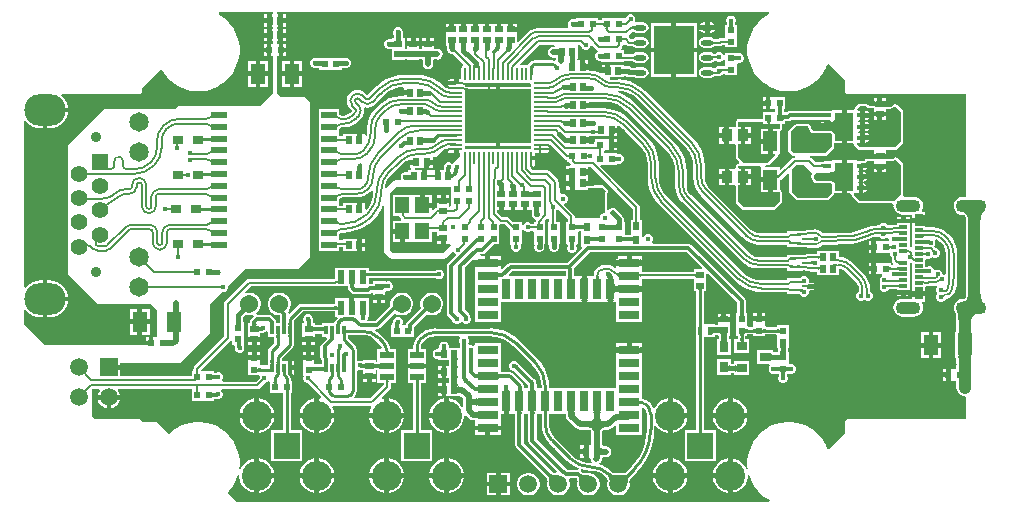
<source format=gtl>
G04*
G04 #@! TF.GenerationSoftware,Altium Limited,Altium Designer,24.4.1 (13)*
G04*
G04 Layer_Physical_Order=1*
G04 Layer_Color=255*
%FSLAX44Y44*%
%MOMM*%
G71*
G04*
G04 #@! TF.SameCoordinates,A723AC24-38B1-455C-9099-8EAC0CFC01AD*
G04*
G04*
G04 #@! TF.FilePolarity,Positive*
G04*
G01*
G75*
%ADD11C,0.2500*%
%ADD12C,0.2000*%
%ADD17R,0.6000X0.5000*%
%ADD18R,0.6000X0.7500*%
%ADD19R,1.3500X0.6000*%
%ADD20R,1.2000X1.4000*%
%ADD21R,0.6000X0.6400*%
%ADD22R,0.9000X0.8000*%
%ADD23R,1.3000X1.8000*%
%ADD24R,0.5000X0.6000*%
G04:AMPARAMS|DCode=25|XSize=1.05mm|YSize=0.45mm|CornerRadius=0.225mm|HoleSize=0mm|Usage=FLASHONLY|Rotation=180.000|XOffset=0mm|YOffset=0mm|HoleType=Round|Shape=RoundedRectangle|*
%AMROUNDEDRECTD25*
21,1,1.0500,0.0000,0,0,180.0*
21,1,0.6000,0.4500,0,0,180.0*
1,1,0.4500,-0.3000,0.0000*
1,1,0.4500,0.3000,0.0000*
1,1,0.4500,0.3000,0.0000*
1,1,0.4500,-0.3000,0.0000*
%
%ADD25ROUNDEDRECTD25*%
%ADD26R,3.5000X4.1000*%
%ADD27R,0.3000X0.8000*%
%ADD28R,1.8000X0.8000*%
%ADD29R,0.3500X0.6500*%
%ADD30R,0.6400X0.6000*%
%ADD31R,0.8000X0.9000*%
%ADD32R,0.9000X0.8000*%
%ADD33R,0.7000X1.8000*%
%ADD34R,0.8000X1.8000*%
%ADD35R,0.6000X1.1500*%
%ADD36R,1.1500X0.6000*%
%ADD37R,0.9144X0.2032*%
%ADD38R,0.9144X0.2540*%
%ADD39R,1.1000X0.2000*%
%ADD40O,0.7000X0.4000*%
%ADD41R,1.6500X2.4000*%
%ADD42O,0.9000X0.4000*%
%ADD43R,0.7000X0.3000*%
%ADD44R,0.7000X1.0000*%
G04:AMPARAMS|DCode=45|XSize=0.2mm|YSize=1.1mm|CornerRadius=0.05mm|HoleSize=0mm|Usage=FLASHONLY|Rotation=90.000|XOffset=0mm|YOffset=0mm|HoleType=Round|Shape=RoundedRectangle|*
%AMROUNDEDRECTD45*
21,1,0.2000,1.0000,0,0,90.0*
21,1,0.1000,1.1000,0,0,90.0*
1,1,0.1000,0.5000,0.0500*
1,1,0.1000,0.5000,-0.0500*
1,1,0.1000,-0.5000,-0.0500*
1,1,0.1000,-0.5000,0.0500*
%
%ADD45ROUNDEDRECTD45*%
G04:AMPARAMS|DCode=46|XSize=0.2mm|YSize=1.1mm|CornerRadius=0.05mm|HoleSize=0mm|Usage=FLASHONLY|Rotation=0.000|XOffset=0mm|YOffset=0mm|HoleType=Round|Shape=RoundedRectangle|*
%AMROUNDEDRECTD46*
21,1,0.2000,1.0000,0,0,0.0*
21,1,0.1000,1.1000,0,0,0.0*
1,1,0.1000,0.0500,-0.5000*
1,1,0.1000,-0.0500,-0.5000*
1,1,0.1000,-0.0500,0.5000*
1,1,0.1000,0.0500,0.5000*
%
%ADD46ROUNDEDRECTD46*%
%ADD47R,0.2000X1.1000*%
%ADD48R,0.9000X1.0000*%
%ADD49R,1.2000X1.7500*%
%ADD86C,1.5000*%
%ADD87R,1.5000X1.5000*%
%ADD94C,0.3000*%
%ADD95C,0.2326*%
%ADD96C,0.4000*%
%ADD97C,0.2030*%
%ADD98C,0.1945*%
%ADD99C,0.1856*%
%ADD100C,0.1945*%
%ADD101R,5.6000X4.6000*%
%ADD102C,0.5000*%
%ADD103C,0.2861*%
%ADD104C,1.0000*%
%ADD105C,0.7000*%
%ADD106C,0.9000*%
%ADD107O,3.5000X2.7000*%
%ADD108C,1.6500*%
%ADD109C,1.4000*%
%ADD110R,1.4000X1.4000*%
%ADD111C,1.5400*%
%ADD112C,2.5500*%
%ADD113R,2.2500X2.2500*%
%ADD114O,2.6000X1.1000*%
%ADD115O,2.1000X1.1000*%
%ADD116C,0.4200*%
%ADD117C,0.5000*%
G36*
X613000Y815200D02*
X612600D01*
Y810000D01*
Y804800D01*
X613000D01*
Y802700D01*
X612600D01*
Y797500D01*
Y792300D01*
X613000D01*
Y790000D01*
X612000D01*
Y785000D01*
Y780000D01*
X613000D01*
Y748000D01*
X602500Y737500D01*
X532500D01*
X530000Y735000D01*
X470000D01*
X440000Y705000D01*
Y595000D01*
X465000Y570000D01*
X510000D01*
X515000Y565000D01*
Y543063D01*
X514500Y542000D01*
X512000D01*
Y537000D01*
X510000D01*
Y535000D01*
X420000D01*
X402549Y552451D01*
Y564499D01*
X403819Y564954D01*
X405187Y563287D01*
X407547Y561350D01*
X410240Y559911D01*
X413162Y559024D01*
X416200Y558725D01*
X418200D01*
Y574300D01*
Y589875D01*
X416200D01*
X413162Y589576D01*
X410240Y588689D01*
X407547Y587250D01*
X405187Y585313D01*
X403819Y583646D01*
X402549Y584101D01*
Y724499D01*
X403819Y724954D01*
X405187Y723287D01*
X407547Y721350D01*
X410240Y719911D01*
X413162Y719024D01*
X416200Y718725D01*
X418200D01*
Y734300D01*
X420200D01*
Y736300D01*
X439578D01*
X439476Y737338D01*
X438589Y740260D01*
X437150Y742953D01*
X435213Y745313D01*
X434156Y746181D01*
X434610Y747451D01*
X500000D01*
X500975Y747645D01*
X501802Y748198D01*
X502355Y749025D01*
X502549Y750000D01*
Y752549D01*
X518150Y768150D01*
X519409Y767984D01*
X520835Y765513D01*
X523629Y761873D01*
X526873Y758629D01*
X530513Y755836D01*
X534486Y753542D01*
X538725Y751786D01*
X543157Y750599D01*
X547706Y750000D01*
X550000Y750000D01*
X552294Y750000D01*
X556842Y750598D01*
X561274Y751786D01*
X565513Y753541D01*
X569487Y755835D01*
X573127Y758629D01*
X576371Y761873D01*
X579164Y765513D01*
X581458Y769486D01*
X583214Y773725D01*
X584401Y778157D01*
X585000Y782706D01*
X585000Y785000D01*
X585000Y787294D01*
X584401Y791843D01*
X583214Y796274D01*
X581458Y800513D01*
X579164Y804487D01*
X576371Y808127D01*
X573126Y811371D01*
X569486Y814164D01*
X567426Y815353D01*
X567218Y816747D01*
X567857Y817451D01*
X613000D01*
Y815200D01*
D02*
G37*
G36*
X1215241Y648430D02*
X1214561Y647652D01*
X1213960Y646764D01*
X1213440Y645767D01*
X1213000Y644660D01*
X1212640Y643444D01*
X1212360Y642118D01*
X1212160Y640683D01*
X1212040Y639138D01*
X1212000Y637483D01*
X1202000D01*
X1201950Y639466D01*
X1201800Y641231D01*
X1201550Y642779D01*
X1201201Y644109D01*
X1200751Y645223D01*
X1200201Y646118D01*
X1199552Y646796D01*
X1198802Y647257D01*
X1197953Y647501D01*
X1197004Y647527D01*
X1216001Y649099D01*
X1215241Y648430D01*
D02*
G37*
G36*
X1034007Y816181D02*
X1030513Y814164D01*
X1026873Y811370D01*
X1023629Y808126D01*
X1020836Y804486D01*
X1018542Y800513D01*
X1016786Y796274D01*
X1015599Y791843D01*
X1015000Y787294D01*
Y785000D01*
X1015000Y782706D01*
X1015598Y778157D01*
X1016786Y773725D01*
X1018541Y769486D01*
X1020835Y765513D01*
X1023628Y761873D01*
X1026873Y758629D01*
X1030513Y755836D01*
X1034486Y753542D01*
X1038725Y751786D01*
X1043157Y750599D01*
X1047706Y750000D01*
X1050000Y750000D01*
X1052294Y750000D01*
X1056842Y750598D01*
X1061274Y751786D01*
X1065513Y753541D01*
X1069487Y755835D01*
X1073127Y758629D01*
X1076371Y761873D01*
X1079164Y765513D01*
X1081458Y769486D01*
X1082706Y772498D01*
X1084204Y772796D01*
X1097451Y759549D01*
Y750000D01*
X1097645Y749025D01*
X1098198Y748198D01*
X1099025Y747645D01*
X1100000Y747451D01*
X1200000D01*
Y660565D01*
X1197100D01*
X1195142Y660307D01*
X1193318Y659551D01*
X1191751Y658349D01*
X1190549Y656782D01*
X1189793Y654958D01*
X1189535Y653000D01*
X1189793Y651042D01*
X1190549Y649218D01*
X1191751Y647651D01*
X1193318Y646449D01*
X1195142Y645693D01*
X1197100Y645435D01*
X1198607D01*
X1198908Y645121D01*
X1199296Y644489D01*
X1199657Y643597D01*
X1199940Y642520D01*
Y577080D01*
X1199657Y576003D01*
X1199296Y575111D01*
X1198909Y574479D01*
X1198607Y574165D01*
X1197100D01*
X1195142Y573907D01*
X1193318Y573151D01*
X1191751Y571949D01*
X1190549Y570382D01*
X1189793Y568558D01*
X1189535Y566600D01*
X1189793Y564642D01*
X1190549Y562818D01*
X1191611Y561433D01*
X1191803Y560596D01*
X1191940Y559778D01*
Y551000D01*
Y546000D01*
X1191000D01*
Y524000D01*
X1191940D01*
Y520000D01*
X1192071Y519000D01*
X1191940Y518000D01*
Y515898D01*
X1191129Y515088D01*
X1190670Y515000D01*
X1189500D01*
X1189230Y515000D01*
X1187000D01*
Y510000D01*
Y505000D01*
X1189230D01*
X1189500Y505000D01*
X1190500D01*
X1190670Y505000D01*
X1191940Y504758D01*
Y499000D01*
X1192180Y497173D01*
X1192886Y495470D01*
X1194007Y494007D01*
X1195470Y492886D01*
X1197173Y492180D01*
X1199000Y491940D01*
X1199045Y491945D01*
X1200000Y491108D01*
Y472549D01*
X1100000D01*
X1099025Y472355D01*
X1098198Y471802D01*
X1097645Y470975D01*
X1097451Y470000D01*
Y460451D01*
X1084203Y447203D01*
X1082705Y447501D01*
X1081458Y450513D01*
X1079164Y454487D01*
X1076371Y458127D01*
X1073126Y461371D01*
X1069486Y464164D01*
X1065513Y466458D01*
X1061274Y468214D01*
X1056842Y469401D01*
X1052293Y470000D01*
X1049999Y470000D01*
X1047705D01*
X1043157Y469401D01*
X1038725Y468213D01*
X1034486Y466458D01*
X1030513Y464164D01*
X1026873Y461371D01*
X1023629Y458126D01*
X1020836Y454486D01*
X1018542Y450513D01*
X1016786Y446274D01*
X1015599Y441843D01*
X1015000Y437294D01*
Y435000D01*
X1015000Y432706D01*
X1015287Y430522D01*
X1014050Y430190D01*
X1013471Y431587D01*
X1011857Y434003D01*
X1009803Y436057D01*
X1007387Y437671D01*
X1004702Y438783D01*
X1002400Y439241D01*
Y424600D01*
Y409959D01*
X1004702Y410417D01*
X1007387Y411529D01*
X1009803Y413143D01*
X1011857Y415197D01*
X1013471Y417613D01*
X1014583Y420298D01*
X1015150Y423147D01*
Y424923D01*
X1016420Y425090D01*
X1016786Y423725D01*
X1018541Y419486D01*
X1020835Y415513D01*
X1023628Y411873D01*
X1026873Y408629D01*
X1030513Y405836D01*
X1034006Y403819D01*
X1033666Y402549D01*
X582451Y402549D01*
X574749Y410251D01*
X576371Y411873D01*
X579164Y415513D01*
X581458Y419486D01*
X583214Y423725D01*
X583580Y425092D01*
X584850Y424925D01*
Y423147D01*
X585417Y420298D01*
X586529Y417613D01*
X588143Y415197D01*
X590197Y413143D01*
X592613Y411529D01*
X595298Y410417D01*
X597600Y409959D01*
Y424600D01*
Y439241D01*
X595298Y438783D01*
X592613Y437671D01*
X590197Y436057D01*
X588143Y434003D01*
X586529Y431587D01*
X585949Y430188D01*
X584712Y430520D01*
X585000Y432706D01*
X585000Y435000D01*
X585000Y437294D01*
X584401Y441843D01*
X583214Y446274D01*
X581458Y450513D01*
X579164Y454487D01*
X576371Y458127D01*
X573126Y461371D01*
X569486Y464164D01*
X565513Y466458D01*
X561274Y468214D01*
X556842Y469401D01*
X552294Y470000D01*
X550000Y470000D01*
X547705D01*
X543157Y469401D01*
X538725Y468213D01*
X534486Y466458D01*
X530513Y464164D01*
X526873Y461371D01*
X525251Y459749D01*
X521750Y463250D01*
X515000Y470000D01*
X502549Y470000D01*
X502355Y470975D01*
X501802Y471802D01*
X500975Y472355D01*
X500000Y472549D01*
X462451D01*
X460000Y475000D01*
Y497674D01*
X460267Y497941D01*
X466315D01*
X466705Y496671D01*
X465547Y494667D01*
X465101Y493000D01*
X474400D01*
X483699D01*
X483253Y494667D01*
X482095Y496671D01*
X482485Y497941D01*
X544500D01*
Y488000D01*
X553500D01*
Y488000D01*
X554500D01*
Y488000D01*
X563500D01*
Y489431D01*
X566109D01*
X566185Y489400D01*
X567816D01*
X569323Y490024D01*
X570476Y491178D01*
X571100Y492685D01*
Y494315D01*
X570476Y495822D01*
X569627Y496671D01*
X570058Y497941D01*
X600000D01*
X600000Y497941D01*
X601171Y498174D01*
X602163Y498837D01*
X606226Y502900D01*
X606816D01*
X608322Y503524D01*
X609230Y504432D01*
X610379Y504117D01*
X610500Y504042D01*
Y495000D01*
X619500D01*
Y495000D01*
X620500D01*
Y495000D01*
X621775D01*
Y463250D01*
X611750D01*
Y436750D01*
X638250D01*
Y463250D01*
X628225D01*
Y495000D01*
X629500D01*
Y505000D01*
X629123D01*
X628331Y505792D01*
X628270Y507037D01*
X628234Y507222D01*
X628202Y507221D01*
X627978Y508348D01*
X627723Y508730D01*
X628402Y510000D01*
X631000D01*
Y514000D01*
X627500D01*
Y516000D01*
X626000D01*
Y522000D01*
X620725D01*
Y523664D01*
X629780Y532720D01*
X630479Y533766D01*
X630725Y535000D01*
Y542000D01*
X631000D01*
Y554000D01*
X630725D01*
Y556164D01*
X638336Y563775D01*
X665500D01*
Y559250D01*
X667407D01*
X667933Y557980D01*
X666792Y556838D01*
X666676Y556666D01*
X665765Y555478D01*
X665145Y553983D01*
X654943D01*
Y552001D01*
X648643D01*
Y553883D01*
X647011D01*
Y555970D01*
X647100Y556185D01*
Y557816D01*
X646476Y559323D01*
X645322Y560476D01*
X643816Y561100D01*
X642185D01*
X640678Y560476D01*
X639524Y559323D01*
X638900Y557816D01*
Y556185D01*
X639327Y555153D01*
X638721Y553999D01*
X638583Y553883D01*
X638243D01*
Y543883D01*
Y542082D01*
X639744D01*
X639793Y542112D01*
X640003Y542303D01*
X640153Y542523D01*
X640243Y542773D01*
X640273Y543052D01*
Y542082D01*
X643443D01*
X648643D01*
Y544864D01*
X654943D01*
Y541983D01*
X658140D01*
X658666Y540713D01*
X654477Y536523D01*
X653703Y535366D01*
X653431Y534000D01*
Y525000D01*
X653703Y523634D01*
X654477Y522477D01*
X654874Y522079D01*
Y518801D01*
X648656D01*
X648443Y519983D01*
X648443Y520253D01*
Y522483D01*
X643443D01*
X638443D01*
Y520253D01*
X638443Y519983D01*
Y518983D01*
X638443Y518713D01*
Y509983D01*
X638525D01*
X639272Y508713D01*
X638900Y507816D01*
Y506185D01*
X639524Y504678D01*
X640678Y503524D01*
X642185Y502900D01*
X642673D01*
X653930Y491032D01*
X653286Y489865D01*
X652400Y490041D01*
Y477400D01*
X665041D01*
X664583Y479702D01*
X663471Y482387D01*
X663281Y482671D01*
X663960Y483941D01*
X696040D01*
X696416Y483536D01*
X696856Y482877D01*
X696529Y482387D01*
X695417Y479702D01*
X694959Y477400D01*
X707600D01*
Y490041D01*
X705806Y489684D01*
X705181Y490855D01*
X712163Y497837D01*
X712163Y497837D01*
X712826Y498829D01*
X713059Y500000D01*
Y503000D01*
X717250D01*
Y512500D01*
Y522000D01*
Y532000D01*
X712563D01*
X712325Y533802D01*
X711004Y536992D01*
X709654Y538751D01*
X708902Y539731D01*
X708902Y539731D01*
X707968Y540592D01*
X705089Y543471D01*
X705088Y543483D01*
X705114Y543509D01*
X701642Y546357D01*
X700067Y547200D01*
X700375Y548431D01*
X701000D01*
X702366Y548703D01*
X703523Y549477D01*
X716314Y562268D01*
X716344Y562238D01*
X718556Y560961D01*
X721023Y560300D01*
X723577D01*
X726044Y560961D01*
X728256Y562238D01*
X730062Y564044D01*
X731339Y566256D01*
X732000Y568723D01*
Y571277D01*
X731339Y573744D01*
X730062Y575956D01*
X728256Y577762D01*
X726044Y579039D01*
X723577Y579700D01*
X721023D01*
X718556Y579039D01*
X716344Y577762D01*
X714538Y575956D01*
X713261Y573744D01*
X712600Y571277D01*
Y568723D01*
X712616Y568663D01*
X699522Y555569D01*
X693952D01*
X693103Y556839D01*
X693350Y557435D01*
Y559066D01*
X693473Y559250D01*
X694500D01*
Y574750D01*
X682000D01*
Y572781D01*
X682132Y572712D01*
X682281Y572689D01*
X682000D01*
Y567000D01*
X678000D01*
Y572689D01*
X677719D01*
X677868Y572712D01*
X678000Y572781D01*
Y574750D01*
X665500D01*
Y570225D01*
X637000D01*
X635766Y569979D01*
X634720Y569280D01*
X627335Y561895D01*
X626189Y562301D01*
X625919Y563502D01*
X626462Y564044D01*
X627739Y566256D01*
X628400Y568723D01*
Y571277D01*
X627739Y573744D01*
X626462Y575956D01*
X624656Y577762D01*
X622444Y579039D01*
X619977Y579700D01*
X617423D01*
X614956Y579039D01*
X612744Y577762D01*
X610938Y575956D01*
X609661Y573744D01*
X609000Y571277D01*
Y568723D01*
X609661Y566256D01*
X610938Y564044D01*
X612744Y562238D01*
X614956Y560961D01*
X617423Y560300D01*
X618931D01*
Y554000D01*
X616069D01*
Y555000D01*
X615797Y556366D01*
X615023Y557523D01*
X612523Y560023D01*
X611366Y560797D01*
X610000Y561069D01*
X600000D01*
X599650Y560999D01*
X599196Y562203D01*
X599256Y562238D01*
X601062Y564044D01*
X602339Y566256D01*
X603000Y568723D01*
Y571277D01*
X602339Y573744D01*
X601062Y575956D01*
X599256Y577762D01*
X597044Y579039D01*
X594577Y579700D01*
X592023D01*
X590382Y579260D01*
X589725Y580399D01*
X594267Y584941D01*
X665500D01*
X665500Y584941D01*
X666671Y585174D01*
X666784Y585250D01*
X676431D01*
Y584000D01*
X676703Y582634D01*
X677477Y581477D01*
X679477Y579477D01*
X680634Y578703D01*
X682000Y578431D01*
X693800D01*
X695166Y578703D01*
X696323Y579477D01*
X696530Y579683D01*
X697569Y579452D01*
X697800Y579332D01*
Y577600D01*
X703000D01*
X708200D01*
Y580474D01*
X709470Y581196D01*
X710184Y580900D01*
X711815D01*
X713322Y581524D01*
X714476Y582677D01*
X715100Y584184D01*
Y585816D01*
X714476Y587322D01*
X713322Y588476D01*
X711815Y589100D01*
X710184D01*
X709470Y588804D01*
X708200Y589400D01*
Y589400D01*
X697800D01*
Y587069D01*
X695300D01*
X694500Y587725D01*
Y591775D01*
X751427D01*
X751677Y591524D01*
X753184Y590900D01*
X754816D01*
X756322Y591524D01*
X757476Y592678D01*
X758100Y594184D01*
Y595816D01*
X757476Y597323D01*
X756322Y598476D01*
X754816Y599100D01*
X753184D01*
X751677Y598476D01*
X751427Y598225D01*
X694500D01*
Y600750D01*
X665500D01*
Y591462D01*
X664833Y591330D01*
X664428Y591059D01*
X593000D01*
X593000Y591059D01*
X591829Y590826D01*
X590837Y590163D01*
X572837Y572163D01*
X572174Y571171D01*
X571941Y570000D01*
X571941Y570000D01*
Y542267D01*
X546837Y517163D01*
X546174Y516171D01*
X545941Y515000D01*
X545941Y515000D01*
Y513000D01*
X544500D01*
Y509059D01*
X483900D01*
Y514400D01*
X474400D01*
Y518400D01*
X483900D01*
Y520000D01*
X535000D01*
X560000Y545000D01*
Y570000D01*
X569983Y579983D01*
X570185Y579900D01*
X571815D01*
X573322Y580524D01*
X574476Y581678D01*
X575100Y583185D01*
Y584815D01*
X575017Y585017D01*
X590000Y600000D01*
X635000D01*
X645000Y610000D01*
Y740000D01*
X640000Y745000D01*
X620000D01*
X617000Y748000D01*
Y780000D01*
X618000D01*
Y785000D01*
Y790000D01*
X617000D01*
Y792300D01*
X617400D01*
Y797500D01*
Y802700D01*
X617000D01*
Y804800D01*
X617400D01*
Y810000D01*
Y815200D01*
X617000D01*
Y817451D01*
X1033667Y817451D01*
X1034007Y816181D01*
D02*
G37*
G36*
X682690Y587251D02*
X682440Y587160D01*
X682220Y587010D01*
X682029Y586800D01*
X681867Y586530D01*
X681735Y586200D01*
X681632Y585811D01*
X681559Y585360D01*
X681515Y584851D01*
X681500Y584281D01*
X678500D01*
X678485Y584851D01*
X678441Y585360D01*
X678368Y585811D01*
X678265Y586200D01*
X678133Y586530D01*
X677971Y586800D01*
X677780Y587010D01*
X677560Y587160D01*
X677310Y587251D01*
X677030Y587281D01*
X682970D01*
X682690Y587251D01*
D02*
G37*
G36*
X706199Y587204D02*
X706290Y587057D01*
X706440Y586926D01*
X706649Y586813D01*
X706919Y586717D01*
X707250Y586639D01*
X707639Y586578D01*
X708090Y586535D01*
X709169Y586500D01*
Y583500D01*
X708595Y583485D01*
X708081Y583440D01*
X707627Y583365D01*
X707234Y583260D01*
X706901Y583125D01*
X706628Y582960D01*
X706415Y582765D01*
X706263Y582540D01*
X706171Y582285D01*
X706139Y582000D01*
X706170Y587369D01*
X706199Y587204D01*
D02*
G37*
G36*
X699830Y581431D02*
X699800Y581539D01*
X699710Y581636D01*
X699560Y581721D01*
X699351Y581795D01*
X699081Y581858D01*
X698751Y581909D01*
X697911Y581977D01*
X696831Y582000D01*
Y585000D01*
X697405Y585015D01*
X697919Y585060D01*
X698372Y585135D01*
X698766Y585240D01*
X699099Y585375D01*
X699372Y585540D01*
X699584Y585735D01*
X699737Y585960D01*
X699829Y586215D01*
X699861Y586500D01*
X699830Y581431D01*
D02*
G37*
G36*
X1212040Y580462D02*
X1212160Y578917D01*
X1212360Y577482D01*
X1212640Y576156D01*
X1213000Y574940D01*
X1213440Y573833D01*
X1213960Y572836D01*
X1214561Y571948D01*
X1215241Y571170D01*
X1216001Y570501D01*
X1197004Y572073D01*
X1197953Y572099D01*
X1198802Y572343D01*
X1199552Y572803D01*
X1200201Y573482D01*
X1200751Y574377D01*
X1201201Y575490D01*
X1201550Y576821D01*
X1201800Y578369D01*
X1201950Y580134D01*
X1202000Y582117D01*
X1212000D01*
X1212040Y580462D01*
D02*
G37*
G36*
X667561Y564674D02*
X667537Y564895D01*
X667467Y565093D01*
X667349Y565267D01*
X667184Y565419D01*
X666972Y565546D01*
X666713Y565651D01*
X666406Y565732D01*
X666053Y565791D01*
X665652Y565826D01*
X665205Y565837D01*
Y568163D01*
X665652Y568175D01*
X666053Y568209D01*
X666406Y568268D01*
X666713Y568349D01*
X666972Y568454D01*
X667184Y568582D01*
X667349Y568733D01*
X667467Y568907D01*
X667537Y569105D01*
X667561Y569326D01*
Y564674D01*
D02*
G37*
G36*
X1209000Y561114D02*
X1208050Y561161D01*
X1207200Y560974D01*
X1206450Y560555D01*
X1205800Y559901D01*
X1205250Y559015D01*
X1204800Y557895D01*
X1204450Y556542D01*
X1204200Y554956D01*
X1204050Y553136D01*
X1204000Y551083D01*
X1194000Y552085D01*
X1193983Y553925D01*
X1193581Y559809D01*
X1193396Y560911D01*
X1193178Y561865D01*
X1192926Y562672D01*
X1192641Y563330D01*
X1192322Y563842D01*
X1209000Y561114D01*
D02*
G37*
G36*
X688959Y561311D02*
X691481D01*
X691326Y561291D01*
X691187Y561231D01*
X691064Y561130D01*
X690958Y560989D01*
X690868Y560808D01*
X690794Y560587D01*
X690737Y560325D01*
X690714Y560156D01*
X690719Y560079D01*
X690744Y559939D01*
X690773Y559817D01*
X690807Y559714D01*
X690845Y559630D01*
X690888Y559564D01*
X690669Y559590D01*
X690663Y559299D01*
X688337D01*
X688329Y559681D01*
X688309Y559873D01*
X687969Y559914D01*
X688039Y559980D01*
X688102Y560064D01*
X688157Y560167D01*
X688205Y560288D01*
X688243Y560420D01*
X688206Y560587D01*
X688132Y560808D01*
X688042Y560989D01*
X687936Y561130D01*
X687813Y561231D01*
X687674Y561291D01*
X687519Y561311D01*
X688336D01*
X688337Y561401D01*
X688959Y561311D01*
D02*
G37*
G36*
X628666Y553853D02*
X628773Y552342D01*
X628813Y552179D01*
X628859Y552062D01*
X628911Y551993D01*
X628969Y551969D01*
X626031D01*
X626089Y551993D01*
X626141Y552062D01*
X626187Y552179D01*
X626227Y552342D01*
X626260Y552551D01*
X626310Y553109D01*
X626334Y553853D01*
X626337Y554295D01*
X628663D01*
X628666Y553853D01*
D02*
G37*
G36*
X599015Y554300D02*
X599060Y553789D01*
X599135Y553340D01*
X599240Y552949D01*
X599375Y552620D01*
X599540Y552350D01*
X599735Y552140D01*
X599960Y551990D01*
X600215Y551899D01*
X600500Y551870D01*
X594500D01*
X594785Y551899D01*
X595040Y551990D01*
X595265Y552140D01*
X595460Y552350D01*
X595625Y552620D01*
X595760Y552949D01*
X595865Y553340D01*
X595940Y553789D01*
X595985Y554300D01*
X596000Y554869D01*
X599000D01*
X599015Y554300D01*
D02*
G37*
G36*
X600700Y551590D02*
X600789Y551340D01*
X600939Y551120D01*
X601149Y550929D01*
X601419Y550767D01*
X601749Y550635D01*
X602140Y550532D01*
X602589Y550459D01*
X603100Y550415D01*
X603670Y550400D01*
Y547400D01*
X603100Y547385D01*
X602589Y547341D01*
X602140Y547268D01*
X601749Y547165D01*
X601419Y547033D01*
X601149Y546871D01*
X600939Y546680D01*
X600789Y546460D01*
X600700Y546210D01*
X600670Y545930D01*
Y551870D01*
X600700Y551590D01*
D02*
G37*
G36*
X674935Y549105D02*
X675005Y548907D01*
X675122Y548733D01*
X675284Y548582D01*
X675494Y548454D01*
X675749Y548349D01*
X676052Y548268D01*
X676401Y548209D01*
X676796Y548175D01*
X677238Y548163D01*
Y545837D01*
X676796Y545826D01*
X676401Y545791D01*
X676052Y545732D01*
X675749Y545651D01*
X675494Y545546D01*
X675284Y545418D01*
X675122Y545267D01*
X675005Y545093D01*
X674935Y544895D01*
X674912Y544674D01*
Y549326D01*
X674935Y549105D01*
D02*
G37*
G36*
X1204020Y549664D02*
X1204177Y547414D01*
X1204315Y546501D01*
X1204492Y545727D01*
X1204709Y545094D01*
X1204965Y544602D01*
X1205260Y544251D01*
X1205595Y544040D01*
X1205969Y543969D01*
X1193030D01*
X1193215Y544040D01*
X1193380Y544251D01*
X1193525Y544602D01*
X1193651Y545094D01*
X1193758Y545727D01*
X1193845Y546501D01*
X1193961Y548469D01*
X1194000Y551000D01*
X1204000D01*
X1204020Y549664D01*
D02*
G37*
G36*
X628911Y544007D02*
X628859Y543937D01*
X628813Y543821D01*
X628773Y543658D01*
X628740Y543449D01*
X628690Y542891D01*
X628666Y542147D01*
X628663Y541705D01*
X626337D01*
X626334Y542147D01*
X626227Y543658D01*
X626187Y543821D01*
X626141Y543937D01*
X626089Y544007D01*
X626031Y544030D01*
X628969D01*
X628911Y544007D01*
D02*
G37*
G36*
X618962Y544002D02*
X618955Y543916D01*
X618937Y543001D01*
X618930Y541170D01*
X616070D01*
X616031Y544030D01*
X618969D01*
X618962Y544002D01*
D02*
G37*
G36*
X670745Y532037D02*
X670664Y531997D01*
X670581Y531937D01*
X670497Y531859D01*
X670410Y531762D01*
X670322Y531646D01*
X670233Y531510D01*
X670049Y531182D01*
X669955Y530989D01*
X669859Y530778D01*
X667728Y531710D01*
X667819Y531925D01*
X668012Y532482D01*
X668051Y532640D01*
X668077Y532783D01*
X668090Y532913D01*
X668090Y533028D01*
X668078Y533129D01*
X668052Y533216D01*
X670745Y532037D01*
D02*
G37*
G36*
X592023Y560300D02*
X594577D01*
X596462Y560805D01*
X597120Y559666D01*
X594977Y557523D01*
X594203Y556366D01*
X593931Y555000D01*
Y553900D01*
X592300D01*
Y543900D01*
Y542100D01*
X597500D01*
X602700D01*
Y545331D01*
X603900D01*
X605266Y545603D01*
X605710Y545900D01*
X605816D01*
X607323Y546524D01*
X607730Y546932D01*
X609000Y546406D01*
Y542000D01*
X614002D01*
Y536449D01*
X610027Y532473D01*
X609269Y531338D01*
X609002Y530000D01*
Y522000D01*
X609000D01*
Y517998D01*
X603398D01*
X602500Y518896D01*
Y520000D01*
X602500Y520270D01*
Y522500D01*
X597500D01*
X592500D01*
Y520270D01*
X592500Y520000D01*
Y519000D01*
X592500Y518730D01*
Y510000D01*
X601535D01*
X601547Y509991D01*
X602279Y508730D01*
X601900Y507816D01*
Y507226D01*
X598733Y504059D01*
X570653D01*
X570127Y505329D01*
X570476Y505678D01*
X571100Y507184D01*
Y508815D01*
X570476Y510322D01*
X569323Y511476D01*
X567816Y512100D01*
X566185D01*
X564902Y511569D01*
X563500D01*
Y513000D01*
X554500D01*
Y513000D01*
X553500D01*
X552728Y513950D01*
X552596Y514270D01*
X577163Y538837D01*
X577163Y538837D01*
X578758Y538938D01*
X579000Y538745D01*
Y535500D01*
X580498D01*
X581072Y534230D01*
X580900Y533815D01*
Y532184D01*
X581524Y530678D01*
X582677Y529524D01*
X584184Y528900D01*
X585816D01*
X587322Y529524D01*
X588476Y530678D01*
X589100Y532184D01*
Y533815D01*
X588928Y534230D01*
X589000Y535500D01*
X589000Y535500D01*
Y544230D01*
X589000Y544500D01*
Y545500D01*
X589000Y545770D01*
Y554500D01*
X588078D01*
Y559011D01*
X589929Y560861D01*
X592023Y560300D01*
D02*
G37*
G36*
X691998Y543469D02*
X695142Y542515D01*
X698040Y540966D01*
X700509Y538940D01*
X700529Y538911D01*
X704291Y535148D01*
X704303Y535136D01*
X704300Y535128D01*
X704300Y535128D01*
X705368Y533737D01*
X705561Y533270D01*
X704713Y532000D01*
X701750D01*
Y521069D01*
X700200D01*
Y522500D01*
X689800D01*
X689800Y522500D01*
X688530Y521804D01*
X687815Y522100D01*
X686184D01*
X685495Y521814D01*
X684225Y522663D01*
Y531037D01*
X684270D01*
X683845Y533178D01*
X682641Y534979D01*
X682617Y534955D01*
X682604Y534956D01*
X676848Y540713D01*
X676943Y541983D01*
X676943D01*
Y543775D01*
X688717D01*
X688774Y543786D01*
X691998Y543469D01*
D02*
G37*
G36*
X1204835Y526000D02*
X1204660Y525818D01*
X1204505Y525514D01*
X1204371Y525090D01*
X1204258Y524544D01*
X1204165Y523878D01*
X1204041Y522181D01*
X1204000Y520000D01*
X1194000D01*
X1193990Y521146D01*
X1193758Y524523D01*
X1193651Y525066D01*
X1193525Y525488D01*
X1193380Y525789D01*
X1193215Y525970D01*
X1193030Y526031D01*
X1205031Y526061D01*
X1204835Y526000D01*
D02*
G37*
G36*
X618666Y521853D02*
X618773Y520342D01*
X618813Y520179D01*
X618859Y520063D01*
X618911Y519993D01*
X618969Y519969D01*
X616031D01*
X616089Y519993D01*
X616141Y520063D01*
X616187Y520179D01*
X616227Y520342D01*
X616260Y520551D01*
X616310Y521109D01*
X616334Y521853D01*
X616337Y522295D01*
X618663D01*
X618666Y521853D01*
D02*
G37*
G36*
X613969Y519969D02*
X611031D01*
X611038Y519998D01*
X611045Y520084D01*
X611063Y520999D01*
X611070Y522830D01*
X613930D01*
X613969Y519969D01*
D02*
G37*
G36*
X703781Y514530D02*
X703751Y514810D01*
X703661Y515060D01*
X703511Y515280D01*
X703300Y515471D01*
X703030Y515633D01*
X702701Y515765D01*
X702310Y515868D01*
X701861Y515941D01*
X701350Y515985D01*
X700975Y515995D01*
X700600Y515985D01*
X700089Y515941D01*
X699640Y515868D01*
X699249Y515765D01*
X698920Y515633D01*
X698650Y515471D01*
X698439Y515280D01*
X698289Y515060D01*
X698199Y514810D01*
X698169Y514530D01*
Y520470D01*
X698199Y520190D01*
X698289Y519940D01*
X698439Y519720D01*
X698650Y519529D01*
X698920Y519367D01*
X699249Y519235D01*
X699640Y519132D01*
X700089Y519059D01*
X700600Y519015D01*
X700975Y519005D01*
X701350Y519015D01*
X701861Y519059D01*
X702310Y519132D01*
X702701Y519235D01*
X703030Y519367D01*
X703300Y519529D01*
X703511Y519720D01*
X703661Y519940D01*
X703751Y520190D01*
X703781Y520470D01*
Y514530D01*
D02*
G37*
G36*
X691831D02*
X691801Y514810D01*
X691711Y515060D01*
X691561Y515280D01*
X691350Y515471D01*
X691080Y515633D01*
X690751Y515765D01*
X690360Y515868D01*
X689911Y515941D01*
X689400Y515985D01*
X688830Y516000D01*
Y519000D01*
X689400Y519015D01*
X689911Y519059D01*
X690360Y519132D01*
X690751Y519235D01*
X691080Y519367D01*
X691350Y519529D01*
X691561Y519720D01*
X691711Y519940D01*
X691801Y520190D01*
X691831Y520470D01*
Y514530D01*
D02*
G37*
G36*
X646442Y516910D02*
X646532Y516873D01*
X646682Y516840D01*
X646892Y516812D01*
X647492Y516768D01*
X649412Y516733D01*
Y513733D01*
X648838Y513718D01*
X648324Y513673D01*
X647871Y513598D01*
X647477Y513493D01*
X647144Y513358D01*
X646871Y513193D01*
X646658Y512998D01*
X646506Y512773D01*
X646414Y512518D01*
X646382Y512233D01*
X646412Y516952D01*
X646442Y516910D01*
D02*
G37*
G36*
X600498Y516772D02*
X600584Y516595D01*
X600727Y516440D01*
X600927Y516304D01*
X601185Y516190D01*
X601499Y516097D01*
X601871Y516024D01*
X602300Y515972D01*
X602787Y515941D01*
X603330Y515930D01*
Y513070D01*
X602787Y513059D01*
X601871Y512976D01*
X601499Y512903D01*
X601185Y512810D01*
X600927Y512696D01*
X600727Y512561D01*
X600584Y512405D01*
X600498Y512228D01*
X600470Y512030D01*
Y516969D01*
X600498Y516772D01*
D02*
G37*
G36*
X618911Y512015D02*
X618859Y511969D01*
X618813Y511893D01*
X618773Y511786D01*
X618740Y511648D01*
X618712Y511479D01*
X618690Y511281D01*
X618666Y510791D01*
X618663Y510500D01*
X616337D01*
X616334Y510791D01*
X616288Y511479D01*
X616260Y511648D01*
X616227Y511786D01*
X616187Y511893D01*
X616141Y511969D01*
X616089Y512015D01*
X616031Y512030D01*
X618969D01*
X618911Y512015D01*
D02*
G37*
G36*
X711810Y505041D02*
X711640Y504980D01*
X711490Y504878D01*
X711360Y504736D01*
X711250Y504553D01*
X711160Y504330D01*
X711090Y504066D01*
X711040Y503761D01*
X711010Y503416D01*
X711000Y503031D01*
X709000D01*
X708990Y503416D01*
X708960Y503761D01*
X708910Y504066D01*
X708840Y504330D01*
X708750Y504553D01*
X708640Y504736D01*
X708510Y504878D01*
X708360Y504980D01*
X708190Y505041D01*
X708000Y505061D01*
X712000D01*
X711810Y505041D01*
D02*
G37*
G36*
X616175Y504853D02*
X616209Y504458D01*
X616268Y504109D01*
X616349Y503807D01*
X616454Y503551D01*
X616582Y503342D01*
X616733Y503179D01*
X616907Y503063D01*
X617105Y502993D01*
X617326Y502970D01*
X612674D01*
X612895Y502993D01*
X613093Y503063D01*
X613267Y503179D01*
X613419Y503342D01*
X613546Y503551D01*
X613651Y503807D01*
X613732Y504109D01*
X613791Y504458D01*
X613825Y504853D01*
X613837Y505295D01*
X616163D01*
X616175Y504853D01*
D02*
G37*
G36*
X686184Y513900D02*
X687815D01*
X687891Y513931D01*
X689800D01*
Y510700D01*
X691302D01*
X691350Y510729D01*
X691561Y510920D01*
X691711Y511141D01*
X691801Y511390D01*
X691831Y511670D01*
Y510700D01*
X695000D01*
X700200D01*
Y513931D01*
X701750D01*
Y503000D01*
X706941D01*
Y501267D01*
X695733Y490059D01*
X682742D01*
X682158Y491222D01*
X682183Y491267D01*
X682640Y492020D01*
X682640Y492020D01*
X683844Y493822D01*
X684270Y495963D01*
X684225D01*
Y513337D01*
X685495Y514186D01*
X686184Y513900D01*
D02*
G37*
%LPC*%
G36*
X608600Y815200D02*
X605600D01*
Y812000D01*
X608600D01*
Y815200D01*
D02*
G37*
G36*
Y808000D02*
X605600D01*
Y804800D01*
X608600D01*
Y808000D01*
D02*
G37*
G36*
Y802700D02*
X605600D01*
Y799500D01*
X608600D01*
Y802700D01*
D02*
G37*
G36*
Y795500D02*
X605600D01*
Y792300D01*
X608600D01*
Y795500D01*
D02*
G37*
G36*
X608000Y790000D02*
X605500D01*
Y787000D01*
X608000D01*
Y790000D01*
D02*
G37*
G36*
Y783000D02*
X605500D01*
Y780000D01*
X608000D01*
Y783000D01*
D02*
G37*
G36*
X609000Y776000D02*
X602500D01*
Y767000D01*
X609000D01*
Y776000D01*
D02*
G37*
G36*
X598500D02*
X592000D01*
Y767000D01*
X598500D01*
Y776000D01*
D02*
G37*
G36*
X609000Y763000D02*
X602500D01*
Y754000D01*
X609000D01*
Y763000D01*
D02*
G37*
G36*
X598500D02*
X592000D01*
Y754000D01*
X598500D01*
Y763000D01*
D02*
G37*
G36*
X439578Y732300D02*
X422200D01*
Y718725D01*
X424200D01*
X427239Y719024D01*
X430160Y719911D01*
X432853Y721350D01*
X435213Y723287D01*
X437150Y725647D01*
X438589Y728340D01*
X439476Y731262D01*
X439578Y732300D01*
D02*
G37*
G36*
X424200Y589875D02*
X422200D01*
Y576300D01*
X439578D01*
X439476Y577338D01*
X438589Y580260D01*
X437150Y582953D01*
X435213Y585313D01*
X432853Y587250D01*
X430160Y588689D01*
X427239Y589576D01*
X424200Y589875D01*
D02*
G37*
G36*
X439578Y572300D02*
X422200D01*
Y558725D01*
X424200D01*
X427239Y559024D01*
X430160Y559911D01*
X432853Y561350D01*
X435213Y563287D01*
X437150Y565647D01*
X438589Y568340D01*
X439476Y571261D01*
X439578Y572300D01*
D02*
G37*
G36*
X509000Y566000D02*
X502500D01*
Y557000D01*
X509000D01*
Y566000D01*
D02*
G37*
G36*
X498500D02*
X492000D01*
Y557000D01*
X498500D01*
Y566000D01*
D02*
G37*
G36*
X509000Y553000D02*
X502500D01*
Y544000D01*
X509000D01*
Y553000D01*
D02*
G37*
G36*
X498500D02*
X492000D01*
Y544000D01*
X498500D01*
Y553000D01*
D02*
G37*
G36*
X508000Y542000D02*
X505500D01*
Y539000D01*
X508000D01*
Y542000D01*
D02*
G37*
G36*
X624400Y815200D02*
X621400D01*
Y812000D01*
X624400D01*
Y815200D01*
D02*
G37*
G36*
X916815Y815100D02*
X915184D01*
X913678Y814476D01*
X912524Y813323D01*
X911900Y811816D01*
X911712Y811770D01*
X910442Y812000D01*
Y812000D01*
X901442D01*
Y812000D01*
X900442D01*
Y812000D01*
X891442D01*
Y810074D01*
X888500D01*
Y812000D01*
X879500D01*
Y812000D01*
X878500D01*
Y812000D01*
X869500D01*
Y811302D01*
X867365D01*
X866350Y811100D01*
X866184D01*
X866031Y811037D01*
X865804Y810991D01*
X865612Y810863D01*
X864678Y810476D01*
X863524Y809323D01*
X862900Y807816D01*
Y806184D01*
X863455Y804844D01*
X862968Y803574D01*
X837286D01*
Y803615D01*
X834270Y803218D01*
X831460Y802054D01*
X829048Y800202D01*
X829076Y800174D01*
X820931Y792029D01*
X819758Y792515D01*
Y797400D01*
Y800400D01*
X814558D01*
Y802400D01*
X812558D01*
Y807400D01*
X806558D01*
Y802400D01*
X802558D01*
Y807400D01*
X796558D01*
Y802400D01*
X792558D01*
Y807400D01*
X786558D01*
Y802400D01*
X782558D01*
Y807400D01*
X776558D01*
Y802400D01*
X772558D01*
Y807400D01*
X766558D01*
Y802400D01*
X764558D01*
Y800400D01*
X759358D01*
Y797400D01*
Y788600D01*
X760480D01*
Y786868D01*
X760458Y786815D01*
Y785184D01*
X761082Y783678D01*
X762236Y782524D01*
X763743Y781900D01*
X765332D01*
X774223Y773009D01*
X773923Y771514D01*
X773607Y771302D01*
X773054Y770475D01*
X772860Y769500D01*
Y760049D01*
X770409D01*
Y757000D01*
X768409D01*
Y755000D01*
X760909D01*
Y753552D01*
X760095Y753008D01*
X759639Y752946D01*
X758753Y753625D01*
X757827Y754455D01*
X757827Y754455D01*
X753985Y757736D01*
X749678Y760375D01*
X745011Y762308D01*
X740099Y763487D01*
X735063Y763884D01*
Y763842D01*
X723955D01*
Y763884D01*
X718912Y763487D01*
X713994Y762306D01*
X709320Y760370D01*
X705007Y757727D01*
X701160Y754442D01*
X701190Y754412D01*
X698389Y751611D01*
X698389Y751611D01*
X693272Y746495D01*
X690716Y749051D01*
X689748Y749698D01*
X689730Y749701D01*
X689419Y749940D01*
X687234Y750845D01*
X684889Y751154D01*
X682544Y750845D01*
X680359Y749940D01*
X678482Y748500D01*
X677042Y746624D01*
X676137Y744438D01*
X675828Y742093D01*
X676137Y739749D01*
X677042Y737563D01*
X677744Y736648D01*
X678482Y735687D01*
X678485Y735664D01*
X678496Y735657D01*
X678515Y735657D01*
X679402Y734795D01*
X679853Y734345D01*
X679853Y733172D01*
X679589Y732812D01*
X678534Y731756D01*
X678534Y731756D01*
X678532Y731758D01*
X676912Y730515D01*
X675025Y729733D01*
X673000Y729466D01*
Y729464D01*
X671658D01*
Y729492D01*
X670838Y729655D01*
X670142Y730120D01*
X669500Y731124D01*
Y735000D01*
X652000D01*
Y725000D01*
Y716270D01*
X652000Y715000D01*
X652000D01*
Y715000D01*
X652000D01*
Y706270D01*
X652000Y705000D01*
X652000D01*
Y705000D01*
X652000D01*
Y696270D01*
X652000Y695000D01*
X652000D01*
Y695000D01*
X652000D01*
Y686270D01*
X652000Y685000D01*
X652000D01*
Y685000D01*
X652000D01*
Y675000D01*
Y665000D01*
X652000D01*
X652000Y663730D01*
Y656270D01*
X652000Y655000D01*
X652000D01*
Y655000D01*
X652000D01*
Y646270D01*
X652000Y645000D01*
X652000D01*
Y645000D01*
X652000D01*
Y635000D01*
X652000D01*
X652000Y633730D01*
Y625000D01*
Y615000D01*
X669500D01*
Y617941D01*
X672600D01*
Y614800D01*
X684400D01*
Y620000D01*
Y625200D01*
X672600D01*
Y624059D01*
X669500D01*
Y629289D01*
X670506Y630025D01*
X670506Y630025D01*
Y630025D01*
X671634Y630373D01*
X671676Y630386D01*
X677662Y630857D01*
X683501Y632258D01*
X689049Y634557D01*
X694169Y637694D01*
X697783Y640781D01*
X697792Y640789D01*
X697799Y640795D01*
X698735Y641594D01*
X698747Y641608D01*
X698747Y641609D01*
X699512Y642536D01*
X701949Y645391D01*
X704558Y649648D01*
X706181Y653565D01*
X707451Y653313D01*
Y615000D01*
X707645Y614025D01*
X708198Y613198D01*
X712198Y609198D01*
X713025Y608645D01*
X714000Y608451D01*
X758500D01*
X759475Y608645D01*
X760302Y609198D01*
X765206Y614101D01*
X766451Y613853D01*
X766524Y613678D01*
X767678Y612524D01*
X767894Y612434D01*
X768142Y611189D01*
X761477Y604523D01*
X760703Y603366D01*
X760431Y602000D01*
Y562000D01*
X760703Y560634D01*
X761477Y559477D01*
X764993Y555961D01*
X765524Y554678D01*
X766678Y553524D01*
X768185Y552900D01*
X769816D01*
X771322Y553524D01*
X772245Y554447D01*
X773000Y554583D01*
X773755Y554447D01*
X774678Y553524D01*
X776184Y552900D01*
X777815D01*
X779322Y553524D01*
X780476Y554678D01*
X781100Y556185D01*
Y557816D01*
X780476Y559323D01*
X780282Y559516D01*
X780067Y560595D01*
X779294Y561753D01*
X775569Y565478D01*
Y600522D01*
X782827Y607780D01*
X784000Y607294D01*
Y607000D01*
X793000D01*
Y611000D01*
X789059D01*
X788380Y612270D01*
X788488Y612431D01*
X790500D01*
X791866Y612703D01*
X793023Y613477D01*
X800047Y620500D01*
X805000D01*
Y629500D01*
X805000D01*
Y630500D01*
X805000D01*
Y636532D01*
X805982Y637337D01*
X806115Y637311D01*
X806115Y637311D01*
X809842D01*
X814000Y633153D01*
Y630770D01*
X814000Y630500D01*
Y629500D01*
X814000Y629230D01*
Y620500D01*
X814190D01*
X814895Y619444D01*
X814842Y619315D01*
Y617684D01*
X815466Y616177D01*
X816619Y615024D01*
X818126Y614400D01*
X819758D01*
X821264Y615024D01*
X822418Y616177D01*
X823042Y617684D01*
Y619315D01*
X822989Y619444D01*
X823694Y620500D01*
X824000D01*
Y629230D01*
X824000Y629500D01*
Y630500D01*
X824000Y630770D01*
Y633039D01*
X825270Y633291D01*
X825524Y632678D01*
X826678Y631524D01*
X828185Y630900D01*
X829816D01*
X831322Y631524D01*
X831740Y631941D01*
X833102D01*
X833914Y631129D01*
X834000Y630671D01*
Y629500D01*
X834000Y629230D01*
Y620500D01*
X834047D01*
X834721Y619230D01*
X834549Y618816D01*
Y617184D01*
X835173Y615678D01*
X836327Y614524D01*
X837834Y613900D01*
X839465D01*
X840972Y614524D01*
X842125Y615678D01*
X842348Y616215D01*
X842768Y616844D01*
X843078Y618405D01*
Y620500D01*
X844000D01*
Y629230D01*
X844000Y629500D01*
Y630500D01*
X844000Y630770D01*
Y639500D01*
X844000D01*
X843656Y640330D01*
X845693Y642367D01*
X846963Y641842D01*
Y639500D01*
X846500D01*
Y630770D01*
X846500Y630500D01*
Y629500D01*
X846500Y629230D01*
Y620500D01*
X846547D01*
X847221Y619230D01*
X847049Y618816D01*
Y617184D01*
X847673Y615678D01*
X848827Y614524D01*
X850334Y613900D01*
X851965D01*
X853472Y614524D01*
X854625Y615678D01*
X854848Y616215D01*
X855268Y616844D01*
X855578Y618405D01*
X855578Y618405D01*
Y620500D01*
X856500D01*
Y629230D01*
X856500Y629500D01*
Y630500D01*
X856500Y630770D01*
Y639500D01*
X853081D01*
Y649283D01*
X853476Y649678D01*
X853632Y650054D01*
X854877Y650302D01*
X862941Y642238D01*
Y639500D01*
X861500D01*
Y630770D01*
X861500Y630500D01*
Y629500D01*
X861500Y629230D01*
Y620500D01*
X862174D01*
X862779Y619230D01*
X862400Y618316D01*
Y616684D01*
X863024Y615178D01*
X864178Y614024D01*
X865685Y613400D01*
X867316D01*
X868822Y614024D01*
X869976Y615178D01*
X870600Y616684D01*
Y618316D01*
X870221Y619230D01*
X870826Y620500D01*
X871500D01*
Y629230D01*
X871500Y629500D01*
Y630500D01*
X872496Y631431D01*
X874000D01*
Y618250D01*
X874544D01*
X875030Y617077D01*
X863011Y605058D01*
X814489D01*
X813123Y604786D01*
X811966Y604012D01*
X807270Y599317D01*
X806000Y599843D01*
Y603000D01*
X784000D01*
Y599000D01*
Y588000D01*
Y577000D01*
Y566000D01*
Y555000D01*
X806000D01*
Y566000D01*
Y571500D01*
X874834D01*
X874823Y571571D01*
X874685Y572090D01*
X874508Y572531D01*
X874291Y572891D01*
X874035Y573171D01*
X873739Y573371D01*
X873405Y573490D01*
X873030Y573531D01*
X875000D01*
Y582500D01*
Y591469D01*
X873030D01*
X873405Y591510D01*
X873739Y591629D01*
X874035Y591829D01*
X874291Y592109D01*
X874508Y592469D01*
X874685Y592910D01*
X874823Y593429D01*
X874834Y593500D01*
X868569D01*
Y600000D01*
X868482Y600435D01*
X881728Y613681D01*
X922500D01*
X923757Y613931D01*
X963522D01*
X976880Y600573D01*
X976394Y599400D01*
X969800D01*
Y597459D01*
X926000D01*
Y602834D01*
X925929Y602823D01*
X925409Y602685D01*
X924969Y602508D01*
X924610Y602291D01*
X924330Y602035D01*
X924129Y601740D01*
X924009Y601405D01*
X923969Y601031D01*
Y603000D01*
X904000D01*
Y601122D01*
X903286Y600706D01*
X902730Y600583D01*
X901040Y601880D01*
X898886Y602772D01*
X896575Y603076D01*
Y603059D01*
X894443D01*
Y603088D01*
X891783Y602738D01*
X889305Y601711D01*
X887207Y600102D01*
X887207D01*
X887210Y600081D01*
X885975Y598471D01*
X885198Y596597D01*
X884933Y594585D01*
X884899Y594505D01*
X884366Y593500D01*
X879166D01*
X879177Y593429D01*
X879315Y592910D01*
X879492Y592469D01*
X879709Y592109D01*
X879965Y591829D01*
X880260Y591629D01*
X880595Y591510D01*
X880969Y591469D01*
X879000D01*
Y582500D01*
Y573531D01*
X880969D01*
X880595Y573490D01*
X880260Y573371D01*
X879965Y573171D01*
X879709Y572891D01*
X879492Y572531D01*
X879315Y572090D01*
X879177Y571571D01*
X879166Y571500D01*
X896874D01*
X896868Y571571D01*
X896765Y572090D01*
X896633Y572531D01*
X896471Y572891D01*
X896280Y573171D01*
X896059Y573371D01*
X895810Y573490D01*
X895530Y573531D01*
X897000D01*
Y582500D01*
X901000D01*
Y573531D01*
X902469D01*
X902190Y573490D01*
X901941Y573371D01*
X901720Y573171D01*
X901529Y572891D01*
X901367Y572531D01*
X901235Y572090D01*
X901132Y571571D01*
X901124Y571500D01*
X904000D01*
Y566000D01*
Y555000D01*
X926000D01*
Y566000D01*
Y577000D01*
Y580834D01*
X925929Y580823D01*
X925409Y580685D01*
X924969Y580508D01*
X924610Y580291D01*
X924330Y580035D01*
X924129Y579739D01*
X924009Y579405D01*
X923969Y579030D01*
Y581000D01*
X915000D01*
Y585000D01*
X923969D01*
Y586969D01*
X924009Y586595D01*
X924129Y586260D01*
X924330Y585965D01*
X924610Y585709D01*
X924969Y585492D01*
X925409Y585315D01*
X925929Y585177D01*
X926000Y585166D01*
Y591341D01*
X969800D01*
Y580600D01*
X971775D01*
Y552750D01*
X971250D01*
Y542250D01*
X971775D01*
Y523000D01*
Y463250D01*
X961750D01*
Y436750D01*
X988250D01*
Y463250D01*
X978225D01*
Y523000D01*
Y541725D01*
X978750Y542250D01*
X979750D01*
X980020Y542250D01*
X987250D01*
Y544022D01*
X989800D01*
Y543100D01*
X990922D01*
Y540000D01*
X989000D01*
Y527000D01*
X1001000D01*
Y540000D01*
X999078D01*
Y543100D01*
X1000200D01*
Y551900D01*
Y554900D01*
X989800D01*
Y552178D01*
X987250D01*
Y552750D01*
X980020D01*
X979750Y552750D01*
X978750D01*
X978225Y553275D01*
Y580600D01*
X980200D01*
Y589400D01*
Y595594D01*
X981373Y596080D01*
X1006431Y571022D01*
Y562000D01*
X1005000D01*
Y553270D01*
X1005000Y553000D01*
Y552000D01*
X1005000Y551730D01*
Y543000D01*
X1006775D01*
Y540500D01*
X1003500D01*
Y528500D01*
X1016500D01*
Y540500D01*
X1013225D01*
Y543000D01*
X1015000D01*
Y544275D01*
X1020000D01*
Y543000D01*
X1030000D01*
Y544275D01*
X1039102D01*
X1039623Y543754D01*
X1040000Y543005D01*
Y542000D01*
X1040000Y541730D01*
Y533000D01*
X1040922D01*
Y529500D01*
X1040000D01*
Y529078D01*
X1036500D01*
Y531000D01*
X1023500D01*
Y519000D01*
X1033406D01*
X1033932Y517730D01*
X1033524Y517323D01*
X1032900Y515816D01*
Y514184D01*
X1033524Y512678D01*
X1034678Y511524D01*
X1036184Y510900D01*
X1037816D01*
X1038730Y511279D01*
X1040000Y510674D01*
Y510500D01*
X1041431D01*
Y509098D01*
X1040900Y507816D01*
Y506185D01*
X1041524Y504678D01*
X1042678Y503524D01*
X1044184Y502900D01*
X1045816D01*
X1047322Y503524D01*
X1048476Y504678D01*
X1049100Y506185D01*
Y507816D01*
X1048569Y509098D01*
Y510500D01*
X1050000D01*
Y510500D01*
X1050823Y511050D01*
X1051184Y510900D01*
X1052815D01*
X1054323Y511524D01*
X1055476Y512678D01*
X1056100Y514184D01*
Y515816D01*
X1055476Y517323D01*
X1054323Y518476D01*
X1052815Y519100D01*
X1051184D01*
X1051088Y519060D01*
X1050000Y519787D01*
Y520500D01*
X1050000D01*
Y529500D01*
X1049078D01*
Y533000D01*
X1050000D01*
Y541730D01*
X1050000Y542000D01*
Y543000D01*
X1050000Y543270D01*
Y552000D01*
X1040000D01*
Y550725D01*
X1030898D01*
X1030377Y551246D01*
X1030000Y551995D01*
Y553000D01*
X1030000Y553270D01*
Y555500D01*
X1025000D01*
X1020000D01*
Y553270D01*
X1020000Y553000D01*
Y551995D01*
X1019361Y550725D01*
X1015898D01*
X1015377Y551246D01*
X1015000Y551995D01*
Y553000D01*
X1015000Y553270D01*
Y562000D01*
X1013569D01*
Y572500D01*
X1013297Y573866D01*
X1012523Y575023D01*
X967523Y620023D01*
X966366Y620797D01*
X965000Y621069D01*
X934663D01*
X934137Y622339D01*
X934476Y622677D01*
X935100Y624184D01*
Y625816D01*
X934476Y627322D01*
X933322Y628476D01*
X931815Y629100D01*
X930184D01*
X928678Y628476D01*
X927524Y627322D01*
X927270Y626709D01*
X926000Y626961D01*
Y641500D01*
X924059D01*
Y652000D01*
X924059Y652000D01*
X923826Y653170D01*
X923163Y654163D01*
X890499Y686827D01*
X890985Y688000D01*
X894230D01*
X894500Y688000D01*
X895500D01*
X895770Y688000D01*
X904500D01*
Y688224D01*
X905556Y688929D01*
X905626Y688900D01*
X907258D01*
X908764Y689524D01*
X909918Y690678D01*
X910542Y692185D01*
Y693816D01*
X909918Y695322D01*
X908764Y696476D01*
X907258Y697100D01*
X905626D01*
X905556Y697071D01*
X904500Y697776D01*
Y698000D01*
X895770D01*
X895500Y698000D01*
X894500D01*
X893617Y699016D01*
Y699117D01*
X894500Y700000D01*
X895500D01*
X895770Y700000D01*
X898000D01*
Y705000D01*
Y710000D01*
X895770D01*
X895500Y710000D01*
X894500D01*
X894230Y710000D01*
X885500D01*
Y705059D01*
X880958D01*
Y707000D01*
X875958D01*
Y711000D01*
X880958D01*
Y712006D01*
X882228Y712532D01*
X882236Y712524D01*
X883743Y711900D01*
X885374D01*
X885766Y712062D01*
X886158Y711800D01*
Y711800D01*
X897958D01*
Y717000D01*
X899958D01*
Y719000D01*
X904958D01*
Y720813D01*
X906228Y721414D01*
X908230Y719771D01*
X908304Y719659D01*
X923917Y704046D01*
X924029Y703972D01*
X926732Y700678D01*
X928802Y696804D01*
X930078Y692601D01*
X930495Y688361D01*
X930469Y688229D01*
Y676994D01*
X930429D01*
X930822Y671994D01*
X931993Y667118D01*
X933912Y662485D01*
X936533Y658208D01*
X939790Y654395D01*
X939818Y654424D01*
X939818Y654424D01*
X1004937Y589304D01*
X1004938Y589304D01*
X1004909Y589276D01*
X1005860Y588464D01*
X1008723Y586018D01*
X1013000Y583397D01*
X1017634Y581478D01*
X1022512Y580307D01*
X1027512Y579913D01*
Y579953D01*
X1048348D01*
Y578174D01*
X1059478D01*
X1059524Y578062D01*
X1060678Y576908D01*
X1062185Y576284D01*
X1063816D01*
X1065322Y576908D01*
X1066476Y578062D01*
X1067100Y579568D01*
Y581199D01*
X1067624Y581984D01*
X1071652D01*
Y583000D01*
X1066183D01*
X1065323Y583860D01*
X1065080Y583961D01*
Y586039D01*
X1065323Y586140D01*
X1066183Y587000D01*
X1071652D01*
Y588016D01*
X1067624D01*
X1067100Y588801D01*
Y590432D01*
X1066476Y591938D01*
X1065322Y593092D01*
X1063816Y593716D01*
X1062185D01*
X1060678Y593092D01*
X1059524Y591938D01*
X1059478Y591826D01*
X1048348D01*
Y590031D01*
X1026314Y590031D01*
X1026210Y590010D01*
X1022277Y590398D01*
X1018395Y591575D01*
X1014818Y593487D01*
X1011763Y595994D01*
X1011704Y596083D01*
X946599Y661188D01*
X946487Y661263D01*
X943784Y664556D01*
X941713Y668430D01*
X940438Y672634D01*
X940021Y676874D01*
X940047Y677005D01*
Y688240D01*
X940087D01*
X939694Y693240D01*
X938523Y698116D01*
X936604Y702750D01*
X933983Y707026D01*
X930726Y710839D01*
X930698Y710811D01*
X930698Y710811D01*
X915069Y726440D01*
X915069Y726440D01*
X915097Y726468D01*
X911284Y729725D01*
X907008Y732346D01*
X902374Y734265D01*
X897498Y735436D01*
X892498Y735829D01*
Y735789D01*
X881058D01*
Y736500D01*
X876058D01*
Y740500D01*
X881058D01*
Y741219D01*
X894479D01*
X894661Y741255D01*
X899455Y740783D01*
X904240Y739332D01*
X908651Y736974D01*
X911538Y734605D01*
X912462Y733780D01*
X912463Y733778D01*
X912471Y733771D01*
X912508Y733734D01*
X946491Y699751D01*
X946491Y699711D01*
X946491Y699711D01*
X946506Y699688D01*
X947366Y698774D01*
X949724Y695901D01*
X952082Y691490D01*
X953533Y686705D01*
X954005Y681911D01*
X953969Y681729D01*
Y671514D01*
X953932Y670244D01*
X953932Y670244D01*
X954053Y669009D01*
X954314Y666364D01*
X955445Y662634D01*
X957283Y659196D01*
X959756Y656183D01*
X959782Y656209D01*
X1009980Y606011D01*
X1009968Y605974D01*
X1012961Y603518D01*
X1016400Y601680D01*
X1020131Y600548D01*
X1022777Y600287D01*
X1024012Y600166D01*
X1024012Y600166D01*
Y600203D01*
X1024012Y600203D01*
X1048348D01*
Y598174D01*
X1061492D01*
Y598174D01*
X1061679Y598344D01*
X1070764Y597480D01*
X1070764Y597480D01*
X1070767Y597479D01*
X1071280Y597430D01*
X1072000Y597389D01*
Y597396D01*
X1073600D01*
Y594800D01*
X1092400D01*
Y599199D01*
X1093355Y600036D01*
X1094190Y599926D01*
X1096230Y599081D01*
X1097973Y597744D01*
X1097979Y597734D01*
X1106295Y589419D01*
X1106295Y589419D01*
X1106298Y589415D01*
X1106298Y589415D01*
X1106298Y589415D01*
X1106393Y589320D01*
X1106412Y589307D01*
X1107993Y587248D01*
X1109034Y584733D01*
X1109294Y582758D01*
X1109190Y582640D01*
X1109212Y582588D01*
X1109356Y581323D01*
X1109358Y580633D01*
X1108978Y580476D01*
X1107824Y579322D01*
X1107200Y577816D01*
Y576184D01*
X1107824Y574678D01*
X1108978Y573524D01*
X1110484Y572900D01*
X1112116D01*
X1113623Y573524D01*
X1114150Y574052D01*
X1114678Y573524D01*
X1116184Y572900D01*
X1117815D01*
X1119323Y573524D01*
X1120476Y574678D01*
X1121100Y576184D01*
Y577816D01*
X1120476Y579322D01*
X1119323Y580476D01*
X1118936Y580636D01*
X1118934Y581395D01*
X1118942Y582665D01*
X1118942Y582667D01*
X1118932Y582956D01*
X1118915Y583042D01*
X1118906Y583041D01*
X1118901Y583056D01*
X1118773Y584180D01*
X1118600Y585940D01*
X1117461Y589696D01*
X1115611Y593158D01*
X1113883Y595263D01*
X1113221Y596070D01*
Y596070D01*
X1113071Y596188D01*
X1112180Y597079D01*
X1104743Y604516D01*
X1104743Y604516D01*
X1104742Y604519D01*
X1104760Y604537D01*
X1102035Y606773D01*
X1098912Y608443D01*
X1095524Y609470D01*
X1094403Y609581D01*
X1094168Y609658D01*
X1092400Y609872D01*
Y615200D01*
X1073600D01*
Y612604D01*
X1072000D01*
X1072000Y612604D01*
X1072000Y612611D01*
X1071591Y612593D01*
X1070768Y612548D01*
X1070753Y612547D01*
X1070753Y612547D01*
X1058356Y611880D01*
X1058314Y611869D01*
X1058270Y611874D01*
X1057689Y611826D01*
X1048348D01*
Y609781D01*
X1024021D01*
X1023962Y609769D01*
X1021351Y610113D01*
X1018862Y611144D01*
X1016785Y612738D01*
X1016757Y612779D01*
X967436Y662100D01*
X966569Y662967D01*
X966569Y662967D01*
X966550Y662985D01*
X966549Y662986D01*
X965794Y663944D01*
X964910Y665096D01*
X963879Y667585D01*
X963535Y670196D01*
X963547Y670255D01*
Y681740D01*
X963596D01*
X963165Y687224D01*
X961881Y692573D01*
X959776Y697655D01*
X956902Y702345D01*
X953341Y706514D01*
X953295Y706492D01*
X919308Y740478D01*
X919308Y740544D01*
X919308Y740544D01*
X919281Y740576D01*
X919269Y740587D01*
X915095Y744152D01*
X910405Y747026D01*
X905323Y749131D01*
X905104Y749183D01*
X905255Y750453D01*
X905495D01*
X905626Y750480D01*
X909866Y750062D01*
X914070Y748787D01*
X917944Y746716D01*
X921238Y744013D01*
X921312Y743902D01*
X961769Y703444D01*
X962667Y702546D01*
X963483Y701614D01*
X965482Y699178D01*
X967552Y695304D01*
X968828Y691101D01*
X969245Y686861D01*
X969219Y686729D01*
Y679014D01*
X969167Y677744D01*
X969167Y677744D01*
X969289Y676503D01*
X969607Y673273D01*
X970911Y668973D01*
X973029Y665011D01*
X975880Y661538D01*
X975916Y661575D01*
X1010484Y627007D01*
X1010597Y626888D01*
X1010591Y626882D01*
X1010591Y626881D01*
X1011037Y626415D01*
X1011371Y625990D01*
X1011396Y625928D01*
X1011770Y625679D01*
X1012223Y625307D01*
X1014615Y623344D01*
X1017884Y621597D01*
X1021432Y620521D01*
X1023888Y620279D01*
X1025121Y620157D01*
X1025121Y620157D01*
Y620190D01*
X1025121Y620190D01*
X1048348D01*
Y618174D01*
X1057689D01*
X1058270Y618126D01*
X1058319Y618132D01*
X1058368Y618120D01*
X1072620Y617406D01*
X1072740Y617424D01*
X1073000Y617389D01*
X1074970Y617649D01*
X1076805Y618409D01*
X1078381Y619619D01*
X1078844Y620222D01*
X1103711Y620956D01*
X1103711Y620956D01*
X1104222Y620971D01*
X1104373Y621006D01*
X1106173Y621242D01*
X1106499Y621378D01*
X1106628Y621394D01*
X1119884Y625760D01*
X1120119Y625893D01*
X1120266Y625956D01*
X1120838Y626193D01*
X1120985Y626222D01*
X1120985Y626222D01*
X1121297Y626303D01*
X1121719Y626478D01*
X1121772Y626491D01*
X1122053Y626551D01*
X1123306Y626689D01*
X1123412Y626733D01*
X1124653Y626930D01*
X1126359Y627077D01*
X1126524Y626678D01*
X1127678Y625524D01*
X1129184Y624900D01*
X1130816D01*
X1132322Y625524D01*
X1133106Y626308D01*
X1133746Y626348D01*
X1133958Y626250D01*
X1134900Y625310D01*
Y624184D01*
X1134953Y624056D01*
X1134248Y623000D01*
X1127770D01*
X1127500Y623000D01*
X1126500D01*
X1126230Y623000D01*
X1124000D01*
Y618000D01*
Y613000D01*
X1126230D01*
X1126500Y613000D01*
X1127500D01*
X1127770Y613000D01*
X1135985D01*
Y611546D01*
X1136609Y610039D01*
X1137054Y609594D01*
Y608210D01*
X1136992D01*
X1137466Y605831D01*
X1138469Y604329D01*
X1137831Y603059D01*
X1136500D01*
Y605000D01*
X1127770D01*
X1127500Y605000D01*
X1126500D01*
X1126230Y605000D01*
X1124000D01*
Y600000D01*
Y595000D01*
X1126230D01*
X1126500Y595000D01*
X1127500D01*
X1127770Y595000D01*
X1129039D01*
X1129291Y593730D01*
X1128678Y593476D01*
X1127524Y592322D01*
X1126900Y590816D01*
Y589184D01*
X1127524Y587677D01*
X1128052Y587150D01*
X1127524Y586622D01*
X1126900Y585116D01*
Y583484D01*
X1127524Y581978D01*
X1128678Y580824D01*
X1130184Y580200D01*
X1131815D01*
X1133322Y580824D01*
X1134476Y581978D01*
X1134655Y582410D01*
X1141500D01*
Y581499D01*
X1147000D01*
X1152500D01*
Y581500D01*
Y591500D01*
Y604494D01*
X1153576Y605169D01*
X1154500Y604336D01*
Y594000D01*
Y584000D01*
Y581000D01*
X1160000D01*
X1165500D01*
Y583794D01*
X1165506Y583879D01*
X1165848Y585050D01*
X1171279Y585219D01*
X1171301Y585224D01*
X1171323Y585220D01*
X1171324Y585221D01*
X1171391Y585237D01*
X1171462Y585227D01*
X1174090Y585366D01*
X1174357Y585434D01*
X1175259Y585553D01*
X1175852Y584350D01*
X1175524Y584022D01*
X1174900Y582515D01*
Y580884D01*
X1175524Y579378D01*
X1176052Y578850D01*
X1175524Y578322D01*
X1174900Y576815D01*
Y575184D01*
X1175524Y573677D01*
X1176678Y572524D01*
X1178185Y571900D01*
X1179816D01*
X1181322Y572524D01*
X1182476Y573677D01*
X1182695Y574206D01*
X1183687Y574337D01*
X1185738Y575186D01*
X1187500Y576538D01*
X1187557Y576613D01*
X1187560Y576617D01*
X1188238Y577313D01*
X1189127Y578220D01*
X1189127Y578220D01*
X1190418Y579903D01*
X1191115Y581585D01*
X1191135Y581615D01*
X1191184Y581752D01*
X1191268Y581955D01*
X1191275Y582006D01*
X1191220Y582020D01*
X1192131Y585813D01*
X1192608Y591878D01*
X1192547D01*
Y599401D01*
X1192547Y600657D01*
D01*
X1192547Y601912D01*
Y612636D01*
X1192594D01*
X1192172Y616920D01*
X1190923Y621039D01*
X1188894Y624835D01*
X1186943Y627212D01*
X1186163Y628163D01*
X1186151Y628172D01*
X1185340Y628926D01*
X1184638Y629658D01*
X1184638Y629658D01*
X1183682Y630443D01*
X1181970Y631848D01*
X1178925Y633475D01*
X1175622Y634477D01*
X1172187Y634815D01*
Y634789D01*
X1165730D01*
X1165600Y634843D01*
Y636469D01*
X1164320Y636383D01*
X1164050Y636331D01*
X1163839Y636270D01*
X1163689Y636199D01*
X1163599Y636120D01*
X1163569Y636031D01*
Y639000D01*
X1160100D01*
X1156661D01*
Y637369D01*
X1156634Y637584D01*
X1156554Y637776D01*
X1156422Y637946D01*
X1156235Y638093D01*
X1155996Y638217D01*
X1155703Y638319D01*
X1155357Y638398D01*
X1154958Y638455D01*
X1154600Y638482D01*
Y636000D01*
X1154500D01*
Y629000D01*
Y618679D01*
X1153314Y617968D01*
X1152500Y618349D01*
Y631500D01*
Y638501D01*
X1147000D01*
X1141500D01*
Y638461D01*
X1141499Y638386D01*
Y638000D01*
X1141497D01*
X1141493Y637259D01*
X1140257Y637122D01*
X1134733Y636905D01*
X1134529Y636856D01*
X1133596Y636733D01*
X1133476Y637022D01*
X1132322Y638176D01*
X1130816Y638800D01*
X1129184D01*
X1127678Y638176D01*
X1126524Y637022D01*
X1126388Y636693D01*
X1122459Y636353D01*
X1122140Y636261D01*
X1121976Y636239D01*
X1121651Y636244D01*
X1119976Y635934D01*
X1119813Y635869D01*
X1119112Y635776D01*
X1118057Y635339D01*
X1116865Y634925D01*
X1116671Y634845D01*
X1115537Y634412D01*
X1104035Y630623D01*
X1103935Y630694D01*
X1103514Y630554D01*
X1102428Y630500D01*
X1078827Y629803D01*
X1078262Y630539D01*
X1076462Y631920D01*
X1074365Y632789D01*
X1072116Y633085D01*
X1071820Y633046D01*
X1071762Y633058D01*
X1071688Y633043D01*
X1071654Y633050D01*
X1071525Y633024D01*
X1071395Y633039D01*
X1071393Y633038D01*
X1071391Y633038D01*
X1071388Y633038D01*
X1057523Y631826D01*
X1048348D01*
Y629768D01*
X1026784D01*
X1026646Y629740D01*
X1023326Y630177D01*
X1020104Y631512D01*
X1018349Y632859D01*
X1017480Y633786D01*
X1017432Y633806D01*
X1017235Y633801D01*
X982705Y668331D01*
X982686Y668349D01*
X982686Y668349D01*
X982686Y668349D01*
X981906Y669297D01*
X980541Y671075D01*
X979206Y674297D01*
X978769Y677617D01*
X978797Y677755D01*
Y686772D01*
X978837D01*
X978444Y691759D01*
X977276Y696624D01*
X975362Y701247D01*
X972748Y705512D01*
X969498Y709317D01*
X969470Y709288D01*
X969470D01*
X928077Y750682D01*
X928076Y750682D01*
X928105Y750711D01*
X924292Y753968D01*
X920015Y756588D01*
X915382Y758507D01*
X910506Y759678D01*
X905506Y760071D01*
Y760031D01*
X899776D01*
Y760037D01*
X898495Y760206D01*
X898214Y760530D01*
X898794Y761800D01*
X910400D01*
Y762922D01*
X912484D01*
X913448Y762278D01*
X915008Y761967D01*
X919311D01*
X919342Y761947D01*
X921000Y761617D01*
X927000D01*
X928658Y761947D01*
X930064Y762886D01*
X931003Y764292D01*
X931333Y765950D01*
X931003Y767608D01*
X930064Y769014D01*
X928658Y769953D01*
X927000Y770283D01*
X921000D01*
X920200Y770124D01*
X916674D01*
X916322Y770476D01*
X914816Y771100D01*
X913185D01*
X913132Y771078D01*
X910400D01*
Y772200D01*
X898600D01*
Y767000D01*
X894600D01*
Y772200D01*
X891600D01*
Y765847D01*
X890511Y765194D01*
X888672Y766177D01*
X885221Y767224D01*
X881632Y767577D01*
Y767577D01*
X880400Y767670D01*
Y769000D01*
X875400D01*
Y771000D01*
X873400D01*
Y776200D01*
X871100D01*
Y777800D01*
X871400D01*
Y788200D01*
X871400D01*
X871506Y789426D01*
X873227D01*
X873900Y788753D01*
Y788185D01*
X874524Y786677D01*
X875677Y785524D01*
X877185Y784900D01*
X878816D01*
X880322Y785524D01*
X881476Y786677D01*
X882100Y788185D01*
Y788757D01*
X883370Y789283D01*
X887076Y785576D01*
X887076Y785576D01*
X887977Y784975D01*
X888060Y784482D01*
X888033Y783623D01*
X887678Y783476D01*
X886524Y782322D01*
X885900Y780816D01*
Y779184D01*
X886524Y777678D01*
X887678Y776524D01*
X889184Y775900D01*
X890816D01*
X891500Y775000D01*
Y775000D01*
X900500D01*
Y775000D01*
X901500D01*
Y775000D01*
X910500D01*
Y775591D01*
X917932D01*
X917936Y775586D01*
X919342Y774647D01*
X921000Y774317D01*
X927000D01*
X928658Y774647D01*
X930064Y775586D01*
X931003Y776992D01*
X931333Y778650D01*
X931003Y780308D01*
X930064Y781714D01*
X928658Y782653D01*
X927000Y782983D01*
X921000D01*
X919342Y782653D01*
X917936Y781714D01*
X917932Y781709D01*
X910500D01*
Y785000D01*
X908143D01*
X907617Y786270D01*
X908424Y787076D01*
X909090Y788074D01*
X909324Y789250D01*
X910750D01*
Y789575D01*
X911923Y790061D01*
X912807Y789176D01*
X913805Y788510D01*
X914981Y788276D01*
X917951D01*
X919342Y787347D01*
X921000Y787017D01*
X927000D01*
X928658Y787347D01*
X930064Y788286D01*
X931003Y789692D01*
X931333Y791350D01*
X931003Y793008D01*
X930064Y794414D01*
X928658Y795353D01*
X927000Y795683D01*
X921000D01*
X919342Y795353D01*
X917951Y794424D01*
X916255D01*
X914497Y796181D01*
X914524Y797617D01*
X914620Y797790D01*
X914674Y797826D01*
X917823Y800976D01*
X917951D01*
X919342Y800047D01*
X921000Y799717D01*
X927000D01*
X928658Y800047D01*
X930064Y800986D01*
X931003Y802392D01*
X931333Y804050D01*
X931003Y805708D01*
X930064Y807114D01*
X928658Y808053D01*
X927000Y808383D01*
X921000D01*
X920704Y808324D01*
X919791Y809438D01*
X920100Y810184D01*
Y811815D01*
X919476Y813323D01*
X918322Y814476D01*
X916815Y815100D01*
D02*
G37*
G36*
X984000Y808383D02*
X983000D01*
Y806050D01*
X984866D01*
Y806141D01*
X985023Y806050D01*
X987775D01*
X987064Y807114D01*
X985658Y808053D01*
X984000Y808383D01*
D02*
G37*
G36*
X979000D02*
X978000D01*
X976342Y808053D01*
X974936Y807114D01*
X974225Y806050D01*
X979000D01*
Y808383D01*
D02*
G37*
G36*
X624400Y808000D02*
X621400D01*
Y804800D01*
X624400D01*
Y808000D01*
D02*
G37*
G36*
X819758Y807400D02*
X816558D01*
Y804400D01*
X819758D01*
Y807400D01*
D02*
G37*
G36*
X762558D02*
X759358D01*
Y804400D01*
X762558D01*
Y807400D01*
D02*
G37*
G36*
X987775Y802050D02*
X985028D01*
X984866Y801959D01*
Y802050D01*
X983000D01*
Y799717D01*
X984000D01*
X985658Y800047D01*
X987064Y800986D01*
X987775Y802050D01*
D02*
G37*
G36*
X979000D02*
X974225D01*
X974936Y800986D01*
X976342Y800047D01*
X978000Y799717D01*
X979000D01*
Y802050D01*
D02*
G37*
G36*
X624400Y802700D02*
X621400D01*
Y799500D01*
X624400D01*
Y802700D01*
D02*
G37*
G36*
X1001815Y814100D02*
X1000184D01*
X998678Y813476D01*
X997524Y812322D01*
X996900Y810816D01*
Y809184D01*
X997431Y807902D01*
Y806500D01*
X996000D01*
Y797770D01*
X996000Y797500D01*
Y796500D01*
X996000Y796344D01*
X995725Y795074D01*
X992167D01*
X990990Y794840D01*
X990368Y794424D01*
X987049D01*
X985658Y795353D01*
X984000Y795683D01*
X978000D01*
X976342Y795353D01*
X974936Y794414D01*
X973997Y793008D01*
X973667Y791350D01*
X973997Y789692D01*
X974936Y788286D01*
X976342Y787347D01*
X978000Y787017D01*
X984000D01*
X985658Y787347D01*
X987049Y788276D01*
X991517D01*
X991517Y788276D01*
X992693Y788510D01*
X993316Y788926D01*
X996000D01*
Y787500D01*
X1006000D01*
Y796230D01*
X1006000Y796500D01*
Y797500D01*
X1006000Y797770D01*
Y806500D01*
X1004569D01*
Y807902D01*
X1005100Y809184D01*
Y810816D01*
X1004476Y812322D01*
X1003323Y813476D01*
X1001815Y814100D01*
D02*
G37*
G36*
X749758Y795400D02*
X746558D01*
Y792400D01*
X749758D01*
Y795400D01*
D02*
G37*
G36*
X742558D02*
X739358D01*
Y792400D01*
X742558D01*
Y795400D01*
D02*
G37*
G36*
X737258D02*
X734058D01*
Y792400D01*
X737258D01*
Y795400D01*
D02*
G37*
G36*
X730058D02*
X726858D01*
Y792400D01*
X730058D01*
Y795400D01*
D02*
G37*
G36*
X624400Y795500D02*
X621400D01*
Y792300D01*
X624400D01*
Y795500D01*
D02*
G37*
G36*
X972000Y807500D02*
X954500D01*
Y787000D01*
X972000D01*
Y807500D01*
D02*
G37*
G36*
X624500Y790000D02*
X622000D01*
Y787000D01*
X624500D01*
Y790000D01*
D02*
G37*
G36*
X950500Y807500D02*
X933000D01*
Y787000D01*
X950500D01*
Y807500D01*
D02*
G37*
G36*
X991815Y783100D02*
X990184D01*
X988678Y782476D01*
X988101Y781899D01*
X986787D01*
X985658Y782653D01*
X984000Y782983D01*
X978000D01*
X976342Y782653D01*
X974936Y781714D01*
X973997Y780308D01*
X973667Y778650D01*
X973997Y776992D01*
X974936Y775586D01*
X976342Y774647D01*
X978000Y774317D01*
X984000D01*
X985658Y774647D01*
X987064Y775586D01*
X987174Y775751D01*
X988451D01*
X988678Y775524D01*
X990184Y774900D01*
X991815D01*
X993322Y775524D01*
X994476Y776677D01*
X994730Y777291D01*
X996000Y777039D01*
Y773770D01*
X996000Y773500D01*
Y772500D01*
X996000Y772344D01*
X995725Y771074D01*
X992587D01*
X992587Y771074D01*
X992108Y770979D01*
X991815Y771100D01*
X990184D01*
X988678Y770476D01*
X987524Y769323D01*
X986248Y769559D01*
X985658Y769953D01*
X984000Y770283D01*
X978000D01*
X976342Y769953D01*
X974936Y769014D01*
X973997Y767608D01*
X973667Y765950D01*
X973997Y764292D01*
X974936Y762886D01*
X976342Y761947D01*
X978000Y761617D01*
X984000D01*
X985658Y761947D01*
X987049Y762876D01*
X991053D01*
X991053Y762876D01*
X991174Y762900D01*
X991815D01*
X993322Y763524D01*
X994476Y764678D01*
X994579Y764926D01*
X996000D01*
Y763500D01*
X1006000D01*
Y772230D01*
X1006000Y772500D01*
Y773213D01*
X1007088Y773940D01*
X1007184Y773900D01*
X1008816D01*
X1010322Y774524D01*
X1011476Y775677D01*
X1012100Y777185D01*
Y778816D01*
X1011476Y780322D01*
X1010322Y781476D01*
X1008816Y782100D01*
X1007184D01*
X1006823Y781950D01*
X1006000Y782500D01*
Y782500D01*
X996000D01*
Y780961D01*
X994730Y780709D01*
X994476Y781322D01*
X993322Y782476D01*
X991815Y783100D01*
D02*
G37*
G36*
X624500Y783000D02*
X622000D01*
Y780000D01*
X624500D01*
Y783000D01*
D02*
G37*
G36*
X662500Y778500D02*
X661500D01*
X661230Y778500D01*
X652500D01*
Y778078D01*
X649868D01*
X649816Y778100D01*
X648185D01*
X646677Y777476D01*
X645524Y776322D01*
X644900Y774816D01*
Y773185D01*
X645524Y771678D01*
X646677Y770524D01*
X648185Y769900D01*
X649816D01*
X649868Y769922D01*
X652500D01*
Y768500D01*
X661230D01*
X661500Y768500D01*
X662500D01*
X662770Y768500D01*
X671500D01*
Y769922D01*
X674132D01*
X674184Y769900D01*
X675816D01*
X677322Y770524D01*
X678476Y771678D01*
X679100Y773185D01*
Y774816D01*
X678476Y776322D01*
X677322Y777476D01*
X675816Y778100D01*
X674184D01*
X674132Y778078D01*
X671500D01*
Y778500D01*
X662770D01*
X662500Y778500D01*
D02*
G37*
G36*
X719816Y804100D02*
X718184D01*
X716677Y803476D01*
X715524Y802322D01*
X714900Y800816D01*
Y799184D01*
X715150Y798580D01*
X715232Y798169D01*
X715465Y797819D01*
X715480Y797785D01*
Y795400D01*
X714358D01*
Y794478D01*
X712171D01*
X710610Y794168D01*
X710221Y793908D01*
X709177Y793476D01*
X708024Y792322D01*
X707400Y790816D01*
Y789184D01*
X708024Y787678D01*
X709177Y786524D01*
X710684Y785900D01*
X712316D01*
X712919Y786150D01*
X713088Y786184D01*
X714358Y785507D01*
Y776600D01*
X724758D01*
Y777012D01*
X726858D01*
Y776600D01*
X737258D01*
Y777012D01*
X739358D01*
Y776600D01*
X739970D01*
Y773500D01*
X740319Y771744D01*
X741314Y770256D01*
X742802Y769261D01*
X744558Y768912D01*
X746314Y769261D01*
X747802Y770256D01*
X748797Y771744D01*
X749146Y773500D01*
Y776600D01*
X749758D01*
Y777012D01*
X752056D01*
X752558Y776912D01*
X754314Y777261D01*
X755802Y778256D01*
X756797Y779744D01*
X757146Y781500D01*
X756797Y783256D01*
X755802Y784744D01*
X755702Y784844D01*
X754214Y785839D01*
X752458Y786188D01*
X749758D01*
Y788400D01*
X739358D01*
Y786188D01*
X737258D01*
Y788400D01*
X726858D01*
Y786188D01*
X724758D01*
Y795400D01*
X723636D01*
Y799171D01*
X723636Y799171D01*
X723326Y800732D01*
X722822Y801486D01*
X722476Y802322D01*
X721322Y803476D01*
X719816Y804100D01*
D02*
G37*
G36*
X880400Y776200D02*
X877400D01*
Y773000D01*
X880400D01*
Y776200D01*
D02*
G37*
G36*
X638000Y776000D02*
X631500D01*
Y767000D01*
X638000D01*
Y776000D01*
D02*
G37*
G36*
X627500D02*
X621000D01*
Y767000D01*
X627500D01*
Y776000D01*
D02*
G37*
G36*
X972000Y783000D02*
X954500D01*
Y762500D01*
X972000D01*
Y783000D01*
D02*
G37*
G36*
X950500D02*
X933000D01*
Y762500D01*
X950500D01*
Y783000D01*
D02*
G37*
G36*
X766409Y760049D02*
X763409D01*
X762434Y759855D01*
X761607Y759302D01*
X761405Y759000D01*
X766409D01*
Y760049D01*
D02*
G37*
G36*
X638000Y763000D02*
X631500D01*
Y754000D01*
X638000D01*
Y763000D01*
D02*
G37*
G36*
X627500D02*
X621000D01*
Y754000D01*
X627500D01*
Y763000D01*
D02*
G37*
G36*
X1030500Y745000D02*
X1028000D01*
Y742000D01*
X1030500D01*
Y745000D01*
D02*
G37*
G36*
X1132202Y744570D02*
X1129002D01*
Y741570D01*
X1132202D01*
Y744570D01*
D02*
G37*
G36*
X1125002D02*
X1121802D01*
Y738703D01*
X1120882Y737827D01*
X1119616Y737889D01*
X1119366Y737952D01*
X1119249Y737957D01*
X1119137Y737995D01*
X1118167Y738123D01*
X1116717Y738724D01*
X1116467Y738915D01*
X1116228Y739033D01*
X1116006Y739181D01*
X1115516Y739384D01*
X1114736Y739539D01*
X1110000D01*
X1109220Y739384D01*
X1108558Y738942D01*
X1108558Y738942D01*
X1106357Y736740D01*
X1106265Y736604D01*
X1106145Y736492D01*
X1106046Y736276D01*
X1105915Y736079D01*
X1105882Y735918D01*
X1105814Y735769D01*
X1105806Y735531D01*
X1105759Y735299D01*
X1105353Y734673D01*
X1104629Y734170D01*
X1099002D01*
Y720170D01*
Y706170D01*
X1104530D01*
X1105019Y705687D01*
X1105448Y705013D01*
X1105484Y704828D01*
X1105482Y704639D01*
X1105561Y704442D01*
X1105603Y704233D01*
X1105708Y704076D01*
X1105778Y703901D01*
X1105927Y703748D01*
X1106045Y703571D01*
X1108558Y701058D01*
X1109220Y700616D01*
X1110000Y700461D01*
X1120652D01*
X1121802Y700170D01*
Y697277D01*
X1122392Y697325D01*
X1122832Y697412D01*
X1123192Y697519D01*
X1123472Y697645D01*
X1123672Y697791D01*
X1123792Y697955D01*
X1123832Y698139D01*
Y697170D01*
X1130171D01*
Y698139D01*
X1130211Y697955D01*
X1130331Y697791D01*
X1130531Y697645D01*
X1130811Y697519D01*
X1131171Y697412D01*
X1131611Y697325D01*
X1132131Y697257D01*
X1132202Y697253D01*
Y700170D01*
X1133351Y700461D01*
X1140000D01*
X1140780Y700616D01*
X1141442Y701058D01*
X1141442Y701058D01*
X1146442Y706058D01*
X1146884Y706720D01*
X1147039Y707500D01*
Y732500D01*
X1147039Y732500D01*
X1146884Y733280D01*
X1146442Y733942D01*
X1146442Y733942D01*
X1141769Y738615D01*
X1141760Y738621D01*
X1141754Y738629D01*
X1141429Y738842D01*
X1141107Y739057D01*
X1141097Y739059D01*
X1141088Y739065D01*
X1140707Y739136D01*
X1140327Y739212D01*
X1140317Y739210D01*
X1140306Y739212D01*
X1138851Y739197D01*
X1138473Y739118D01*
X1138091Y739042D01*
X1138083Y739036D01*
X1138072Y739034D01*
X1137751Y738814D01*
X1137430Y738600D01*
X1137100Y738270D01*
X1136281Y737723D01*
X1135315Y737531D01*
X1132202D01*
Y737570D01*
X1127002D01*
Y739570D01*
X1125002D01*
Y744570D01*
D02*
G37*
G36*
X1030500Y738000D02*
X1028000D01*
Y735000D01*
X1030500D01*
Y738000D01*
D02*
G37*
G36*
X1038000Y745000D02*
X1037000D01*
X1036730Y745000D01*
X1034500D01*
Y740000D01*
Y735000D01*
X1036730D01*
X1037000Y735000D01*
X1038000D01*
X1038539Y734423D01*
X1038479Y732921D01*
X1038000Y732500D01*
X1037000D01*
Y732500D01*
X1028000D01*
Y726369D01*
X1007248Y726369D01*
X1006468Y726214D01*
X1005806Y725772D01*
X1005364Y725110D01*
X1005209Y724330D01*
Y720425D01*
X1004252Y719670D01*
X1003482Y719670D01*
X999752D01*
Y712670D01*
Y707731D01*
X1000000D01*
X999752Y707704D01*
Y705670D01*
X1003482D01*
X1004252Y705670D01*
X1005209Y704914D01*
Y693830D01*
X1005209Y693830D01*
X1005364Y693050D01*
X1005806Y692388D01*
X1005806Y692388D01*
X1008152Y690042D01*
X1007666Y688869D01*
X1007271D01*
X1006897Y688795D01*
X1006522Y688727D01*
X1006508Y688717D01*
X1006490Y688714D01*
X1006174Y688502D01*
X1005853Y688296D01*
X1005843Y688282D01*
X1005829Y688272D01*
X1005617Y687955D01*
X1005400Y687642D01*
X1005396Y687625D01*
X1005387Y687610D01*
X1005312Y687237D01*
X1005232Y686864D01*
X1005211Y685609D01*
X1004961Y685097D01*
X1004702Y684945D01*
X1004090Y684670D01*
X1003482Y684670D01*
X999752D01*
Y683671D01*
X999875Y683367D01*
X1000040Y683094D01*
X1000235Y682882D01*
X1000460Y682730D01*
X1000715Y682639D01*
X1001000Y682609D01*
X999752D01*
Y677670D01*
Y672731D01*
X1000752D01*
X1000467Y672701D01*
X1000212Y672610D01*
X999987Y672458D01*
X999792Y672246D01*
X999752Y672180D01*
Y670670D01*
X1003805Y670670D01*
X1005068Y669738D01*
X1004961Y656847D01*
X1004962Y656839D01*
X1004961Y656830D01*
X1005037Y656448D01*
X1005110Y656065D01*
X1005114Y656058D01*
X1005116Y656050D01*
X1005331Y655728D01*
X1005546Y655400D01*
X1005553Y655395D01*
X1005558Y655388D01*
X1010558Y650388D01*
X1011220Y649946D01*
X1012000Y649791D01*
X1037248D01*
X1037248Y649791D01*
X1038028Y649946D01*
X1038690Y650388D01*
X1043690Y655388D01*
X1044132Y656050D01*
X1044287Y656830D01*
Y664420D01*
X1044132Y665200D01*
X1043690Y665862D01*
X1043028Y666304D01*
X1042252Y666458D01*
Y675056D01*
X1043251Y675254D01*
X1044243Y675917D01*
X1049287Y680962D01*
X1050461Y680476D01*
Y665000D01*
X1050461Y665000D01*
X1050616Y664220D01*
X1051058Y663558D01*
X1056058Y658558D01*
X1056720Y658116D01*
X1057500Y657961D01*
X1082500D01*
X1082500Y657961D01*
X1083280Y658116D01*
X1083942Y658558D01*
X1083942Y658558D01*
X1088194Y662810D01*
X1088636Y663472D01*
X1088675Y663670D01*
X1095002D01*
Y677670D01*
Y691670D01*
X1086752D01*
Y691670D01*
X1085482Y691004D01*
X1084252Y691248D01*
X1081252D01*
X1079691Y690938D01*
X1078630Y690229D01*
X1072769D01*
X1069665Y693333D01*
X1068672Y693996D01*
X1067693Y694191D01*
X1067818Y695461D01*
X1080500D01*
X1080500Y695461D01*
X1081280Y695616D01*
X1081942Y696058D01*
X1081942Y696058D01*
X1087942Y702058D01*
X1088384Y702720D01*
X1088539Y703500D01*
Y706170D01*
X1095002D01*
Y720170D01*
Y734170D01*
X1086752D01*
Y734170D01*
X1085482Y733504D01*
X1084252Y733748D01*
X1079252D01*
X1077691Y733438D01*
X1077393Y733239D01*
X1051000D01*
X1049634Y732967D01*
X1048477Y732193D01*
X1048270Y731987D01*
X1047000Y732338D01*
Y732500D01*
X1046068D01*
Y735000D01*
X1047000D01*
Y745000D01*
X1038270D01*
X1038000Y745000D01*
D02*
G37*
G36*
X994917Y719670D02*
X991252D01*
Y714670D01*
X993267D01*
X993282Y714715D01*
X993313Y715000D01*
Y714670D01*
X995752D01*
Y717609D01*
X993466D01*
X993751Y717639D01*
X994006Y717730D01*
X994231Y717882D01*
X994426Y718094D01*
X994591Y718367D01*
X994726Y718700D01*
X994831Y719094D01*
X994906Y719548D01*
X994917Y719670D01*
D02*
G37*
G36*
X904958Y715000D02*
X901958D01*
Y711800D01*
X904958D01*
Y715000D01*
D02*
G37*
G36*
X995752Y710670D02*
X993313D01*
Y709000D01*
X993282Y709285D01*
X993192Y709540D01*
X993040Y709765D01*
X992828Y709960D01*
X992555Y710125D01*
X992222Y710260D01*
X991828Y710365D01*
X991373Y710440D01*
X991252Y710451D01*
Y705670D01*
X995451D01*
X995440Y705791D01*
X995365Y706246D01*
X995260Y706640D01*
X995125Y706973D01*
X994960Y707246D01*
X994765Y707458D01*
X994540Y707610D01*
X994285Y707701D01*
X994000Y707731D01*
X995752D01*
Y710670D01*
D02*
G37*
G36*
X902000Y710000D02*
Y707000D01*
X904500D01*
Y710000D01*
X902000D01*
D02*
G37*
G36*
X904500Y703000D02*
X902000D01*
Y700000D01*
X904500D01*
Y703000D01*
D02*
G37*
G36*
X1140065Y694474D02*
X1139285Y694319D01*
X1138623Y693877D01*
X1138623Y693877D01*
X1138169Y693423D01*
X1137412Y693109D01*
X1136243D01*
X1136134Y693131D01*
X1133047D01*
X1131611Y693015D01*
X1131171Y692928D01*
X1130811Y692821D01*
X1130531Y692695D01*
X1130331Y692550D01*
X1130211Y692385D01*
X1130171Y692200D01*
Y693170D01*
X1123832D01*
Y692200D01*
X1123792Y692385D01*
X1123672Y692550D01*
X1123472Y692695D01*
X1123192Y692821D01*
X1122832Y692928D01*
X1122392Y693015D01*
X1121872Y693083D01*
X1121079Y693131D01*
X1117870D01*
X1117761Y693109D01*
X1116368D01*
X1116206Y693077D01*
X1116041Y693083D01*
X1115819Y693000D01*
X1115587Y692954D01*
X1115450Y692862D01*
X1115295Y692804D01*
X1115123Y692643D01*
X1114926Y692512D01*
X1114834Y692374D01*
X1114713Y692262D01*
X1114330Y691729D01*
X1114219Y691487D01*
X1114078Y691261D01*
X1114058Y691209D01*
X1112949D01*
X1112752Y691248D01*
X1109752D01*
X1108522Y691004D01*
X1107252Y691670D01*
Y691670D01*
X1099002D01*
Y677670D01*
Y663670D01*
X1102237D01*
X1103005Y662812D01*
X1103061Y662400D01*
X1103117Y662119D01*
X1103141Y661833D01*
X1103194Y661731D01*
X1103216Y661620D01*
X1103375Y661381D01*
X1103507Y661126D01*
X1103595Y661053D01*
X1103658Y660958D01*
X1108558Y656058D01*
X1109220Y655616D01*
X1110000Y655461D01*
X1137613D01*
X1138666Y654191D01*
X1138535Y653200D01*
X1138793Y651242D01*
X1139549Y649418D01*
X1140751Y647851D01*
X1142318Y646649D01*
X1144142Y645893D01*
X1146100Y645635D01*
X1154600D01*
Y643000D01*
X1160100D01*
X1163569D01*
Y645969D01*
X1163599Y645880D01*
X1163689Y645800D01*
X1163839Y645730D01*
X1164050Y645669D01*
X1164320Y645617D01*
X1164650Y645575D01*
X1165490Y645519D01*
X1165600Y645517D01*
Y648000D01*
X1162999D01*
X1162437Y649139D01*
X1162651Y649418D01*
X1163407Y651242D01*
X1163665Y653200D01*
X1163407Y655158D01*
X1162651Y656982D01*
X1161449Y658549D01*
X1159882Y659751D01*
X1158058Y660507D01*
X1156100Y660765D01*
X1147773D01*
X1147482Y661077D01*
X1146947Y662035D01*
X1147039Y662500D01*
Y687500D01*
X1146884Y688280D01*
X1146442Y688942D01*
X1141507Y693877D01*
X1140845Y694319D01*
X1140065Y694474D01*
D02*
G37*
G36*
X995752Y684670D02*
X991252D01*
Y679670D01*
X991959D01*
X992222Y679740D01*
X992555Y679875D01*
X992828Y680040D01*
X993040Y680235D01*
X993192Y680460D01*
X993282Y680715D01*
X993313Y681000D01*
Y679670D01*
X995752D01*
Y682609D01*
X995000D01*
X995285Y682639D01*
X995540Y682730D01*
X995752Y682873D01*
Y684670D01*
D02*
G37*
G36*
Y675670D02*
X993313D01*
Y675000D01*
X993282Y675285D01*
X993192Y675540D01*
X993104Y675670D01*
X991252D01*
Y670670D01*
X995752D01*
Y672180D01*
X995712Y672246D01*
X995517Y672458D01*
X995292Y672610D01*
X995037Y672701D01*
X994752Y672731D01*
X995752D01*
Y675670D01*
D02*
G37*
G36*
X1152500Y643500D02*
X1149000D01*
Y642000D01*
X1152500D01*
Y643500D01*
D02*
G37*
G36*
X1145000D02*
X1141500D01*
Y642000D01*
X1145000D01*
Y643500D01*
D02*
G37*
G36*
X691400Y625200D02*
X688400D01*
Y622000D01*
X691400D01*
Y625200D01*
D02*
G37*
G36*
X1120000Y623000D02*
X1117500D01*
Y620000D01*
X1120000D01*
Y623000D01*
D02*
G37*
G36*
X691400Y618000D02*
X688400D01*
Y614800D01*
X691400D01*
Y618000D01*
D02*
G37*
G36*
X1120000Y616000D02*
X1117500D01*
Y613000D01*
X1120000D01*
Y616000D01*
D02*
G37*
G36*
X926000Y611000D02*
X917000D01*
Y607000D01*
X923969D01*
Y608969D01*
X924009Y608595D01*
X924129Y608260D01*
X924330Y607965D01*
X924610Y607709D01*
X924969Y607492D01*
X925409Y607315D01*
X925929Y607177D01*
X926000Y607166D01*
Y611000D01*
D02*
G37*
G36*
X913000D02*
X904000D01*
Y607000D01*
X913000D01*
Y611000D01*
D02*
G37*
G36*
X806000D02*
X797000D01*
Y607000D01*
X806000D01*
Y611000D01*
D02*
G37*
G36*
X1120000Y605000D02*
X1117500D01*
Y602000D01*
X1120000D01*
Y605000D01*
D02*
G37*
G36*
Y598000D02*
X1117500D01*
Y595000D01*
X1120000D01*
Y598000D01*
D02*
G37*
G36*
X1152500Y578000D02*
X1152368D01*
X1151929Y576950D01*
X1151146Y577426D01*
X1150061Y578000D01*
X1149000D01*
Y576500D01*
X1152500D01*
Y578000D01*
D02*
G37*
G36*
X1145000D02*
X1141500D01*
Y576500D01*
X1145000D01*
Y578000D01*
D02*
G37*
G36*
X1165500Y577000D02*
X1160000D01*
X1156561D01*
Y575000D01*
X1156531Y575285D01*
X1156440Y575540D01*
X1156288Y575765D01*
X1156076Y575960D01*
X1155803Y576125D01*
X1155470Y576260D01*
X1155076Y576365D01*
X1154621Y576440D01*
X1154500Y576451D01*
Y574365D01*
X1146100D01*
X1144142Y574107D01*
X1142318Y573351D01*
X1140751Y572149D01*
X1139549Y570582D01*
X1138793Y568758D01*
X1138535Y566800D01*
X1138793Y564842D01*
X1139549Y563018D01*
X1140751Y561451D01*
X1142318Y560249D01*
X1144142Y559493D01*
X1146100Y559235D01*
X1156100D01*
X1158058Y559493D01*
X1159882Y560249D01*
X1161449Y561451D01*
X1162651Y563018D01*
X1163407Y564842D01*
X1163665Y566800D01*
X1163407Y568758D01*
X1162651Y570582D01*
X1162437Y570861D01*
X1162999Y572000D01*
X1165500D01*
Y577000D01*
D02*
G37*
G36*
X708200Y573600D02*
X705000D01*
Y572661D01*
X706000D01*
X705715Y572631D01*
X705460Y572540D01*
X705235Y572388D01*
X705040Y572176D01*
X705000Y572110D01*
Y570600D01*
X708200D01*
Y573600D01*
D02*
G37*
G36*
X701000D02*
X697800D01*
Y570600D01*
X701000D01*
Y572110D01*
X700960Y572176D01*
X700765Y572388D01*
X700540Y572540D01*
X700285Y572631D01*
X700000Y572661D01*
X701000D01*
Y573600D01*
D02*
G37*
G36*
X748977Y579700D02*
X746423D01*
X743956Y579039D01*
X741744Y577762D01*
X739938Y575956D01*
X738661Y573744D01*
X738000Y571277D01*
Y568723D01*
X738566Y566612D01*
X726409Y554455D01*
X725635Y553298D01*
X725377Y552000D01*
X723770D01*
X722811Y552781D01*
X722653Y552966D01*
X722689Y553192D01*
X723100Y554184D01*
Y555816D01*
X722476Y557323D01*
X721322Y558476D01*
X719816Y559100D01*
X718185D01*
X716678Y558476D01*
X715524Y557323D01*
X714900Y555816D01*
Y555336D01*
X714703Y555041D01*
X714431Y553675D01*
Y552000D01*
X713500D01*
Y542000D01*
X722230D01*
X722500Y542000D01*
X723500D01*
X723770Y542000D01*
X732500D01*
Y547929D01*
X732501Y547932D01*
Y550454D01*
X743355Y561308D01*
X743956Y560961D01*
X746423Y560300D01*
X748977D01*
X751444Y560961D01*
X753656Y562238D01*
X755462Y564044D01*
X756739Y566256D01*
X757400Y568723D01*
Y571277D01*
X756739Y573744D01*
X755462Y575956D01*
X753656Y577762D01*
X751444Y579039D01*
X748977Y579700D01*
D02*
G37*
G36*
X1030000Y562000D02*
X1027000D01*
Y559500D01*
X1030000D01*
Y562000D01*
D02*
G37*
G36*
X1023000D02*
X1020000D01*
Y559500D01*
X1023000D01*
Y562000D01*
D02*
G37*
G36*
X1000200Y561900D02*
X997000D01*
Y558900D01*
X1000200D01*
Y561900D01*
D02*
G37*
G36*
X993000D02*
X989800D01*
Y558900D01*
X993000D01*
Y561900D01*
D02*
G37*
G36*
X796892Y549270D02*
Y549226D01*
X796891Y549225D01*
X751079D01*
Y549261D01*
X747097Y548869D01*
X743267Y547707D01*
X739738Y545821D01*
X736997Y543571D01*
X736644Y543282D01*
X736085Y542711D01*
X736085Y542711D01*
X734000Y539995D01*
X732675Y536796D01*
X732226Y533382D01*
D01*
X731706Y532329D01*
X731377Y532000D01*
X727750D01*
Y522000D01*
Y519500D01*
X735500D01*
X743250D01*
Y522000D01*
Y532000D01*
X738725D01*
Y533364D01*
X738733Y533373D01*
X738733D01*
X738733Y533373D01*
X738962Y535112D01*
X739637Y536741D01*
X740029Y537252D01*
X740798Y538222D01*
Y538222D01*
X741679Y539108D01*
X744088Y540956D01*
X747460Y542353D01*
X750914Y542808D01*
X751079Y542775D01*
X771181D01*
X771707Y541505D01*
X771524Y541322D01*
X770900Y539815D01*
Y538184D01*
X771431Y536902D01*
Y532700D01*
X762424D01*
X762100Y533185D01*
Y534815D01*
X761476Y536322D01*
X760322Y537476D01*
X758816Y538100D01*
X757185D01*
X755678Y537476D01*
X754524Y536322D01*
X753900Y534815D01*
Y533185D01*
X753576Y532700D01*
X753100D01*
Y531600D01*
X751684D01*
X750178Y530976D01*
X749024Y529823D01*
X748400Y528316D01*
Y526684D01*
X749024Y525178D01*
X750178Y524024D01*
X751684Y523400D01*
X753100D01*
Y522300D01*
X762312D01*
Y517700D01*
X760100D01*
Y512500D01*
Y507300D01*
X762312D01*
Y502700D01*
X760100D01*
Y497500D01*
Y492300D01*
X771900D01*
X771900Y492300D01*
Y492300D01*
X772872Y491640D01*
X774412Y490099D01*
Y483265D01*
X773142Y482880D01*
X771857Y484803D01*
X769803Y486857D01*
X767387Y488471D01*
X764702Y489583D01*
X762400Y490041D01*
Y475400D01*
Y460759D01*
X764702Y461217D01*
X767387Y462329D01*
X769803Y463943D01*
X771857Y465997D01*
X773471Y468413D01*
X774583Y471098D01*
X775150Y473947D01*
Y475565D01*
X776420Y476091D01*
X779756Y472756D01*
X781244Y471761D01*
X783000Y471412D01*
X784000D01*
Y467000D01*
X785510D01*
X785576Y467040D01*
X785788Y467235D01*
X785940Y467460D01*
X786031Y467715D01*
X786061Y468000D01*
Y467000D01*
X803939D01*
Y468000D01*
X803969Y467715D01*
X804060Y467460D01*
X804212Y467235D01*
X804424Y467040D01*
X804490Y467000D01*
X806000D01*
Y470000D01*
Y476500D01*
X809000D01*
Y478010D01*
X808960Y478076D01*
X808765Y478288D01*
X808540Y478440D01*
X808285Y478531D01*
X808000Y478561D01*
X809000D01*
Y487500D01*
X813000D01*
Y478561D01*
X814000D01*
X813715Y478531D01*
X813460Y478440D01*
X813235Y478288D01*
X813040Y478076D01*
X813000Y478010D01*
Y476500D01*
X818431D01*
Y450500D01*
X818703Y449134D01*
X819477Y447977D01*
X845297Y422156D01*
X845297Y422155D01*
X845473Y421589D01*
X845621Y420943D01*
X845734Y420240D01*
X845771Y419763D01*
X845500Y418751D01*
Y416249D01*
X846147Y413833D01*
X847398Y411667D01*
X849167Y409898D01*
X851333Y408647D01*
X853749Y408000D01*
X856251D01*
X858667Y408647D01*
X860833Y409898D01*
X862602Y411667D01*
X863853Y413833D01*
X864500Y416249D01*
Y418751D01*
X863853Y421167D01*
X863757Y421332D01*
X864392Y422431D01*
X870422D01*
X870697Y422156D01*
X870697Y422155D01*
X870873Y421589D01*
X871021Y420943D01*
X871134Y420240D01*
X871171Y419763D01*
X870900Y418751D01*
Y416249D01*
X871547Y413833D01*
X872798Y411667D01*
X874567Y409898D01*
X876733Y408647D01*
X879149Y408000D01*
X881651D01*
X884067Y408647D01*
X886233Y409898D01*
X888002Y411667D01*
X889253Y413833D01*
X889900Y416249D01*
Y418751D01*
X889253Y421167D01*
X888002Y423333D01*
X886233Y425102D01*
X884067Y426353D01*
X881651Y427000D01*
X879149D01*
X878100Y426719D01*
X877681Y426762D01*
X876957Y426879D01*
X876311Y427027D01*
X875745Y427203D01*
X875744Y427203D01*
X874423Y428523D01*
X873976Y428822D01*
X874493Y430004D01*
X878227Y429108D01*
X881399Y428858D01*
X882616Y428762D01*
X883839Y428675D01*
X883864Y428673D01*
X886083Y428455D01*
X889413Y427444D01*
X892482Y425804D01*
X894218Y424379D01*
X895158Y423582D01*
X895170Y423569D01*
X895170D01*
X896278Y422462D01*
X896284Y422444D01*
X896438Y421894D01*
X896561Y421263D01*
X896648Y420574D01*
X896666Y420116D01*
X896300Y418751D01*
Y416249D01*
X896947Y413833D01*
X898198Y411667D01*
X899967Y409898D01*
X902133Y408647D01*
X904549Y408000D01*
X907051D01*
X909467Y408647D01*
X911633Y409898D01*
X913402Y411667D01*
X914653Y413833D01*
X915300Y416249D01*
Y418751D01*
X915135Y419366D01*
X915367Y420810D01*
X915531Y421505D01*
X915717Y422117D01*
X915742Y422181D01*
X921357Y427797D01*
X921368Y427798D01*
X921391Y427775D01*
X925711Y432701D01*
X929425Y438260D01*
X932382Y444256D01*
X934531Y450586D01*
X935835Y457143D01*
X936272Y463814D01*
X936225D01*
Y466582D01*
X937495Y466967D01*
X938143Y465997D01*
X940197Y463943D01*
X942613Y462329D01*
X945298Y461217D01*
X947600Y460759D01*
Y475400D01*
Y490041D01*
X945298Y489583D01*
X942613Y488471D01*
X940197Y486857D01*
X938143Y484803D01*
X936529Y482387D01*
X936391Y482055D01*
X935121D01*
X934430Y483723D01*
X932235Y486584D01*
X931889Y486849D01*
X930939Y487630D01*
X930939Y487630D01*
X929120Y489025D01*
X926933Y489931D01*
X926000Y490054D01*
Y503000D01*
Y514000D01*
Y525000D01*
Y528834D01*
X925929Y528823D01*
X925409Y528685D01*
X924969Y528508D01*
X924610Y528291D01*
X924330Y528035D01*
X924129Y527739D01*
X924009Y527405D01*
X923969Y527030D01*
Y529000D01*
X906031D01*
Y527030D01*
X905991Y527405D01*
X905871Y527739D01*
X905670Y528035D01*
X905390Y528291D01*
X905031Y528508D01*
X904591Y528685D01*
X904071Y528823D01*
X904000Y528834D01*
Y525000D01*
Y514000D01*
Y503000D01*
Y498500D01*
X848184D01*
X847264Y499346D01*
X846850Y504610D01*
X845607Y509785D01*
X843570Y514703D01*
X840790Y519241D01*
X837384Y523228D01*
X837363Y523206D01*
X837353Y523208D01*
X837353Y523208D01*
X821509Y539052D01*
X821508Y539060D01*
X821532Y539085D01*
X817419Y542598D01*
X812745Y545462D01*
X807679Y547561D01*
X802348Y548840D01*
X796892Y549270D01*
D02*
G37*
G36*
X641443Y538083D02*
X640273D01*
Y537113D01*
X640243Y537392D01*
X640153Y537642D01*
X640003Y537863D01*
X639793Y538054D01*
X639745Y538083D01*
X638243D01*
Y535083D01*
X641443D01*
Y538083D01*
D02*
G37*
G36*
X1179000Y546000D02*
X1172500D01*
Y537000D01*
X1179000D01*
Y546000D01*
D02*
G37*
G36*
X1168500D02*
X1162000D01*
Y537000D01*
X1168500D01*
Y546000D01*
D02*
G37*
G36*
X648643Y538083D02*
X645443D01*
Y535083D01*
X648643D01*
Y538083D01*
D02*
G37*
G36*
X926000Y537000D02*
X917000D01*
Y533000D01*
X923969D01*
Y534969D01*
X924009Y534595D01*
X924129Y534260D01*
X924330Y533965D01*
X924610Y533709D01*
X924969Y533492D01*
X925409Y533315D01*
X925929Y533177D01*
X926000Y533166D01*
Y537000D01*
D02*
G37*
G36*
X913000D02*
X904000D01*
Y533166D01*
X904071Y533177D01*
X904591Y533315D01*
X905031Y533492D01*
X905390Y533709D01*
X905670Y533965D01*
X905871Y534260D01*
X905991Y534595D01*
X906031Y534969D01*
Y533000D01*
X913000D01*
Y537000D01*
D02*
G37*
G36*
X648443Y528983D02*
X645443D01*
Y527481D01*
X645472Y527432D01*
X645663Y527222D01*
X645883Y527072D01*
X646133Y526982D01*
X646412Y526952D01*
X645443D01*
Y526483D01*
X648443D01*
Y528983D01*
D02*
G37*
G36*
X641443D02*
X638443D01*
Y526483D01*
X641443D01*
Y526952D01*
X640473D01*
X640752Y526982D01*
X641002Y527072D01*
X641223Y527222D01*
X641414Y527432D01*
X641443Y527481D01*
Y528983D01*
D02*
G37*
G36*
X1179000Y533000D02*
X1172500D01*
Y524000D01*
X1179000D01*
Y533000D01*
D02*
G37*
G36*
X1168500D02*
X1162000D01*
Y524000D01*
X1168500D01*
Y533000D01*
D02*
G37*
G36*
X631000Y522000D02*
X629500D01*
Y518000D01*
X631000D01*
Y522000D01*
D02*
G37*
G36*
X756100Y517700D02*
X753100D01*
Y514500D01*
X756100D01*
Y517700D01*
D02*
G37*
G36*
X1183000Y515000D02*
X1180500D01*
Y512000D01*
X1183000D01*
Y515000D01*
D02*
G37*
G36*
X1001000Y523000D02*
X989000D01*
Y510000D01*
X1001000D01*
Y511422D01*
X1003500D01*
Y509500D01*
X1016500D01*
Y521500D01*
X1003500D01*
Y519578D01*
X1001000D01*
Y523000D01*
D02*
G37*
G36*
X756100Y510500D02*
X753100D01*
Y507300D01*
X756100D01*
Y510500D01*
D02*
G37*
G36*
X1183000Y508000D02*
X1180500D01*
Y505000D01*
X1183000D01*
Y508000D01*
D02*
G37*
G36*
X756100Y502700D02*
X753100D01*
Y500152D01*
X754331Y500241D01*
X754680Y500328D01*
X754930Y500429D01*
X755080Y500542D01*
X755130Y500670D01*
Y499500D01*
X756100D01*
Y502700D01*
D02*
G37*
G36*
Y495500D02*
X755130D01*
Y494330D01*
X755080Y494458D01*
X754930Y494571D01*
X754680Y494672D01*
X754331Y494759D01*
X753880Y494833D01*
X753331Y494893D01*
X753100Y494903D01*
Y492300D01*
X756100D01*
Y495500D01*
D02*
G37*
G36*
X472400Y489000D02*
X465101D01*
X465547Y487333D01*
X466798Y485167D01*
X468567Y483398D01*
X470733Y482147D01*
X472400Y481701D01*
Y489000D01*
D02*
G37*
G36*
X483699D02*
X476400D01*
Y481701D01*
X478067Y482147D01*
X480233Y483398D01*
X482002Y485167D01*
X483253Y487333D01*
X483699Y489000D01*
D02*
G37*
G36*
X1002400Y490041D02*
Y477400D01*
X1015041D01*
X1014583Y479702D01*
X1013471Y482387D01*
X1011857Y484803D01*
X1009803Y486857D01*
X1007387Y488471D01*
X1004702Y489583D01*
X1002400Y490041D01*
D02*
G37*
G36*
X998400D02*
X996098Y489583D01*
X993413Y488471D01*
X990997Y486857D01*
X988943Y484803D01*
X987329Y482387D01*
X986217Y479702D01*
X985759Y477400D01*
X998400D01*
Y490041D01*
D02*
G37*
G36*
X951600D02*
Y477400D01*
X964241D01*
X963783Y479702D01*
X962671Y482387D01*
X961057Y484803D01*
X959003Y486857D01*
X956587Y488471D01*
X953902Y489583D01*
X951600Y490041D01*
D02*
G37*
G36*
X758400D02*
X756098Y489583D01*
X753413Y488471D01*
X750997Y486857D01*
X748943Y484803D01*
X747329Y482387D01*
X746217Y479702D01*
X745759Y477400D01*
X758400D01*
Y490041D01*
D02*
G37*
G36*
X711600D02*
Y477400D01*
X724241D01*
X723783Y479702D01*
X722671Y482387D01*
X721057Y484803D01*
X719003Y486857D01*
X716587Y488471D01*
X713902Y489583D01*
X711600Y490041D01*
D02*
G37*
G36*
X648400D02*
X646098Y489583D01*
X643413Y488471D01*
X640997Y486857D01*
X638943Y484803D01*
X637329Y482387D01*
X636217Y479702D01*
X635759Y477400D01*
X648400D01*
Y490041D01*
D02*
G37*
G36*
X601600D02*
Y477400D01*
X614241D01*
X613783Y479702D01*
X612671Y482387D01*
X611057Y484803D01*
X609003Y486857D01*
X606587Y488471D01*
X603902Y489583D01*
X601600Y490041D01*
D02*
G37*
G36*
X597600D02*
X595298Y489583D01*
X592613Y488471D01*
X590197Y486857D01*
X588143Y484803D01*
X586529Y482387D01*
X585417Y479702D01*
X584959Y477400D01*
X597600D01*
Y490041D01*
D02*
G37*
G36*
X793000Y463000D02*
X786061D01*
Y462000D01*
X786031Y462285D01*
X785940Y462540D01*
X785788Y462765D01*
X785576Y462960D01*
X785510Y463000D01*
X784000D01*
Y459000D01*
X793000D01*
Y463000D01*
D02*
G37*
G36*
X806000D02*
X804490D01*
X804424Y462960D01*
X804212Y462765D01*
X804060Y462540D01*
X803969Y462285D01*
X803939Y462000D01*
Y463000D01*
X797000D01*
Y459000D01*
X806000D01*
Y463000D01*
D02*
G37*
G36*
X1015041Y473400D02*
X1002400D01*
Y460759D01*
X1004702Y461217D01*
X1007387Y462329D01*
X1009803Y463943D01*
X1011857Y465997D01*
X1013471Y468413D01*
X1014583Y471098D01*
X1015041Y473400D01*
D02*
G37*
G36*
X998400D02*
X985759D01*
X986217Y471098D01*
X987329Y468413D01*
X988943Y465997D01*
X990997Y463943D01*
X993413Y462329D01*
X996098Y461217D01*
X998400Y460759D01*
Y473400D01*
D02*
G37*
G36*
X964241D02*
X951600D01*
Y460759D01*
X953902Y461217D01*
X956587Y462329D01*
X959003Y463943D01*
X961057Y465997D01*
X962671Y468413D01*
X963783Y471098D01*
X964241Y473400D01*
D02*
G37*
G36*
X758400D02*
X745759D01*
X746217Y471098D01*
X747329Y468413D01*
X748943Y465997D01*
X750997Y463943D01*
X753413Y462329D01*
X756098Y461217D01*
X758400Y460759D01*
Y473400D01*
D02*
G37*
G36*
X724241D02*
X711600D01*
Y460759D01*
X713902Y461217D01*
X716587Y462329D01*
X719003Y463943D01*
X721057Y465997D01*
X722671Y468413D01*
X723783Y471098D01*
X724241Y473400D01*
D02*
G37*
G36*
X707600D02*
X694959D01*
X695417Y471098D01*
X696529Y468413D01*
X698143Y465997D01*
X700197Y463943D01*
X702613Y462329D01*
X705298Y461217D01*
X707600Y460759D01*
Y473400D01*
D02*
G37*
G36*
X665041D02*
X652400D01*
Y460759D01*
X654702Y461217D01*
X657387Y462329D01*
X659803Y463943D01*
X661857Y465997D01*
X663471Y468413D01*
X664583Y471098D01*
X665041Y473400D01*
D02*
G37*
G36*
X648400D02*
X635759D01*
X636217Y471098D01*
X637329Y468413D01*
X638943Y465997D01*
X640997Y463943D01*
X643413Y462329D01*
X646098Y461217D01*
X648400Y460759D01*
Y473400D01*
D02*
G37*
G36*
X614241D02*
X601600D01*
Y460759D01*
X603902Y461217D01*
X606587Y462329D01*
X609003Y463943D01*
X611057Y465997D01*
X612671Y468413D01*
X613783Y471098D01*
X614241Y473400D01*
D02*
G37*
G36*
X597600D02*
X584959D01*
X585417Y471098D01*
X586529Y468413D01*
X588143Y465997D01*
X590197Y463943D01*
X592613Y462329D01*
X595298Y461217D01*
X597600Y460759D01*
Y473400D01*
D02*
G37*
G36*
X743250Y515500D02*
X735500D01*
X727750D01*
Y512500D01*
Y503000D01*
X731775D01*
Y463250D01*
X721750D01*
Y436750D01*
X748250D01*
Y463250D01*
X738225D01*
Y503000D01*
X743250D01*
Y512500D01*
Y515500D01*
D02*
G37*
G36*
X998400Y439241D02*
X996098Y438783D01*
X993413Y437671D01*
X990997Y436057D01*
X988943Y434003D01*
X987329Y431587D01*
X986217Y428902D01*
X985759Y426600D01*
X998400D01*
Y439241D01*
D02*
G37*
G36*
X951600D02*
Y426600D01*
X964241D01*
X963783Y428902D01*
X962671Y431587D01*
X961057Y434003D01*
X959003Y436057D01*
X956587Y437671D01*
X953902Y438783D01*
X951600Y439241D01*
D02*
G37*
G36*
X947600D02*
X945298Y438783D01*
X942613Y437671D01*
X940197Y436057D01*
X938143Y434003D01*
X936529Y431587D01*
X935417Y428902D01*
X934959Y426600D01*
X947600D01*
Y439241D01*
D02*
G37*
G36*
X762400D02*
Y426600D01*
X775041D01*
X774583Y428902D01*
X773471Y431587D01*
X771857Y434003D01*
X769803Y436057D01*
X767387Y437671D01*
X764702Y438783D01*
X762400Y439241D01*
D02*
G37*
G36*
X758400D02*
X756098Y438783D01*
X753413Y437671D01*
X750997Y436057D01*
X748943Y434003D01*
X747329Y431587D01*
X746217Y428902D01*
X745759Y426600D01*
X758400D01*
Y439241D01*
D02*
G37*
G36*
X711600D02*
Y426600D01*
X724241D01*
X723783Y428902D01*
X722671Y431587D01*
X721057Y434003D01*
X719003Y436057D01*
X716587Y437671D01*
X713902Y438783D01*
X711600Y439241D01*
D02*
G37*
G36*
X707600D02*
X705298Y438783D01*
X702613Y437671D01*
X700197Y436057D01*
X698143Y434003D01*
X696529Y431587D01*
X695417Y428902D01*
X694959Y426600D01*
X707600D01*
Y439241D01*
D02*
G37*
G36*
X652400D02*
Y426600D01*
X665041D01*
X664583Y428902D01*
X663471Y431587D01*
X661857Y434003D01*
X659803Y436057D01*
X657387Y437671D01*
X654702Y438783D01*
X652400Y439241D01*
D02*
G37*
G36*
X648400D02*
X646098Y438783D01*
X643413Y437671D01*
X640997Y436057D01*
X638943Y434003D01*
X637329Y431587D01*
X636217Y428902D01*
X635759Y426600D01*
X648400D01*
Y439241D01*
D02*
G37*
G36*
X601600D02*
Y426600D01*
X614241D01*
X613783Y428902D01*
X612671Y431587D01*
X611057Y434003D01*
X609003Y436057D01*
X606587Y437671D01*
X603902Y438783D01*
X601600Y439241D01*
D02*
G37*
G36*
X813700Y427000D02*
X806200D01*
Y419500D01*
X813700D01*
Y427000D01*
D02*
G37*
G36*
X802200D02*
X794700D01*
Y419500D01*
X802200D01*
Y427000D01*
D02*
G37*
G36*
X998400Y422600D02*
X985759D01*
X986217Y420298D01*
X987329Y417613D01*
X988943Y415197D01*
X990997Y413143D01*
X993413Y411529D01*
X996098Y410417D01*
X998400Y409959D01*
Y422600D01*
D02*
G37*
G36*
X964241D02*
X951600D01*
Y409959D01*
X953902Y410417D01*
X956587Y411529D01*
X959003Y413143D01*
X961057Y415197D01*
X962671Y417613D01*
X963783Y420298D01*
X964241Y422600D01*
D02*
G37*
G36*
X947600D02*
X934959D01*
X935417Y420298D01*
X936529Y417613D01*
X938143Y415197D01*
X940197Y413143D01*
X942613Y411529D01*
X945298Y410417D01*
X947600Y409959D01*
Y422600D01*
D02*
G37*
G36*
X775041D02*
X762400D01*
Y409959D01*
X764702Y410417D01*
X767387Y411529D01*
X769803Y413143D01*
X771857Y415197D01*
X773471Y417613D01*
X774583Y420298D01*
X775041Y422600D01*
D02*
G37*
G36*
X758400D02*
X745759D01*
X746217Y420298D01*
X747329Y417613D01*
X748943Y415197D01*
X750997Y413143D01*
X753413Y411529D01*
X756098Y410417D01*
X758400Y409959D01*
Y422600D01*
D02*
G37*
G36*
X724241D02*
X711600D01*
Y409959D01*
X713902Y410417D01*
X716587Y411529D01*
X719003Y413143D01*
X721057Y415197D01*
X722671Y417613D01*
X723783Y420298D01*
X724241Y422600D01*
D02*
G37*
G36*
X707600D02*
X694959D01*
X695417Y420298D01*
X696529Y417613D01*
X698143Y415197D01*
X700197Y413143D01*
X702613Y411529D01*
X705298Y410417D01*
X707600Y409959D01*
Y422600D01*
D02*
G37*
G36*
X665041D02*
X652400D01*
Y409959D01*
X654702Y410417D01*
X657387Y411529D01*
X659803Y413143D01*
X661857Y415197D01*
X663471Y417613D01*
X664583Y420298D01*
X665041Y422600D01*
D02*
G37*
G36*
X648400D02*
X635759D01*
X636217Y420298D01*
X637329Y417613D01*
X638943Y415197D01*
X640997Y413143D01*
X643413Y411529D01*
X646098Y410417D01*
X648400Y409959D01*
Y422600D01*
D02*
G37*
G36*
X614241D02*
X601600D01*
Y409959D01*
X603902Y410417D01*
X606587Y411529D01*
X609003Y413143D01*
X611057Y415197D01*
X612671Y417613D01*
X613783Y420298D01*
X614241Y422600D01*
D02*
G37*
G36*
X830851Y427000D02*
X828349D01*
X825933Y426353D01*
X823767Y425102D01*
X821998Y423333D01*
X820747Y421167D01*
X820100Y418751D01*
Y416249D01*
X820747Y413833D01*
X821998Y411667D01*
X823767Y409898D01*
X825933Y408647D01*
X828349Y408000D01*
X830851D01*
X833267Y408647D01*
X835433Y409898D01*
X837202Y411667D01*
X838453Y413833D01*
X839100Y416249D01*
Y418751D01*
X838453Y421167D01*
X837202Y423333D01*
X835433Y425102D01*
X833267Y426353D01*
X830851Y427000D01*
D02*
G37*
G36*
X813700Y415500D02*
X806200D01*
Y408000D01*
X813700D01*
Y415500D01*
D02*
G37*
G36*
X802200D02*
X794700D01*
Y408000D01*
X802200D01*
Y415500D01*
D02*
G37*
%LPD*%
G36*
X893503Y804970D02*
X893482Y805163D01*
X893420Y805335D01*
X893317Y805488D01*
X893173Y805620D01*
X892988Y805731D01*
X892761Y805823D01*
X892493Y805894D01*
X892184Y805944D01*
X891834Y805975D01*
X891442Y805985D01*
Y808015D01*
X891834Y808025D01*
X892184Y808056D01*
X892493Y808106D01*
X892761Y808177D01*
X892988Y808269D01*
X893173Y808380D01*
X893317Y808512D01*
X893420Y808664D01*
X893482Y808837D01*
X893503Y809030D01*
Y804970D01*
D02*
G37*
G36*
X886460Y808837D02*
X886521Y808664D01*
X886625Y808512D01*
X886769Y808380D01*
X886954Y808269D01*
X887181Y808177D01*
X887449Y808106D01*
X887758Y808056D01*
X888108Y808025D01*
X888500Y808015D01*
Y805985D01*
X888108Y805975D01*
X887758Y805944D01*
X887449Y805894D01*
X887181Y805823D01*
X886954Y805731D01*
X886769Y805620D01*
X886625Y805488D01*
X886521Y805335D01*
X886460Y805163D01*
X886439Y804970D01*
Y809030D01*
X886460Y808837D01*
D02*
G37*
G36*
X897732Y804041D02*
X897570Y803981D01*
X897426Y803881D01*
X897301Y803740D01*
X897196Y803560D01*
X897110Y803340D01*
X897043Y803080D01*
X896995Y802779D01*
X896966Y802439D01*
X896957Y802058D01*
X894927D01*
X894917Y802439D01*
X894889Y802779D01*
X894841Y803080D01*
X894774Y803340D01*
X894688Y803560D01*
X894582Y803740D01*
X894458Y803881D01*
X894314Y803981D01*
X894152Y804041D01*
X893970Y804061D01*
X897914D01*
X897732Y804041D01*
D02*
G37*
G36*
X920060Y802045D02*
X920029Y802233D01*
X919937Y802402D01*
X919783Y802550D01*
X919567Y802679D01*
X919290Y802788D01*
X918951Y802877D01*
X918550Y802946D01*
X918088Y802995D01*
X916979Y803035D01*
Y805065D01*
X917564Y805075D01*
X918550Y805154D01*
X918951Y805223D01*
X919290Y805312D01*
X919567Y805421D01*
X919783Y805550D01*
X919937Y805698D01*
X920029Y805867D01*
X920060Y806055D01*
Y802045D01*
D02*
G37*
G36*
X852019Y788156D02*
X851606Y787601D01*
X851583Y787588D01*
X850500D01*
X848744Y787239D01*
X847256Y786244D01*
X846261Y784756D01*
X845912Y783000D01*
X846261Y781244D01*
X847256Y779756D01*
X848744Y778761D01*
X850500Y778412D01*
X852512D01*
Y776810D01*
X852172Y776420D01*
X851984Y776268D01*
X851245Y775940D01*
X851203Y775938D01*
X849529Y776270D01*
Y776225D01*
X834963D01*
Y776270D01*
X832822Y775844D01*
X831184Y774750D01*
X831016Y774638D01*
Y774638D01*
X830271Y773893D01*
X830271D01*
X830161Y773728D01*
X829064Y772087D01*
X829047Y772000D01*
X823007D01*
X822521Y773173D01*
X838773Y789426D01*
X851382D01*
X852019Y788156D01*
D02*
G37*
G36*
X724158Y752877D02*
Y751000D01*
X729158D01*
Y747000D01*
X724158D01*
Y745842D01*
X720975D01*
Y745899D01*
X716344Y745443D01*
X711891Y744092D01*
X707787Y741898D01*
X704190Y738946D01*
X704190Y738946D01*
X703332Y738008D01*
X699138Y733814D01*
X699108Y733845D01*
X696502Y730670D01*
X694566Y727048D01*
X693373Y723118D01*
X692971Y719030D01*
X693014Y719030D01*
X693014Y719030D01*
Y714485D01*
X693024Y714436D01*
X692810Y712257D01*
X692670Y712148D01*
X691400Y712766D01*
Y714200D01*
X688400D01*
Y709000D01*
X684400D01*
Y714200D01*
X672600D01*
Y712059D01*
X669500D01*
Y713730D01*
X669500Y715000D01*
X669500D01*
Y715000D01*
X669500D01*
Y717976D01*
X670142Y718980D01*
X670838Y719445D01*
X671658Y719608D01*
Y719636D01*
X673022D01*
Y719609D01*
X676461Y719947D01*
X679768Y720951D01*
X682815Y722580D01*
X685487Y724772D01*
X685487Y724772D01*
X686365Y725689D01*
X687993Y727317D01*
X688008Y727303D01*
X688008Y727303D01*
X689448Y729180D01*
X690353Y731365D01*
X690661Y733710D01*
X690431Y735460D01*
X690522Y735675D01*
X691307Y736460D01*
X691522Y736551D01*
X693272Y736321D01*
X695617Y736629D01*
X697802Y737534D01*
X699679Y738974D01*
X699665Y738989D01*
X705338Y744662D01*
X705338Y744662D01*
X708130Y747454D01*
X708202Y747562D01*
X711501Y750269D01*
X715383Y752344D01*
X719594Y753622D01*
X722888Y753946D01*
X724158Y752877D01*
D02*
G37*
G36*
X830909Y757000D02*
X831500Y756591D01*
X831909Y756000D01*
Y754000D01*
X805909D01*
Y729000D01*
Y704000D01*
X831909D01*
Y702000D01*
X831500Y701409D01*
X830909Y701000D01*
X776909D01*
X776318Y701409D01*
X775909Y702000D01*
Y704000D01*
X801909D01*
Y729000D01*
Y754000D01*
X775909D01*
Y756000D01*
X776318Y756591D01*
X776909Y757000D01*
X830909Y757000D01*
D02*
G37*
G36*
X759805Y701776D02*
X760860Y700815D01*
Y700500D01*
X761054Y699525D01*
X761607Y698698D01*
X762434Y698145D01*
X763409Y697951D01*
X766409D01*
Y701000D01*
X770409D01*
Y697951D01*
X772000D01*
Y695500D01*
X765149Y688649D01*
X764322Y689476D01*
X762815Y690100D01*
X761184D01*
X759678Y689476D01*
X758524Y688322D01*
X757900Y686815D01*
Y685420D01*
X757831Y685075D01*
Y683200D01*
X754600D01*
Y678000D01*
X750600D01*
Y683200D01*
X747600D01*
Y683200D01*
X746400D01*
Y683200D01*
X743400D01*
Y678000D01*
X739400D01*
Y683200D01*
X733500D01*
X733500Y684800D01*
X741400D01*
Y690000D01*
X743400D01*
Y692000D01*
X748400D01*
Y694500D01*
X751000D01*
X754281Y697781D01*
X754652Y697980D01*
X758136Y700839D01*
X758136Y700839D01*
X759106Y701564D01*
X759434Y701784D01*
X759629Y701822D01*
X759805Y701776D01*
D02*
G37*
G36*
X728840Y692000D02*
X734600D01*
Y688000D01*
X729600D01*
Y684800D01*
X730367D01*
X730503Y684470D01*
X729655Y683200D01*
X727600D01*
Y681770D01*
X725904D01*
X725769Y681743D01*
X725633Y681770D01*
X724780Y681600D01*
X724626D01*
X724484Y681541D01*
X724072Y681459D01*
X723723Y681226D01*
X723120Y680976D01*
X721966Y679822D01*
X721342Y678316D01*
Y676684D01*
X721700Y675819D01*
X720935Y674549D01*
X717000D01*
X716025Y674355D01*
X715198Y673802D01*
X709397Y668001D01*
X708177Y668578D01*
X708309Y669913D01*
X709310Y673215D01*
X710937Y676258D01*
X713080Y678870D01*
X713115Y678893D01*
X713116Y678895D01*
X713118Y678895D01*
X722624Y688401D01*
X722651Y688442D01*
X725543Y690815D01*
X728330Y692305D01*
X728840Y692000D01*
D02*
G37*
G36*
X698158Y665946D02*
Y665071D01*
X698158Y665054D01*
X698158Y665049D01*
X698082Y663811D01*
X697743Y660373D01*
X696379Y655877D01*
X694164Y651733D01*
X692670Y649912D01*
X691400Y650366D01*
Y655200D01*
X688400D01*
Y650000D01*
X684400D01*
Y655200D01*
X672600D01*
Y653059D01*
X670398D01*
X669500Y653957D01*
X669500Y655000D01*
X669500D01*
Y655000D01*
X669500D01*
Y658516D01*
X670142Y659520D01*
X670838Y659985D01*
X671658Y660148D01*
Y660176D01*
X683814D01*
Y660152D01*
X687134Y660479D01*
X690326Y661447D01*
X693268Y663019D01*
X694884Y664346D01*
X694918Y664374D01*
X694929Y664382D01*
X695846Y665135D01*
D01*
X695865Y665154D01*
X695865Y665154D01*
X696888Y666400D01*
X698158Y665946D01*
D02*
G37*
G36*
X764000Y663270D02*
X764000Y663000D01*
Y662000D01*
X764000Y661730D01*
Y653734D01*
X762940Y652493D01*
X762700Y652500D01*
Y655500D01*
X752300D01*
Y651554D01*
X751578Y651410D01*
X749931Y650310D01*
X749955Y650287D01*
X749954Y650280D01*
X749954Y650279D01*
X748894Y649219D01*
X747720Y649705D01*
Y651500D01*
X739720D01*
Y653500D01*
X737720D01*
Y662500D01*
X731720D01*
Y662500D01*
X730720D01*
Y662500D01*
X714720D01*
Y644500D01*
X720343D01*
X720510Y643657D01*
X721610Y642011D01*
X721510Y640928D01*
X721494Y640778D01*
X721378Y640500D01*
X714720D01*
Y633500D01*
X722720D01*
Y631500D01*
X724720D01*
Y622500D01*
X730720D01*
Y622500D01*
X731720D01*
Y622500D01*
X747720D01*
Y631341D01*
X752300D01*
Y627600D01*
X757500D01*
Y625600D01*
X759500D01*
Y620600D01*
X762699D01*
X763597Y619701D01*
X757444Y613549D01*
X715056D01*
X712549Y616056D01*
Y663944D01*
X718056Y669451D01*
X764000D01*
Y663270D01*
D02*
G37*
G36*
X860395Y692837D02*
X860395Y692837D01*
X861388Y692174D01*
X861935Y692065D01*
X862058Y691942D01*
Y690000D01*
X864000D01*
X864181Y689819D01*
X864837Y688837D01*
X865301Y688373D01*
X864815Y687200D01*
X861600D01*
Y684000D01*
X866600D01*
Y680000D01*
X861600D01*
Y676800D01*
Y674000D01*
X866600D01*
Y672000D01*
X868600D01*
Y666800D01*
X880400D01*
Y667922D01*
X882574D01*
X882626Y667900D01*
X884258D01*
X885706Y668500D01*
X892000D01*
X895000Y665500D01*
X894000Y664500D01*
Y647100D01*
X893184D01*
X891677Y646476D01*
X890524Y645322D01*
X889900Y643816D01*
Y642500D01*
X870295D01*
X869098Y642677D01*
X868710Y644628D01*
X867620Y646259D01*
X867605Y646245D01*
X867585Y646247D01*
X860104Y653727D01*
X860460Y655167D01*
X861322Y655524D01*
X862476Y656678D01*
X863100Y658185D01*
Y659816D01*
X862476Y661322D01*
X861322Y662476D01*
X859816Y663100D01*
X858185D01*
X857770Y662928D01*
X856500Y663777D01*
Y667500D01*
X855059Y668941D01*
Y672730D01*
X855098D01*
X854710Y674681D01*
X853605Y676335D01*
X853605Y676335D01*
X852679Y677205D01*
X847721Y682163D01*
X847721Y682163D01*
X846729Y682826D01*
X845558Y683059D01*
X845558Y683059D01*
X833441D01*
X831819Y684681D01*
X832345Y685951D01*
X832409D01*
X833384Y686145D01*
X834211Y686698D01*
X834764Y687525D01*
X834958Y688500D01*
Y691500D01*
X831909D01*
Y695500D01*
X834958D01*
Y697951D01*
X838409D01*
Y701000D01*
X839409D01*
Y702000D01*
X846909D01*
D01*
X846909D01*
Y704527D01*
X848179Y705053D01*
X860395Y692837D01*
D02*
G37*
G36*
X808558Y649600D02*
X814558D01*
Y654600D01*
X818558D01*
Y649600D01*
X824558D01*
Y654600D01*
X828558D01*
Y649600D01*
X831358D01*
Y649600D01*
X832172D01*
Y646579D01*
X832172Y646579D01*
X832482Y645018D01*
X832600Y644841D01*
X833082Y643678D01*
X834236Y642524D01*
X835153Y642144D01*
X835721Y640773D01*
X835719Y640640D01*
X835505Y639563D01*
X834296Y639500D01*
X834000D01*
Y638059D01*
X831740D01*
X831322Y638476D01*
X829816Y639100D01*
X828185D01*
X826678Y638476D01*
X825524Y637322D01*
X825270Y636709D01*
X824000Y636961D01*
Y639500D01*
X816347D01*
X813289Y642559D01*
X812291Y643225D01*
X811115Y643459D01*
X811115Y643459D01*
X807388D01*
X803309Y647538D01*
Y649600D01*
X804558D01*
Y654600D01*
X808558D01*
Y649600D01*
D02*
G37*
G36*
X1132105Y634818D02*
X1132131Y634752D01*
X1132169Y634695D01*
X1132221Y634644D01*
X1132285Y634602D01*
X1132361Y634567D01*
X1132451Y634539D01*
X1132553Y634519D01*
X1132667Y634507D01*
X1132795Y634502D01*
X1131494Y632867D01*
X1131444Y632890D01*
X1131396Y632910D01*
X1131351Y632925D01*
X1131308Y632936D01*
X1131268Y632943D01*
X1131231Y632946D01*
X1131196Y632944D01*
X1131163Y632939D01*
X1131133Y632929D01*
X1131106Y632915D01*
X1132091Y634890D01*
X1132105Y634818D01*
D02*
G37*
G36*
X1163480Y632994D02*
X1163511Y632984D01*
X1163562Y632975D01*
X1163635Y632967D01*
X1163976Y632951D01*
X1164502Y632945D01*
Y631000D01*
X1163469Y631031D01*
Y633005D01*
X1163480Y632994D01*
D02*
G37*
G36*
X1127960Y628502D02*
X1127926Y628635D01*
X1127826Y628952D01*
X1127793Y629031D01*
X1127760Y629097D01*
X1127728Y629149D01*
X1127695Y629188D01*
X1127663Y629213D01*
X1127632Y629225D01*
X1128663Y630930D01*
X1128700Y630919D01*
X1128746Y630912D01*
X1128802Y630910D01*
X1128867Y630913D01*
X1128942Y630920D01*
X1129121Y630950D01*
X1129338Y630998D01*
X1129461Y631030D01*
X1127960Y628502D01*
D02*
G37*
G36*
X1130915Y630896D02*
X1131313Y630765D01*
X1131388Y630749D01*
X1131453Y630740D01*
X1131508Y630737D01*
X1131554Y630740D01*
X1131590Y630750D01*
X1132748Y629041D01*
X1132654Y629034D01*
X1132563Y629010D01*
X1132475Y628971D01*
X1132391Y628916D01*
X1132310Y628845D01*
X1132234Y628757D01*
X1132160Y628654D01*
X1132090Y628535D01*
X1132024Y628399D01*
X1131961Y628248D01*
X1130791Y630945D01*
X1130915Y630896D01*
D02*
G37*
G36*
X917941Y650733D02*
Y641500D01*
X916000D01*
Y628194D01*
X911898D01*
X911297Y628794D01*
X911000Y629464D01*
Y630500D01*
X911000Y630770D01*
Y639500D01*
X910078D01*
Y642000D01*
X910078Y642000D01*
X909768Y643561D01*
X908884Y644884D01*
X905237Y648531D01*
X904815Y649549D01*
X903549Y650815D01*
X901895Y651500D01*
X900105D01*
X898451Y650815D01*
X897309Y649673D01*
X896729Y649753D01*
X896039Y650062D01*
Y663655D01*
X896442Y664058D01*
X896884Y664720D01*
X897039Y665500D01*
X896884Y666280D01*
X896442Y666942D01*
X896442Y666942D01*
X893442Y669942D01*
X892780Y670384D01*
X892000Y670539D01*
X885706D01*
X884926Y670384D01*
X884926Y670384D01*
X883852Y669939D01*
X882683D01*
X882574Y669961D01*
X880400D01*
Y670000D01*
X875400D01*
Y674000D01*
X880400D01*
Y676800D01*
Y680000D01*
X875400D01*
Y684000D01*
X880400D01*
Y685941D01*
X882733D01*
X917941Y650733D01*
D02*
G37*
G36*
X1061400Y628146D02*
X1061031Y628107D01*
X1060411Y628000D01*
X1060159Y627932D01*
X1059946Y627854D01*
X1059772Y627766D01*
X1059636Y627668D01*
X1059539Y627561D01*
X1059481Y627444D01*
X1059462Y627317D01*
Y629795D01*
X1059480Y629823D01*
X1059536Y629850D01*
X1059628Y629878D01*
X1059758Y629907D01*
X1060129Y629966D01*
X1061315Y630091D01*
X1061400Y628146D01*
D02*
G37*
G36*
X1164502Y627055D02*
X1164306Y627054D01*
X1163480Y627006D01*
X1163469Y626995D01*
Y628969D01*
X1163480Y628975D01*
X1163511Y628980D01*
X1163562Y628985D01*
X1163976Y628997D01*
X1164502Y629000D01*
Y627055D01*
D02*
G37*
G36*
X1071500Y623530D02*
X1071401Y623619D01*
X1071289Y623699D01*
X1071162Y623770D01*
X1071022Y623831D01*
X1070868Y623882D01*
X1070701Y623925D01*
X1070519Y623958D01*
X1070324Y623981D01*
X1070116Y623995D01*
X1069893Y624000D01*
Y626000D01*
X1070116Y626005D01*
X1070519Y626042D01*
X1070701Y626075D01*
X1070868Y626118D01*
X1071022Y626169D01*
X1071162Y626230D01*
X1071289Y626301D01*
X1071401Y626381D01*
X1071500Y626470D01*
Y623530D01*
D02*
G37*
G36*
X1059481Y622567D02*
X1059539Y622460D01*
X1059636Y622364D01*
X1059772Y622277D01*
X1059947Y622202D01*
X1060161Y622136D01*
X1060414Y622081D01*
X1060705Y622035D01*
X1061404Y621976D01*
X1061356Y620031D01*
X1059462Y620205D01*
Y622683D01*
X1059481Y622567D01*
D02*
G37*
G36*
X1134459Y619810D02*
X1134520Y619640D01*
X1134622Y619490D01*
X1134764Y619360D01*
X1134947Y619250D01*
X1135170Y619160D01*
X1135434Y619090D01*
X1135739Y619040D01*
X1136084Y619010D01*
X1136153Y619008D01*
X1136519Y619042D01*
X1136701Y619075D01*
X1136868Y619118D01*
X1137022Y619169D01*
X1137162Y619230D01*
X1137289Y619301D01*
X1137401Y619381D01*
X1137500Y619470D01*
Y616530D01*
X1137401Y616619D01*
X1137289Y616699D01*
X1137162Y616770D01*
X1137022Y616831D01*
X1136868Y616883D01*
X1136701Y616925D01*
X1136519Y616958D01*
X1136324Y616981D01*
X1136163Y616992D01*
X1136084Y616990D01*
X1135739Y616960D01*
X1135434Y616910D01*
X1135170Y616840D01*
X1134947Y616750D01*
X1134764Y616640D01*
X1134622Y616510D01*
X1134520Y616360D01*
X1134459Y616190D01*
X1134439Y616000D01*
Y620000D01*
X1134459Y619810D01*
D02*
G37*
G36*
X1163490Y618880D02*
X1163549Y618801D01*
X1163650Y618730D01*
X1163790Y618669D01*
X1163969Y618617D01*
X1164190Y618575D01*
X1164449Y618542D01*
X1165089Y618505D01*
X1165470Y618500D01*
Y616500D01*
X1165089Y616495D01*
X1164190Y616425D01*
X1163969Y616383D01*
X1163790Y616331D01*
X1163650Y616270D01*
X1163549Y616199D01*
X1163490Y616120D01*
X1163469Y616031D01*
Y618969D01*
X1163490Y618880D01*
D02*
G37*
G36*
X1173005Y615819D02*
X1173314Y615552D01*
X1173463Y615441D01*
X1173607Y615345D01*
X1173747Y615263D01*
X1173883Y615196D01*
X1174014Y615144D01*
X1174142Y615106D01*
X1174265Y615083D01*
X1171923Y613307D01*
X1171933Y613441D01*
X1171925Y613578D01*
X1171899Y613718D01*
X1171855Y613861D01*
X1171793Y614007D01*
X1171712Y614156D01*
X1171613Y614309D01*
X1171496Y614464D01*
X1171361Y614622D01*
X1171208Y614783D01*
X1172845Y615974D01*
X1173005Y615819D01*
D02*
G37*
G36*
X1154619Y611678D02*
X1154617Y611636D01*
X1154621Y611588D01*
X1154631Y611533D01*
X1154647Y611472D01*
X1154668Y611404D01*
X1154729Y611249D01*
X1154813Y611068D01*
X1154864Y610967D01*
X1152083Y611889D01*
X1152199Y611948D01*
X1152468Y612108D01*
X1152530Y612156D01*
X1152579Y612202D01*
X1152615Y612245D01*
X1152636Y612285D01*
X1152645Y612323D01*
X1152639Y612359D01*
X1154619Y611678D01*
D02*
G37*
G36*
X1163489Y613875D02*
X1163547Y613791D01*
X1163645Y613716D01*
X1163781Y613652D01*
X1163956Y613597D01*
X1164170Y613552D01*
X1164423Y613517D01*
X1165045Y613478D01*
X1165327Y613474D01*
X1165466Y613476D01*
X1166058Y613523D01*
X1166229Y613551D01*
X1166533Y613626D01*
X1166666Y613672D01*
X1166786Y613726D01*
X1166893Y613785D01*
X1166193Y610929D01*
X1166115Y611043D01*
X1166020Y611145D01*
X1165910Y611234D01*
X1165783Y611312D01*
X1165641Y611378D01*
X1165483Y611432D01*
X1165310Y611474D01*
X1165120Y611503D01*
X1164973Y611516D01*
X1164170Y611448D01*
X1163956Y611403D01*
X1163781Y611348D01*
X1163645Y611284D01*
X1163547Y611209D01*
X1163489Y611125D01*
X1163469Y611031D01*
Y613969D01*
X1163489Y613875D01*
D02*
G37*
G36*
X1141460Y610758D02*
X1141376Y610641D01*
X1141301Y610511D01*
X1141236Y610368D01*
X1141182Y610213D01*
X1141137Y610044D01*
X1141102Y609863D01*
X1141077Y609668D01*
X1141062Y609461D01*
X1141057Y609240D01*
X1139112D01*
X1139107Y609461D01*
X1139067Y609863D01*
X1139032Y610044D01*
X1138988Y610213D01*
X1138933Y610368D01*
X1138868Y610511D01*
X1138794Y610641D01*
X1138709Y610758D01*
X1138615Y610862D01*
X1141555D01*
X1141460Y610758D01*
D02*
G37*
G36*
X1176192Y624134D02*
X1177857Y622857D01*
X1177857Y622857D01*
X1179357Y621357D01*
X1179452Y621293D01*
X1181349Y618821D01*
X1182585Y615838D01*
X1182991Y612748D01*
X1182969Y612636D01*
Y600657D01*
X1182969Y600657D01*
X1182969Y595489D01*
X1181699Y594716D01*
X1180846Y595070D01*
X1180100D01*
Y595816D01*
X1179476Y597323D01*
X1178323Y598476D01*
X1176816Y599100D01*
X1175184D01*
X1174370Y598763D01*
X1173388Y598804D01*
X1172856Y599405D01*
X1172476Y600322D01*
X1171322Y601476D01*
X1169816Y602100D01*
X1168185D01*
X1166678Y601476D01*
X1166203Y601605D01*
X1165500Y602259D01*
Y607223D01*
X1166770Y608072D01*
X1167185Y607900D01*
X1168816D01*
X1170322Y608524D01*
X1170630Y608832D01*
X1171677Y609524D01*
X1173184Y608900D01*
X1174816D01*
X1176322Y609524D01*
X1177476Y610677D01*
X1178100Y612184D01*
Y613815D01*
X1177476Y615322D01*
X1176322Y616476D01*
X1174816Y617100D01*
X1174630D01*
X1172764Y618966D01*
X1173476Y619678D01*
X1174100Y621185D01*
Y622816D01*
X1173723Y623726D01*
X1173862Y624044D01*
X1174667Y624766D01*
X1176192Y624134D01*
D02*
G37*
G36*
X1075630Y607627D02*
X1075611Y607812D01*
X1075553Y607977D01*
X1075455Y608123D01*
X1075319Y608250D01*
X1075144Y608357D01*
X1074930Y608444D01*
X1074677Y608512D01*
X1074385Y608561D01*
X1074055Y608590D01*
X1073685Y608600D01*
Y610545D01*
X1074055Y610555D01*
X1074385Y610584D01*
X1074677Y610633D01*
X1074930Y610701D01*
X1075144Y610788D01*
X1075319Y610896D01*
X1075455Y611022D01*
X1075553Y611168D01*
X1075611Y611333D01*
X1075630Y611518D01*
Y607627D01*
D02*
G37*
G36*
X1061404Y608035D02*
X1061035Y608009D01*
X1060413Y607926D01*
X1060161Y607869D01*
X1059947Y607803D01*
X1059772Y607726D01*
X1059636Y607639D01*
X1059539Y607542D01*
X1059481Y607434D01*
X1059462Y607317D01*
Y609795D01*
X1059480Y609812D01*
X1059537Y609829D01*
X1059632Y609847D01*
X1059934Y609883D01*
X1061352Y609980D01*
X1061404Y608035D01*
D02*
G37*
G36*
X1070500Y603530D02*
X1070401Y603619D01*
X1070289Y603699D01*
X1070162Y603770D01*
X1070022Y603831D01*
X1069868Y603882D01*
X1069701Y603925D01*
X1069519Y603958D01*
X1069324Y603981D01*
X1069116Y603995D01*
X1068893Y604000D01*
Y606000D01*
X1069116Y606005D01*
X1069519Y606042D01*
X1069701Y606075D01*
X1069868Y606118D01*
X1070022Y606169D01*
X1070162Y606230D01*
X1070289Y606301D01*
X1070401Y606381D01*
X1070500Y606470D01*
Y603530D01*
D02*
G37*
G36*
X1092000Y602269D02*
X1091452Y602137D01*
X1090610Y601886D01*
X1090316Y601768D01*
X1090108Y601654D01*
X1089984Y601545D01*
X1089945Y601441D01*
X1089992Y601341D01*
X1090123Y601245D01*
X1090339Y601155D01*
X1084430Y603170D01*
X1084939Y603178D01*
X1086628Y603310D01*
X1087893Y603486D01*
X1090753Y604048D01*
X1092000Y602269D01*
D02*
G37*
G36*
X1143531Y598531D02*
X1143511Y598620D01*
X1143450Y598699D01*
X1143350Y598770D01*
X1143211Y598831D01*
X1143030Y598883D01*
X1142811Y598925D01*
X1142550Y598958D01*
X1141910Y598995D01*
X1141531Y599000D01*
Y601000D01*
X1141910Y601005D01*
X1142811Y601075D01*
X1143030Y601117D01*
X1143211Y601169D01*
X1143350Y601230D01*
X1143450Y601301D01*
X1143511Y601380D01*
X1143531Y601469D01*
Y598531D01*
D02*
G37*
G36*
X1075630Y598482D02*
X1075611Y598667D01*
X1075553Y598832D01*
X1075455Y598978D01*
X1075319Y599104D01*
X1075144Y599212D01*
X1074930Y599299D01*
X1074677Y599367D01*
X1074385Y599416D01*
X1074055Y599445D01*
X1073685Y599455D01*
Y601400D01*
X1074055Y601410D01*
X1074385Y601439D01*
X1074677Y601488D01*
X1074930Y601556D01*
X1075144Y601643D01*
X1075319Y601750D01*
X1075455Y601877D01*
X1075553Y602023D01*
X1075611Y602188D01*
X1075630Y602373D01*
Y598482D01*
D02*
G37*
G36*
X1134459Y601810D02*
X1134520Y601640D01*
X1134622Y601490D01*
X1134764Y601360D01*
X1134947Y601250D01*
X1135170Y601160D01*
X1135434Y601090D01*
X1135739Y601040D01*
X1136084Y601010D01*
X1136469Y601000D01*
Y599000D01*
X1136084Y598990D01*
X1135739Y598960D01*
X1135434Y598910D01*
X1135170Y598840D01*
X1134947Y598750D01*
X1134764Y598640D01*
X1134622Y598510D01*
X1134520Y598360D01*
X1134459Y598190D01*
X1134439Y598000D01*
Y602000D01*
X1134459Y601810D01*
D02*
G37*
G36*
X906061Y592174D02*
X906042Y592378D01*
X905985Y592578D01*
X905891Y592774D01*
X905758Y592965D01*
X905588Y593153D01*
X905380Y593338D01*
X905134Y593518D01*
X904850Y593694D01*
X904528Y593867D01*
X904169Y594035D01*
X904256Y596315D01*
X904599Y596174D01*
X904906Y596069D01*
X905176Y596001D01*
X905411Y595968D01*
X905610Y595972D01*
X905772Y596012D01*
X905899Y596088D01*
X905989Y596201D01*
X906043Y596349D01*
X906061Y596534D01*
Y592174D01*
D02*
G37*
G36*
X861431Y593500D02*
X813206D01*
X812720Y594673D01*
X815967Y597921D01*
X861431D01*
Y593500D01*
D02*
G37*
G36*
X971861Y592400D02*
X971841Y592590D01*
X971780Y592760D01*
X971678Y592910D01*
X971536Y593040D01*
X971353Y593150D01*
X971130Y593240D01*
X970866Y593310D01*
X970562Y593360D01*
X970216Y593390D01*
X969830Y593400D01*
Y595400D01*
X970216Y595410D01*
X970562Y595440D01*
X970866Y595490D01*
X971130Y595560D01*
X971353Y595650D01*
X971536Y595760D01*
X971678Y595890D01*
X971780Y596040D01*
X971841Y596210D01*
X971861Y596400D01*
Y592400D01*
D02*
G37*
G36*
X923959Y596210D02*
X924020Y596040D01*
X924122Y595890D01*
X924264Y595760D01*
X924447Y595650D01*
X924670Y595560D01*
X924934Y595490D01*
X925238Y595440D01*
X925584Y595410D01*
X925969Y595400D01*
Y593400D01*
X925584Y593390D01*
X925238Y593360D01*
X924934Y593310D01*
X924670Y593240D01*
X924447Y593150D01*
X924264Y593040D01*
X924122Y592910D01*
X924020Y592760D01*
X923959Y592590D01*
X923939Y592400D01*
Y596400D01*
X923959Y596210D01*
D02*
G37*
G36*
X889010Y593084D02*
X889040Y592738D01*
X889090Y592434D01*
X889160Y592170D01*
X889250Y591947D01*
X889360Y591764D01*
X889490Y591622D01*
X889640Y591520D01*
X889810Y591459D01*
X890000Y591439D01*
X886000D01*
X886190Y591459D01*
X886360Y591520D01*
X886510Y591622D01*
X886640Y591764D01*
X886750Y591947D01*
X886840Y592170D01*
X886910Y592434D01*
X886960Y592738D01*
X886990Y593084D01*
X887000Y593470D01*
X889000D01*
X889010Y593084D01*
D02*
G37*
G36*
X1061294Y589530D02*
X1061407Y589529D01*
Y589327D01*
X1062353Y587618D01*
X1061407Y587605D01*
Y587583D01*
X1061037Y587581D01*
X1059773Y587487D01*
X1059637Y587453D01*
X1059539Y587412D01*
X1059481Y587367D01*
X1059462Y587317D01*
Y589795D01*
X1059481Y589745D01*
X1059539Y589700D01*
X1059637Y589659D01*
X1059773Y589625D01*
X1059948Y589595D01*
X1060162Y589571D01*
X1060178Y589570D01*
X1060253Y589583D01*
X1060415Y589625D01*
X1060558Y589678D01*
X1060680Y589744D01*
X1060781Y589822D01*
X1060862Y589912D01*
X1060923Y590014D01*
X1060963Y590128D01*
X1061294Y589530D01*
D02*
G37*
G36*
X1133031Y590566D02*
X1133064Y590551D01*
X1133114Y590536D01*
X1133182Y590522D01*
X1133374Y590495D01*
X1133799Y590458D01*
X1133977Y590447D01*
X1133807Y588508D01*
X1132558Y588592D01*
X1133018Y590582D01*
X1133031Y590566D01*
D02*
G37*
G36*
X1143531Y588531D02*
X1143511Y588525D01*
X1143453Y588520D01*
X1143044Y588508D01*
X1141585Y588500D01*
Y590445D01*
X1141959Y590455D01*
X1142293Y590484D01*
X1142589Y590533D01*
X1142845Y590601D01*
X1143062Y590689D01*
X1143240Y590796D01*
X1143379Y590922D01*
X1143479Y591068D01*
X1143539Y591233D01*
X1143561Y591418D01*
X1143531Y588531D01*
D02*
G37*
G36*
Y583531D02*
X1143511Y583709D01*
X1143453Y583868D01*
X1143355Y584009D01*
X1143219Y584131D01*
X1143044Y584234D01*
X1142830Y584318D01*
X1142577Y584384D01*
X1142285Y584431D01*
X1141955Y584459D01*
X1141585Y584468D01*
Y586413D01*
X1143531Y586469D01*
Y583531D01*
D02*
G37*
G36*
X977105Y582637D02*
X976907Y582567D01*
X976733Y582449D01*
X976582Y582284D01*
X976454Y582072D01*
X976349Y581813D01*
X976268Y581506D01*
X976209Y581153D01*
X976174Y580752D01*
X976163Y580305D01*
X973837D01*
X973826Y580752D01*
X973791Y581153D01*
X973732Y581506D01*
X973651Y581813D01*
X973546Y582072D01*
X973418Y582284D01*
X973267Y582449D01*
X973093Y582567D01*
X972895Y582637D01*
X972674Y582661D01*
X977326D01*
X977105Y582637D01*
D02*
G37*
G36*
X1059481Y582633D02*
X1059539Y582588D01*
X1059637Y582547D01*
X1059773Y582513D01*
X1059948Y582483D01*
X1060162Y582459D01*
X1060706Y582427D01*
X1061407Y582417D01*
Y582395D01*
X1062353Y582382D01*
X1061407Y580673D01*
Y580471D01*
X1061295Y580471D01*
X1060963Y579872D01*
X1060923Y579986D01*
X1060862Y580088D01*
X1060781Y580178D01*
X1060680Y580256D01*
X1060558Y580322D01*
X1060415Y580375D01*
X1060273Y580412D01*
X1059773Y580375D01*
X1059637Y580341D01*
X1059539Y580300D01*
X1059481Y580255D01*
X1059462Y580205D01*
Y582683D01*
X1059481Y582633D01*
D02*
G37*
G36*
X902479Y586620D02*
X902600Y586280D01*
X902802Y585980D01*
X903084Y585720D01*
X903447Y585500D01*
X903890Y585320D01*
X904248Y585224D01*
X904591Y585315D01*
X905031Y585492D01*
X905390Y585709D01*
X905670Y585965D01*
X905871Y586260D01*
X905991Y586595D01*
X906031Y586969D01*
Y585011D01*
X906469Y585000D01*
Y581000D01*
X906031Y580989D01*
Y579030D01*
X905991Y579405D01*
X905871Y579739D01*
X905670Y580035D01*
X905390Y580291D01*
X905031Y580508D01*
X904591Y580685D01*
X904248Y580776D01*
X903890Y580680D01*
X903447Y580500D01*
X903084Y580280D01*
X902802Y580020D01*
X902600Y579720D01*
X902479Y579380D01*
X902439Y579000D01*
Y580989D01*
X902030Y581000D01*
Y585000D01*
X902439Y585011D01*
Y587000D01*
X902479Y586620D01*
D02*
G37*
G36*
X1113166Y578425D02*
X1113156Y578388D01*
X1113151Y578342D01*
X1113152Y578286D01*
X1113157Y578221D01*
X1113168Y578147D01*
X1113206Y577969D01*
X1113265Y577755D01*
X1113302Y577633D01*
X1110707Y579015D01*
X1110838Y579055D01*
X1111151Y579170D01*
X1111228Y579206D01*
X1111292Y579242D01*
X1111342Y579277D01*
X1111379Y579311D01*
X1111403Y579344D01*
X1111413Y579376D01*
X1113166Y578425D01*
D02*
G37*
G36*
X1116897Y579344D02*
X1116921Y579311D01*
X1116958Y579277D01*
X1117008Y579242D01*
X1117072Y579206D01*
X1117149Y579170D01*
X1117344Y579094D01*
X1117593Y579015D01*
X1114998Y577633D01*
X1115035Y577755D01*
X1115132Y578147D01*
X1115143Y578221D01*
X1115148Y578286D01*
X1115149Y578342D01*
X1115144Y578388D01*
X1115134Y578425D01*
X1116887Y579376D01*
X1116897Y579344D01*
D02*
G37*
G36*
X1179754Y577965D02*
X1180147Y577868D01*
X1180221Y577857D01*
X1180286Y577852D01*
X1180342Y577851D01*
X1180388Y577856D01*
X1180425Y577866D01*
X1181376Y576113D01*
X1181344Y576103D01*
X1181311Y576079D01*
X1181277Y576042D01*
X1181242Y575992D01*
X1181206Y575928D01*
X1181170Y575851D01*
X1181094Y575656D01*
X1181015Y575407D01*
X1179633Y578002D01*
X1179754Y577965D01*
D02*
G37*
G36*
X976169Y552603D02*
X976252Y551557D01*
X976302Y551301D01*
X976363Y551092D01*
X976436Y550929D01*
X976519Y550813D01*
X976614Y550743D01*
X976720Y550719D01*
X973280D01*
X973386Y550743D01*
X973481Y550813D01*
X973564Y550929D01*
X973637Y551092D01*
X973698Y551301D01*
X973748Y551557D01*
X973787Y551859D01*
X973831Y552603D01*
X973837Y553045D01*
X976163D01*
X976169Y552603D01*
D02*
G37*
G36*
X991831Y545131D02*
X998169D01*
X997947Y545090D01*
X997748Y544971D01*
X997573Y544771D01*
X997421Y544491D01*
X997292Y544131D01*
X997187Y543690D01*
X997105Y543171D01*
X997047Y542570D01*
X997012Y541503D01*
X997020Y541209D01*
X997079Y540530D01*
X997177Y539930D01*
X997315Y539409D01*
X997492Y538969D01*
X997709Y538610D01*
X997965Y538330D01*
X998260Y538130D01*
X998595Y538009D01*
X998969Y537970D01*
X991031D01*
X991405Y538009D01*
X991740Y538130D01*
X992035Y538330D01*
X992291Y538610D01*
X992508Y538969D01*
X992685Y539409D01*
X992823Y539930D01*
X992921Y540530D01*
X992980Y541209D01*
X992992Y541657D01*
X992988Y541890D01*
X992895Y543171D01*
X992813Y543690D01*
X992708Y544131D01*
X992579Y544491D01*
X992427Y544771D01*
X992252Y544971D01*
X992053Y545090D01*
X991831Y545131D01*
X991790Y545315D01*
X991671Y545480D01*
X991470Y545625D01*
X991190Y545751D01*
X990831Y545858D01*
X990390Y545945D01*
X989871Y546013D01*
X988654Y546087D01*
X988459Y546082D01*
X987779Y546027D01*
X987179Y545936D01*
X986659Y545809D01*
X986219Y545645D01*
X985860Y545445D01*
X985580Y545208D01*
X985379Y544935D01*
X985259Y544626D01*
X985219Y544281D01*
Y550719D01*
X985259Y550602D01*
X985379Y550496D01*
X985580Y550404D01*
X985860Y550323D01*
X986219Y550255D01*
X986659Y550199D01*
X987779Y550125D01*
X988602Y550111D01*
X990390Y550255D01*
X990831Y550342D01*
X991190Y550449D01*
X991470Y550575D01*
X991671Y550720D01*
X991790Y550885D01*
X991831Y551069D01*
Y545131D01*
D02*
G37*
G36*
X1042030Y545174D02*
X1042007Y545395D01*
X1041937Y545593D01*
X1041821Y545767D01*
X1041658Y545919D01*
X1041449Y546046D01*
X1041193Y546151D01*
X1040891Y546232D01*
X1040542Y546291D01*
X1040147Y546325D01*
X1039705Y546337D01*
Y548663D01*
X1040147Y548675D01*
X1040542Y548709D01*
X1040891Y548768D01*
X1041193Y548849D01*
X1041449Y548954D01*
X1041658Y549082D01*
X1041821Y549233D01*
X1041937Y549407D01*
X1042007Y549605D01*
X1042030Y549826D01*
Y545174D01*
D02*
G37*
G36*
X1027993Y549605D02*
X1028063Y549407D01*
X1028179Y549233D01*
X1028342Y549082D01*
X1028551Y548954D01*
X1028807Y548849D01*
X1029109Y548768D01*
X1029458Y548709D01*
X1029853Y548675D01*
X1030295Y548663D01*
Y546337D01*
X1029853Y546325D01*
X1029458Y546291D01*
X1029109Y546232D01*
X1028807Y546151D01*
X1028551Y546046D01*
X1028342Y545919D01*
X1028179Y545767D01*
X1028063Y545593D01*
X1027993Y545395D01*
X1027970Y545174D01*
Y549826D01*
X1027993Y549605D01*
D02*
G37*
G36*
X1022061Y545174D02*
X1022037Y545395D01*
X1021967Y545593D01*
X1021849Y545767D01*
X1021684Y545919D01*
X1021472Y546046D01*
X1021213Y546151D01*
X1020906Y546232D01*
X1020553Y546291D01*
X1020152Y546325D01*
X1019705Y546337D01*
Y548663D01*
X1020152Y548675D01*
X1020553Y548709D01*
X1020906Y548768D01*
X1021213Y548849D01*
X1021472Y548954D01*
X1021684Y549082D01*
X1021849Y549233D01*
X1021967Y549407D01*
X1022037Y549605D01*
X1022061Y549826D01*
Y545174D01*
D02*
G37*
G36*
X1012963Y549605D02*
X1013033Y549407D01*
X1013151Y549233D01*
X1013316Y549082D01*
X1013528Y548954D01*
X1013787Y548849D01*
X1014094Y548768D01*
X1014447Y548709D01*
X1014848Y548675D01*
X1015295Y548663D01*
Y546337D01*
X1014848Y546325D01*
X1014447Y546291D01*
X1014094Y546232D01*
X1013787Y546151D01*
X1013528Y546046D01*
X1013316Y545919D01*
X1013151Y545767D01*
X1013033Y545593D01*
X1012963Y545395D01*
X1012939Y545174D01*
Y549826D01*
X1012963Y549605D01*
D02*
G37*
G36*
X1012105Y545037D02*
X1011907Y544967D01*
X1011733Y544849D01*
X1011582Y544684D01*
X1011454Y544472D01*
X1011349Y544213D01*
X1011268Y543906D01*
X1011209Y543553D01*
X1011174Y543152D01*
X1011163Y542705D01*
X1008837D01*
X1008826Y543152D01*
X1008791Y543553D01*
X1008733Y543906D01*
X1008651Y544213D01*
X1008546Y544472D01*
X1008419Y544684D01*
X1008267Y544849D01*
X1008093Y544967D01*
X1007895Y545037D01*
X1007674Y545061D01*
X1012326D01*
X1012105Y545037D01*
D02*
G37*
G36*
X976614Y544257D02*
X976519Y544188D01*
X976436Y544071D01*
X976363Y543908D01*
X976302Y543699D01*
X976252Y543443D01*
X976213Y543141D01*
X976169Y542397D01*
X976163Y541955D01*
X973837D01*
X973831Y542397D01*
X973748Y543443D01*
X973698Y543699D01*
X973637Y543908D01*
X973564Y544071D01*
X973481Y544188D01*
X973386Y544257D01*
X973280Y544281D01*
X976720D01*
X976614Y544257D01*
D02*
G37*
G36*
X1011174Y540348D02*
X1011209Y539947D01*
X1011268Y539594D01*
X1011349Y539287D01*
X1011454Y539028D01*
X1011582Y538816D01*
X1011733Y538651D01*
X1011907Y538533D01*
X1012105Y538463D01*
X1012326Y538439D01*
X1007674D01*
X1007895Y538463D01*
X1008093Y538533D01*
X1008267Y538651D01*
X1008419Y538816D01*
X1008546Y539028D01*
X1008651Y539287D01*
X1008733Y539594D01*
X1008791Y539947D01*
X1008826Y540348D01*
X1008837Y540795D01*
X1011163D01*
X1011174Y540348D01*
D02*
G37*
G36*
X1047785Y534991D02*
X1047620Y534870D01*
X1047475Y534670D01*
X1047349Y534390D01*
X1047242Y534030D01*
X1047155Y533591D01*
X1047087Y533070D01*
X1047010Y531791D01*
X1047003Y531250D01*
X1047010Y530709D01*
X1047155Y528909D01*
X1047242Y528470D01*
X1047349Y528110D01*
X1047475Y527830D01*
X1047620Y527630D01*
X1047785Y527509D01*
X1047970Y527469D01*
X1042030D01*
X1042215Y527509D01*
X1042380Y527630D01*
X1042525Y527830D01*
X1042651Y528110D01*
X1042758Y528470D01*
X1042845Y528909D01*
X1042913Y529430D01*
X1042990Y530709D01*
X1042997Y531250D01*
X1042990Y531791D01*
X1042845Y533591D01*
X1042758Y534030D01*
X1042651Y534390D01*
X1042525Y534670D01*
X1042380Y534870D01*
X1042215Y534991D01*
X1042030Y535031D01*
X1047970D01*
X1047785Y534991D01*
D02*
G37*
G36*
X1034510Y528595D02*
X1034630Y528260D01*
X1034829Y527965D01*
X1035109Y527709D01*
X1035470Y527492D01*
X1035910Y527315D01*
X1036430Y527177D01*
X1037029Y527079D01*
X1037710Y527020D01*
X1038385Y527002D01*
X1038791Y527005D01*
X1041391Y527169D01*
X1041671Y527230D01*
X1041870Y527300D01*
X1041991Y527380D01*
X1042030Y527469D01*
Y522531D01*
X1041991Y522620D01*
X1041870Y522700D01*
X1041671Y522770D01*
X1041391Y522831D01*
X1041031Y522883D01*
X1040070Y522958D01*
X1038274Y522995D01*
X1037710Y522980D01*
X1037029Y522921D01*
X1036430Y522823D01*
X1035910Y522685D01*
X1035470Y522508D01*
X1035109Y522291D01*
X1034829Y522035D01*
X1034630Y521740D01*
X1034510Y521405D01*
X1034470Y521031D01*
Y528969D01*
X1034510Y528595D01*
D02*
G37*
G36*
X976174Y463098D02*
X976209Y462697D01*
X976268Y462344D01*
X976349Y462037D01*
X976454Y461778D01*
X976582Y461566D01*
X976733Y461401D01*
X976907Y461283D01*
X977105Y461213D01*
X977326Y461189D01*
X972674D01*
X972895Y461213D01*
X973093Y461283D01*
X973267Y461401D01*
X973418Y461566D01*
X973546Y461778D01*
X973651Y462037D01*
X973732Y462344D01*
X973791Y462697D01*
X973826Y463098D01*
X973837Y463545D01*
X976163D01*
X976174Y463098D01*
D02*
G37*
%LPC*%
G36*
X748400Y688000D02*
X745400D01*
Y684800D01*
X748400D01*
Y688000D01*
D02*
G37*
G36*
X762700Y662500D02*
X759500D01*
Y659500D01*
X762700D01*
Y662500D01*
D02*
G37*
G36*
X755500D02*
X752300D01*
Y659500D01*
X755500D01*
Y662500D01*
D02*
G37*
G36*
X747720D02*
X741720D01*
Y655500D01*
X747720D01*
Y662500D01*
D02*
G37*
G36*
X720720Y629500D02*
X714720D01*
Y622500D01*
X720720D01*
Y629500D01*
D02*
G37*
G36*
X755500Y623600D02*
X752300D01*
Y620600D01*
X755500D01*
Y623600D01*
D02*
G37*
G36*
X846858Y700000D02*
X840409D01*
Y697951D01*
X844409D01*
X845384Y698145D01*
X846211Y698698D01*
X846764Y699525D01*
X846858Y700000D01*
D02*
G37*
G36*
X864600Y670000D02*
X861600D01*
Y666800D01*
X864600D01*
Y670000D01*
D02*
G37*
%LPD*%
G36*
X1115226Y737297D02*
X1115688Y736942D01*
X1117634Y736136D01*
X1118871Y735973D01*
X1119315Y735862D01*
X1121802Y735741D01*
Y732770D01*
X1132202D01*
Y735492D01*
X1135516D01*
X1135516Y735492D01*
X1137077Y735802D01*
X1138400Y736686D01*
X1138872Y737158D01*
X1140327Y737173D01*
X1145000Y732500D01*
Y707500D01*
X1140000Y702500D01*
X1110000D01*
X1107487Y705013D01*
X1107791Y706453D01*
X1108522Y706836D01*
X1109752Y706592D01*
X1110252D01*
Y710670D01*
Y714748D01*
X1109752D01*
X1109461Y714690D01*
X1108538Y715420D01*
X1109461Y716149D01*
X1109752Y716092D01*
X1110252D01*
Y720170D01*
Y724248D01*
X1109752D01*
X1109461Y724191D01*
X1108538Y724920D01*
X1109461Y725649D01*
X1109752Y725592D01*
X1110252D01*
Y729670D01*
Y733748D01*
X1109752D01*
X1109229Y733644D01*
X1107925Y734516D01*
X1107798Y735298D01*
X1110000Y737500D01*
X1114736D01*
X1115226Y737297D01*
D02*
G37*
%LPC*%
G36*
X1114752Y733748D02*
X1114252D01*
Y731670D01*
X1118226D01*
X1117636Y732554D01*
X1116313Y733438D01*
X1114752Y733748D01*
D02*
G37*
G36*
X1132202Y728770D02*
X1129002D01*
Y725770D01*
X1132202D01*
Y728770D01*
D02*
G37*
G36*
X1125002D02*
X1121802D01*
Y725770D01*
X1125002D01*
Y728770D01*
D02*
G37*
G36*
X1118226Y727670D02*
X1114252D01*
Y725592D01*
X1114752D01*
X1116313Y725902D01*
X1117636Y726786D01*
X1118226Y727670D01*
D02*
G37*
G36*
X1114752Y724248D02*
X1114252D01*
Y722170D01*
X1118226D01*
X1117636Y723054D01*
X1116313Y723938D01*
X1114752Y724248D01*
D02*
G37*
G36*
X1118226Y718170D02*
X1114252D01*
Y716092D01*
X1114752D01*
X1116313Y716402D01*
X1117636Y717286D01*
X1118226Y718170D01*
D02*
G37*
G36*
X1114752Y714748D02*
X1114252D01*
Y712670D01*
X1118226D01*
X1117636Y713554D01*
X1116313Y714438D01*
X1114752Y714748D01*
D02*
G37*
G36*
X1118226Y708670D02*
X1114252D01*
Y706592D01*
X1114752D01*
X1116313Y706902D01*
X1117636Y707786D01*
X1118226Y708670D01*
D02*
G37*
%LPD*%
G36*
X1044785Y737001D02*
X1044621Y736910D01*
X1044475Y736760D01*
X1044349Y736551D01*
X1044242Y736281D01*
X1044155Y735950D01*
X1044087Y735561D01*
X1044039Y735110D01*
X1044000Y734031D01*
X1041000D01*
X1040990Y734601D01*
X1040913Y735561D01*
X1040845Y735950D01*
X1040758Y736281D01*
X1040651Y736551D01*
X1040525Y736760D01*
X1040379Y736910D01*
X1040215Y737001D01*
X1040031Y737030D01*
X1044969D01*
X1044785Y737001D01*
D02*
G37*
G36*
X1044010Y732899D02*
X1044087Y731939D01*
X1044155Y731550D01*
X1044242Y731219D01*
X1044349Y730949D01*
X1044475Y730740D01*
X1044621Y730590D01*
X1044785Y730499D01*
X1044969Y730470D01*
X1040031D01*
X1040215Y730499D01*
X1040379Y730590D01*
X1040525Y730740D01*
X1040651Y730949D01*
X1040758Y731219D01*
X1040845Y731550D01*
X1040913Y731939D01*
X1040961Y732390D01*
X1041000Y733469D01*
X1044000D01*
X1044010Y732899D01*
D02*
G37*
G36*
X1078483Y727815D02*
X1078352Y727882D01*
X1078172Y727943D01*
X1077942Y727996D01*
X1077663Y728042D01*
X1076957Y728113D01*
X1076053Y728156D01*
X1074952Y728170D01*
Y731170D01*
X1075527Y731173D01*
X1077942Y731344D01*
X1078172Y731397D01*
X1078352Y731458D01*
X1078483Y731525D01*
Y727815D01*
D02*
G37*
G36*
X1044999Y730318D02*
X1045089Y730182D01*
X1045239Y730062D01*
X1045450Y729958D01*
X1045720Y729870D01*
X1046049Y729798D01*
X1046440Y729742D01*
X1046889Y729702D01*
X1047970Y729670D01*
Y726670D01*
X1047395Y726655D01*
X1046881Y726610D01*
X1046428Y726535D01*
X1046034Y726430D01*
X1045701Y726295D01*
X1045428Y726130D01*
X1045215Y725935D01*
X1045063Y725710D01*
X1044971Y725455D01*
X1044939Y725170D01*
X1044969Y730470D01*
X1044999Y730318D01*
D02*
G37*
G36*
X1088813Y713170D02*
X1088743Y713835D01*
X1088532Y714430D01*
X1088180Y714955D01*
X1087688Y715410D01*
X1087055Y715795D01*
X1086282Y716110D01*
X1085368Y716355D01*
X1084313Y716530D01*
X1083118Y716635D01*
X1081782Y716670D01*
Y720170D01*
X1081752D01*
Y718170D01*
X1075778D01*
X1075977Y717871D01*
X1075298Y716601D01*
X1072203D01*
X1070651Y716910D01*
X1069507Y717675D01*
X1068742Y718820D01*
X1068394Y720568D01*
X1068355Y720661D01*
X1068345Y720762D01*
X1068204Y721026D01*
X1068090Y721303D01*
X1068018Y721374D01*
X1067971Y721464D01*
X1067700Y721794D01*
X1067621Y721858D01*
X1067565Y721942D01*
X1067316Y722108D01*
X1067085Y722298D01*
X1066988Y722328D01*
X1066904Y722384D01*
X1066610Y722442D01*
X1066323Y722529D01*
X1066222Y722519D01*
X1066123Y722539D01*
X1056500D01*
X1055720Y722384D01*
X1055058Y721942D01*
X1055058Y721942D01*
X1050058Y716942D01*
X1049616Y716280D01*
X1049461Y715500D01*
Y700500D01*
X1049461Y700500D01*
X1049616Y699720D01*
X1050058Y699058D01*
X1050058Y699058D01*
X1051752Y697364D01*
Y696920D01*
X1052196D01*
X1053058Y696058D01*
X1053720Y695616D01*
X1054500Y695461D01*
X1054854D01*
X1054979Y694191D01*
X1053999Y693996D01*
X1053007Y693333D01*
X1053007Y693333D01*
X1043425Y683751D01*
X1042252Y684237D01*
Y685920D01*
X1029661D01*
X1029551Y686021D01*
X1029552Y686125D01*
X1030362Y687291D01*
X1032248D01*
X1032248Y687291D01*
X1033028Y687446D01*
X1033690Y687888D01*
X1040107Y694305D01*
X1040549Y694966D01*
X1040704Y695747D01*
X1041143Y696435D01*
X1041697Y696920D01*
X1042252D01*
Y716382D01*
X1043028Y716536D01*
X1043690Y716978D01*
X1044132Y717640D01*
X1044287Y718420D01*
Y722500D01*
X1047000D01*
Y724601D01*
X1049500D01*
X1050866Y724873D01*
X1052023Y725647D01*
X1052478Y726101D01*
X1077393D01*
X1077691Y725902D01*
X1079252Y725592D01*
X1084252D01*
X1084543Y725649D01*
X1085466Y724920D01*
X1084543Y724191D01*
X1084252Y724248D01*
X1083752D01*
Y723761D01*
X1084313Y723810D01*
X1085368Y723985D01*
X1086282Y724230D01*
X1087055Y724545D01*
X1087688Y724930D01*
X1088180Y725385D01*
X1088532Y725910D01*
X1088743Y726505D01*
X1088813Y727170D01*
Y713170D01*
D02*
G37*
G36*
X1034786Y724510D02*
X1034621Y724451D01*
X1034476Y724351D01*
X1034350Y724211D01*
X1034244Y724031D01*
X1034157Y723811D01*
X1034089Y723550D01*
X1034041Y723251D01*
X1034012Y722911D01*
X1034002Y722531D01*
X1032002D01*
X1031992Y722911D01*
X1031962Y723251D01*
X1031912Y723550D01*
X1031842Y723811D01*
X1031752Y724031D01*
X1031642Y724211D01*
X1031512Y724351D01*
X1031362Y724451D01*
X1031192Y724510D01*
X1031002Y724530D01*
X1034969D01*
X1034786Y724510D01*
D02*
G37*
G36*
X1066394Y720170D02*
X1066821Y718024D01*
X1068037Y716205D01*
X1069856Y714989D01*
X1072002Y714562D01*
X1085438D01*
X1086500Y713500D01*
Y703500D01*
X1080500Y697500D01*
X1054500D01*
X1051500Y700500D01*
Y715500D01*
X1056500Y720500D01*
X1066123D01*
X1066394Y720170D01*
D02*
G37*
G36*
X1028000Y724330D02*
Y722500D01*
X1037000D01*
Y722500D01*
X1038000D01*
Y722500D01*
X1042248D01*
Y718420D01*
X1036252D01*
Y707670D01*
Y696920D01*
X1038179D01*
X1038665Y695747D01*
X1032248Y689330D01*
X1011748D01*
X1007248Y693830D01*
Y705670D01*
X1009252D01*
Y712670D01*
Y719670D01*
X1007248D01*
Y724330D01*
X1028000Y724330D01*
D02*
G37*
G36*
X1080483Y685315D02*
X1080224Y685477D01*
X1079957Y685623D01*
X1079682Y685751D01*
X1079400Y685862D01*
X1079110Y685956D01*
X1078813Y686033D01*
X1078509Y686093D01*
X1078197Y686136D01*
X1077878Y686161D01*
X1077551Y686170D01*
Y688170D01*
X1077878Y688178D01*
X1078197Y688204D01*
X1078509Y688247D01*
X1078813Y688307D01*
X1079110Y688384D01*
X1079400Y688478D01*
X1079682Y688589D01*
X1079957Y688717D01*
X1080224Y688863D01*
X1080483Y689025D01*
Y685315D01*
D02*
G37*
G36*
X1040210Y679776D02*
X1040266Y679630D01*
X1040361Y679501D01*
X1040493Y679389D01*
X1040663Y679295D01*
X1040871Y679218D01*
X1041117Y679158D01*
X1041400Y679115D01*
X1041721Y679089D01*
X1042080Y679080D01*
Y677080D01*
X1041721Y677072D01*
X1041400Y677046D01*
X1041117Y677003D01*
X1040871Y676943D01*
X1040663Y676866D01*
X1040493Y676771D01*
X1040361Y676659D01*
X1040266Y676531D01*
X1040210Y676385D01*
X1040191Y676221D01*
Y679939D01*
X1040210Y679776D01*
D02*
G37*
G36*
X1088813Y671639D02*
X1088752Y672120D01*
X1088570Y672550D01*
X1088267Y672930D01*
X1087843Y673259D01*
X1087298Y673537D01*
X1086631Y673765D01*
X1085843Y673942D01*
X1084934Y674069D01*
X1083903Y674145D01*
X1082752Y674170D01*
Y681170D01*
X1083903Y681195D01*
X1085843Y681398D01*
X1086631Y681575D01*
X1087298Y681803D01*
X1087843Y682081D01*
X1088267Y682410D01*
X1088570Y682790D01*
X1088752Y683220D01*
X1088813Y683700D01*
Y671639D01*
D02*
G37*
G36*
X1062500Y687500D02*
X1062500Y687500D01*
X1069667Y680333D01*
X1069321Y679816D01*
X1068894Y677670D01*
X1069321Y675524D01*
X1070537Y673705D01*
X1072356Y672489D01*
X1074502Y672062D01*
X1085438D01*
X1086752Y670748D01*
Y664252D01*
X1082500Y660000D01*
X1057500D01*
X1052500Y665000D01*
Y684174D01*
X1055826Y687500D01*
X1062500Y687500D01*
D02*
G37*
G36*
X1025383Y686830D02*
X1026252Y685920D01*
Y677170D01*
X1034252D01*
Y675170D01*
X1036252D01*
Y664420D01*
X1042248D01*
Y656830D01*
X1037248Y651830D01*
X1012000D01*
X1007000Y656830D01*
X1007114Y670670D01*
X1009086D01*
X1009072Y670756D01*
X1008932Y671280D01*
X1008752Y671723D01*
X1008532Y672086D01*
X1008272Y672368D01*
X1007972Y672570D01*
X1007632Y672691D01*
X1007252Y672731D01*
X1009252D01*
Y677670D01*
Y684670D01*
X1008142D01*
X1007250Y685574D01*
X1007271Y686830D01*
X1025383Y686830D01*
D02*
G37*
%LPC*%
G36*
X1079752Y724248D02*
X1079252D01*
X1077691Y723938D01*
X1076368Y723054D01*
X1075778Y722170D01*
X1079752D01*
Y724248D01*
D02*
G37*
G36*
X1017752Y719670D02*
X1013252D01*
Y714670D01*
X1017752D01*
Y719670D01*
D02*
G37*
G36*
X1032252Y718420D02*
X1026252D01*
Y709670D01*
X1032252D01*
Y716389D01*
X1032002D01*
X1032192Y716410D01*
X1032252Y716431D01*
Y718420D01*
D02*
G37*
G36*
X1017752Y710670D02*
X1013252D01*
Y705670D01*
X1017752D01*
Y710670D01*
D02*
G37*
G36*
X1032252Y705670D02*
X1026252D01*
Y696920D01*
X1032252D01*
Y705670D01*
D02*
G37*
G36*
X1017752Y684670D02*
X1013252D01*
Y679670D01*
X1017752D01*
Y684670D01*
D02*
G37*
G36*
Y675670D02*
X1013252D01*
Y672731D01*
X1015252D01*
X1014872Y672691D01*
X1014532Y672570D01*
X1014232Y672368D01*
X1013972Y672086D01*
X1013752Y671723D01*
X1013572Y671280D01*
X1013432Y670756D01*
X1013418Y670670D01*
X1017752D01*
Y675670D01*
D02*
G37*
G36*
X1032252Y673170D02*
X1026252D01*
Y664420D01*
X1032252D01*
Y673170D01*
D02*
G37*
%LPD*%
G36*
X1145000Y687500D02*
Y662500D01*
X1142032Y659532D01*
X1140751Y658549D01*
X1139946Y657500D01*
X1110000D01*
X1105100Y662400D01*
X1105241Y663670D01*
X1107252D01*
Y663670D01*
X1108522Y664336D01*
X1109252Y664191D01*
Y666223D01*
X1109152Y666365D01*
X1108968Y666527D01*
X1108760Y666624D01*
X1108527Y666656D01*
X1109252D01*
Y668170D01*
X1111252D01*
Y669590D01*
X1108332D01*
X1108602Y669797D01*
X1108843Y670037D01*
X1109056Y670311D01*
X1109241Y670619D01*
X1109397Y670961D01*
X1109525Y671337D01*
X1109624Y671747D01*
X1109695Y672190D01*
X1109699Y672238D01*
X1109461Y672190D01*
X1108538Y672920D01*
X1109461Y673649D01*
X1109699Y673602D01*
X1109695Y673650D01*
X1109624Y674093D01*
X1109525Y674503D01*
X1109397Y674879D01*
X1109241Y675220D01*
X1109056Y675529D01*
X1108843Y675803D01*
X1108602Y676043D01*
X1108332Y676250D01*
X1111252D01*
Y679090D01*
X1108332D01*
X1108602Y679296D01*
X1108843Y679537D01*
X1109056Y679811D01*
X1109241Y680119D01*
X1109397Y680461D01*
X1109525Y680837D01*
X1109624Y681247D01*
X1109695Y681690D01*
X1109699Y681738D01*
X1109461Y681691D01*
X1108538Y682420D01*
X1109461Y683149D01*
X1109699Y683102D01*
X1109695Y683150D01*
X1109624Y683593D01*
X1109525Y684003D01*
X1109397Y684379D01*
X1109241Y684721D01*
X1109056Y685029D01*
X1108843Y685303D01*
X1108602Y685543D01*
X1108332Y685750D01*
X1111252D01*
Y689170D01*
X1116226D01*
X1115741Y689897D01*
X1115984Y690537D01*
X1116368Y691070D01*
X1117817D01*
X1117870Y691092D01*
X1121802D01*
Y688370D01*
X1132202D01*
Y691092D01*
X1136134D01*
X1136186Y691070D01*
X1137817D01*
X1139324Y691694D01*
X1140065Y692435D01*
X1145000Y687500D01*
D02*
G37*
%LPC*%
G36*
X1116226Y685170D02*
X1113557D01*
X1113448Y685029D01*
X1113263Y684721D01*
X1113107Y684379D01*
X1112979Y684003D01*
X1112880Y683593D01*
X1112809Y683150D01*
X1112804Y683102D01*
X1114313Y683402D01*
X1115636Y684286D01*
X1116226Y685170D01*
D02*
G37*
G36*
X1132202Y684370D02*
X1129002D01*
Y681370D01*
X1132202D01*
Y684370D01*
D02*
G37*
G36*
X1125002D02*
X1121802D01*
Y681370D01*
X1125002D01*
Y684370D01*
D02*
G37*
G36*
X1112804Y681738D02*
X1112809Y681690D01*
X1112880Y681247D01*
X1112979Y680837D01*
X1113107Y680461D01*
X1113263Y680119D01*
X1113448Y679811D01*
X1113557Y679670D01*
X1116226D01*
X1115636Y680554D01*
X1114313Y681438D01*
X1112804Y681738D01*
D02*
G37*
G36*
X1116226Y675670D02*
X1113557D01*
X1113448Y675529D01*
X1113263Y675220D01*
X1113107Y674879D01*
X1112979Y674503D01*
X1112880Y674093D01*
X1112809Y673650D01*
X1112804Y673602D01*
X1114313Y673902D01*
X1115636Y674786D01*
X1116226Y675670D01*
D02*
G37*
G36*
X1112804Y672238D02*
X1112809Y672190D01*
X1112880Y671747D01*
X1112979Y671337D01*
X1113107Y670961D01*
X1113263Y670619D01*
X1113448Y670311D01*
X1113557Y670170D01*
X1116226D01*
X1115636Y671054D01*
X1114313Y671938D01*
X1112804Y672238D01*
D02*
G37*
G36*
X1116226Y666170D02*
X1113252D01*
Y664191D01*
X1114313Y664402D01*
X1115636Y665286D01*
X1116226Y666170D01*
D02*
G37*
%LPD*%
G36*
X759615Y533100D02*
X759659Y532589D01*
X759732Y532140D01*
X759835Y531749D01*
X759967Y531419D01*
X760129Y531149D01*
X760320Y530939D01*
X760540Y530789D01*
X760790Y530700D01*
X761069Y530670D01*
X755130D01*
X755410Y530700D01*
X755659Y530789D01*
X755880Y530939D01*
X756071Y531149D01*
X756233Y531419D01*
X756365Y531749D01*
X756468Y532140D01*
X756541Y532589D01*
X756585Y533100D01*
X756600Y533670D01*
X759600D01*
X759615Y533100D01*
D02*
G37*
G36*
X736674Y531853D02*
X736709Y531458D01*
X736768Y531109D01*
X736849Y530807D01*
X736954Y530551D01*
X737082Y530342D01*
X737233Y530179D01*
X737407Y530063D01*
X737605Y529993D01*
X737826Y529969D01*
X733174D01*
X733395Y529993D01*
X733593Y530063D01*
X733767Y530179D01*
X733918Y530342D01*
X734046Y530551D01*
X734151Y530807D01*
X734232Y531109D01*
X734291Y531458D01*
X734325Y531853D01*
X734337Y532295D01*
X736663D01*
X736674Y531853D01*
D02*
G37*
G36*
X769780Y524287D02*
X769700Y524157D01*
X769630Y523941D01*
X769569Y523638D01*
X769517Y523248D01*
X769442Y522209D01*
X769400Y520000D01*
X769405Y519177D01*
X769569Y516362D01*
X769630Y516059D01*
X769700Y515843D01*
X769780Y515713D01*
X769870Y515670D01*
X763931D01*
X764020Y515713D01*
X764100Y515843D01*
X764170Y516059D01*
X764231Y516362D01*
X764283Y516752D01*
X764358Y517791D01*
X764400Y520000D01*
X764395Y520823D01*
X764231Y523638D01*
X764170Y523941D01*
X764100Y524157D01*
X764020Y524287D01*
X763931Y524330D01*
X769870D01*
X769780Y524287D01*
D02*
G37*
G36*
X786061Y506969D02*
X786040Y507070D01*
X785978Y507160D01*
X785875Y507240D01*
X785731Y507309D01*
X785546Y507367D01*
X785319Y507415D01*
X785051Y507452D01*
X784392Y507495D01*
X784000Y507500D01*
Y510500D01*
X784392Y510505D01*
X785319Y510585D01*
X785546Y510633D01*
X785731Y510691D01*
X785875Y510760D01*
X785978Y510840D01*
X786040Y510930D01*
X786061Y511031D01*
Y506969D01*
D02*
G37*
G36*
X803969Y511715D02*
X804060Y511460D01*
X804212Y511235D01*
X804424Y511040D01*
X804697Y510875D01*
X805030Y510740D01*
X805424Y510635D01*
X805879Y510560D01*
X806394Y510515D01*
X806970Y510500D01*
Y507500D01*
X806394Y507485D01*
X805879Y507440D01*
X805424Y507365D01*
X805030Y507260D01*
X804697Y507125D01*
X804424Y506960D01*
X804212Y506765D01*
X804060Y506540D01*
X803969Y506285D01*
X803939Y506000D01*
Y512000D01*
X803969Y511715D01*
D02*
G37*
G36*
X769780Y509287D02*
X769700Y509157D01*
X769630Y508941D01*
X769569Y508638D01*
X769517Y508248D01*
X769442Y507209D01*
X769400Y505000D01*
X769405Y504177D01*
X769569Y501362D01*
X769630Y501059D01*
X769700Y500843D01*
X769780Y500713D01*
X769870Y500670D01*
X763931D01*
X764020Y500713D01*
X764100Y500843D01*
X764170Y501059D01*
X764231Y501362D01*
X764283Y501752D01*
X764358Y502791D01*
X764400Y505000D01*
X764395Y505823D01*
X764231Y508638D01*
X764170Y508941D01*
X764100Y509157D01*
X764020Y509287D01*
X763931Y509330D01*
X769870D01*
X769780Y509287D01*
D02*
G37*
G36*
X801335Y542447D02*
X805679Y541405D01*
X809806Y539695D01*
X813615Y537361D01*
X816913Y534544D01*
X816948Y534491D01*
X832793Y518647D01*
X832835Y518618D01*
X835553Y515436D01*
X837803Y511764D01*
X839451Y507785D01*
X840457Y503597D01*
X840758Y499770D01*
X839930Y498500D01*
X836569D01*
Y501757D01*
X836532Y501943D01*
X836333Y503454D01*
X835678Y505036D01*
X834766Y506224D01*
X834657Y506386D01*
X834657Y506386D01*
X834651Y506396D01*
X834651Y506396D01*
X833762Y507285D01*
X821891Y519155D01*
X821734Y519261D01*
X820891Y519908D01*
X819822Y520976D01*
X818316Y521600D01*
X816684D01*
X815178Y520976D01*
X814024Y519823D01*
X813400Y518316D01*
Y516684D01*
X814024Y515178D01*
X815178Y514024D01*
X816684Y513400D01*
X817553D01*
X829410Y501543D01*
X829431Y501492D01*
Y498500D01*
X826069D01*
Y499257D01*
X826032Y499443D01*
X825833Y500954D01*
X825178Y502535D01*
X824266Y503724D01*
X824157Y503886D01*
X824157Y503886D01*
X824151Y503896D01*
X824151Y503896D01*
X823262Y504785D01*
X818285Y509762D01*
X817396Y510651D01*
X817396Y510651D01*
X817386Y510657D01*
X817386Y510657D01*
X817224Y510766D01*
X816036Y511678D01*
X814454Y512333D01*
X812943Y512532D01*
X812757Y512569D01*
X806000D01*
Y525000D01*
Y537000D01*
X784000D01*
Y535458D01*
X782730Y534721D01*
X781815Y535100D01*
X780184D01*
X779839Y534957D01*
X778569Y535805D01*
Y536902D01*
X779100Y538184D01*
Y539815D01*
X778476Y541322D01*
X778293Y541505D01*
X778819Y542775D01*
X796891D01*
X796971Y542791D01*
X801335Y542447D01*
D02*
G37*
G36*
X845174Y498348D02*
X845209Y497947D01*
X845267Y497594D01*
X845349Y497287D01*
X845454Y497028D01*
X845582Y496816D01*
X845733Y496651D01*
X845907Y496533D01*
X846105Y496463D01*
X846326Y496439D01*
X841674D01*
X841895Y496463D01*
X842093Y496533D01*
X842267Y496651D01*
X842418Y496816D01*
X842546Y497028D01*
X842651Y497287D01*
X842732Y497594D01*
X842791Y497947D01*
X842825Y498348D01*
X842837Y498795D01*
X845163D01*
X845174Y498348D01*
D02*
G37*
G36*
X834515Y498894D02*
X834560Y498378D01*
X834635Y497924D01*
X834740Y497530D01*
X834875Y497197D01*
X835040Y496924D01*
X835235Y496712D01*
X835460Y496560D01*
X835715Y496469D01*
X836000Y496439D01*
X830000D01*
X830285Y496469D01*
X830540Y496560D01*
X830765Y496712D01*
X830960Y496924D01*
X831125Y497197D01*
X831260Y497530D01*
X831365Y497924D01*
X831440Y498378D01*
X831485Y498894D01*
X831500Y499469D01*
X834500D01*
X834515Y498894D01*
D02*
G37*
G36*
X824013Y498722D02*
X824052Y498243D01*
X824116Y497820D01*
X824206Y497454D01*
X824322Y497144D01*
X824464Y496890D01*
X824631Y496693D01*
X824824Y496552D01*
X825043Y496467D01*
X825288Y496439D01*
X819712D01*
X819957Y496467D01*
X820176Y496552D01*
X820369Y496693D01*
X820536Y496890D01*
X820678Y497144D01*
X820794Y497454D01*
X820884Y497820D01*
X820948Y498243D01*
X820987Y498722D01*
X821000Y499257D01*
X824000D01*
X824013Y498722D01*
D02*
G37*
G36*
X812515Y498894D02*
X812560Y498378D01*
X812635Y497924D01*
X812740Y497530D01*
X812875Y497197D01*
X813040Y496924D01*
X813235Y496712D01*
X813460Y496560D01*
X813715Y496469D01*
X814000Y496439D01*
X808000D01*
X808285Y496469D01*
X808540Y496560D01*
X808765Y496712D01*
X808960Y496924D01*
X809125Y497197D01*
X809260Y497530D01*
X809365Y497924D01*
X809440Y498378D01*
X809485Y498894D01*
X809500Y499469D01*
X812500D01*
X812515Y498894D01*
D02*
G37*
G36*
X786061Y495970D02*
X786040Y496070D01*
X785978Y496161D01*
X785875Y496240D01*
X785731Y496309D01*
X785546Y496367D01*
X785319Y496415D01*
X785051Y496452D01*
X784392Y496495D01*
X784000Y496500D01*
Y499500D01*
X784392Y499505D01*
X785319Y499585D01*
X785546Y499633D01*
X785731Y499691D01*
X785875Y499760D01*
X785978Y499840D01*
X786040Y499930D01*
X786061Y500031D01*
Y495970D01*
D02*
G37*
G36*
X769906Y500542D02*
X770015Y500429D01*
X770196Y500328D01*
X770450Y500241D01*
X770777Y500167D01*
X771177Y500107D01*
X772193Y500027D01*
X773500Y500000D01*
Y495000D01*
X772810Y494993D01*
X770777Y494833D01*
X770450Y494759D01*
X770196Y494672D01*
X770015Y494571D01*
X769906Y494458D01*
X769870Y494330D01*
Y500670D01*
X769906Y500542D01*
D02*
G37*
G36*
X786031Y483031D02*
X785981Y483310D01*
X785831Y483559D01*
X785581Y483780D01*
X785230Y483971D01*
X784781Y484133D01*
X784230Y484265D01*
X783580Y484368D01*
X782831Y484441D01*
X781031Y484500D01*
Y489500D01*
X781981Y489515D01*
X783580Y489632D01*
X784230Y489735D01*
X784781Y489867D01*
X785230Y490029D01*
X785581Y490220D01*
X785831Y490440D01*
X785981Y490690D01*
X786031Y490970D01*
Y483031D01*
D02*
G37*
G36*
X846105Y478537D02*
X845907Y478467D01*
X845733Y478349D01*
X845582Y478184D01*
X845454Y477972D01*
X845349Y477713D01*
X845267Y477406D01*
X845209Y477053D01*
X845174Y476652D01*
X845163Y476205D01*
X842837D01*
X842825Y476652D01*
X842791Y477053D01*
X842732Y477406D01*
X842651Y477713D01*
X842546Y477972D01*
X842418Y478184D01*
X842267Y478349D01*
X842093Y478467D01*
X841895Y478537D01*
X841674Y478561D01*
X846326D01*
X846105Y478537D01*
D02*
G37*
G36*
X835715Y478531D02*
X835460Y478440D01*
X835235Y478288D01*
X835040Y478076D01*
X834875Y477803D01*
X834740Y477470D01*
X834635Y477076D01*
X834560Y476622D01*
X834515Y476106D01*
X834500Y475531D01*
X831500D01*
X831485Y476106D01*
X831440Y476622D01*
X831365Y477076D01*
X831260Y477470D01*
X831125Y477803D01*
X830960Y478076D01*
X830765Y478288D01*
X830540Y478440D01*
X830285Y478531D01*
X830000Y478561D01*
X836000D01*
X835715Y478531D01*
D02*
G37*
G36*
X824715D02*
X824460Y478440D01*
X824235Y478288D01*
X824040Y478076D01*
X823875Y477803D01*
X823740Y477470D01*
X823635Y477076D01*
X823560Y476622D01*
X823515Y476106D01*
X823500Y475531D01*
X820500D01*
X820485Y476106D01*
X820440Y476622D01*
X820365Y477076D01*
X820260Y477470D01*
X820125Y477803D01*
X819960Y478076D01*
X819765Y478288D01*
X819540Y478440D01*
X819285Y478531D01*
X819000Y478561D01*
X825000D01*
X824715Y478531D01*
D02*
G37*
G36*
X869335Y478525D02*
X869159Y478419D01*
X869005Y478241D01*
X868871Y477991D01*
X868758Y477671D01*
X868665Y477279D01*
X868593Y476816D01*
X868541Y476282D01*
X868500Y475000D01*
X863500D01*
X863490Y475677D01*
X863407Y476816D01*
X863335Y477279D01*
X863242Y477671D01*
X863129Y477991D01*
X862995Y478241D01*
X862840Y478419D01*
X862665Y478525D01*
X862469Y478561D01*
X869530D01*
X869335Y478525D01*
D02*
G37*
G36*
X786061Y472970D02*
X786030Y473070D01*
X785938Y473161D01*
X785786Y473240D01*
X785571Y473309D01*
X785296Y473367D01*
X784959Y473415D01*
X784102Y473479D01*
X783000Y473500D01*
Y478500D01*
X783582Y478505D01*
X785296Y478633D01*
X785571Y478691D01*
X785786Y478760D01*
X785938Y478839D01*
X786030Y478930D01*
X786061Y479030D01*
Y472970D01*
D02*
G37*
G36*
X891576Y478480D02*
X891225Y478330D01*
X890914Y478080D01*
X890645Y477730D01*
X890417Y477281D01*
X890231Y476730D01*
X890086Y476081D01*
X889983Y475331D01*
X889940Y474743D01*
X889950Y474550D01*
X890100Y473700D01*
X890350Y472950D01*
X890700Y472300D01*
X891150Y471750D01*
X891700Y471300D01*
X892350Y470950D01*
X893100Y470700D01*
X893950Y470550D01*
X894900Y470500D01*
Y465500D01*
X893950Y465450D01*
X893100Y465300D01*
X892350Y465050D01*
X891700Y464700D01*
X891150Y464250D01*
X890700Y463700D01*
X890350Y463050D01*
X890100Y462300D01*
X889950Y461450D01*
X889900Y460500D01*
X884900D01*
X884850Y461450D01*
X884700Y462300D01*
X884450Y463050D01*
X884100Y463700D01*
X883650Y464250D01*
X883100Y464700D01*
X882450Y465050D01*
X881700Y465300D01*
X880850Y465450D01*
X879900Y465500D01*
Y470500D01*
X880850Y470550D01*
X881700Y470700D01*
X882450Y470950D01*
X883100Y471300D01*
X883650Y471750D01*
X884100Y472300D01*
X884450Y472950D01*
X884700Y473700D01*
X884850Y474550D01*
X884865Y474834D01*
X884683Y477281D01*
X884587Y477730D01*
X884474Y478080D01*
X884343Y478330D01*
X884196Y478480D01*
X884031Y478531D01*
X891970D01*
X891576Y478480D01*
D02*
G37*
G36*
X927633Y481982D02*
X928794Y480469D01*
X929524Y478707D01*
X929771Y476829D01*
X929775D01*
X929775Y463814D01*
X929798Y463698D01*
X929424Y457987D01*
X928285Y452260D01*
X926408Y446730D01*
X923825Y441493D01*
X920581Y436638D01*
X916869Y432406D01*
X916796Y432357D01*
X911328Y426888D01*
X911251Y426862D01*
X910680Y426726D01*
X910018Y426621D01*
X909286Y426555D01*
X908727Y426551D01*
X907051Y427000D01*
X904549D01*
X903144Y426623D01*
X902748Y426650D01*
X902037Y426739D01*
X901405Y426862D01*
X900856Y427016D01*
X900838Y427022D01*
X900616Y427244D01*
X899757Y428181D01*
X899757Y428181D01*
X896084Y431195D01*
X891894Y433435D01*
X889943Y434027D01*
X889736Y435416D01*
X890244Y435756D01*
X890644Y436156D01*
X891639Y437644D01*
X891988Y439400D01*
Y439800D01*
X892400D01*
Y440412D01*
X895000D01*
X896756Y440761D01*
X898244Y441756D01*
X899239Y443244D01*
X899588Y445000D01*
X899239Y446756D01*
X898244Y448244D01*
X896756Y449239D01*
X895000Y449588D01*
X892400D01*
Y450200D01*
X891988D01*
Y462668D01*
X892056Y462793D01*
X892304Y463096D01*
X892607Y463344D01*
X892732Y463412D01*
X897000D01*
X898756Y463761D01*
X900244Y464756D01*
X902827Y467338D01*
X904000Y466852D01*
Y459000D01*
X926000D01*
Y470000D01*
Y481634D01*
X927270Y482260D01*
X927633Y481982D01*
D02*
G37*
G36*
X889905Y452220D02*
X890130Y448619D01*
X890201Y448369D01*
X890280Y448219D01*
X890369Y448170D01*
X884430D01*
X884520Y448219D01*
X884600Y448369D01*
X884670Y448619D01*
X884731Y448969D01*
X884783Y449420D01*
X884881Y451370D01*
X884900Y453170D01*
X889900D01*
X889905Y452220D01*
D02*
G37*
G36*
X890416Y448042D02*
X890555Y447929D01*
X890786Y447828D01*
X891110Y447741D01*
X891527Y447667D01*
X892037Y447607D01*
X893333Y447527D01*
X895000Y447500D01*
Y442500D01*
X894120Y442493D01*
X891527Y442333D01*
X891110Y442259D01*
X890786Y442172D01*
X890555Y442071D01*
X890416Y441958D01*
X890369Y441830D01*
Y448170D01*
X890416Y448042D01*
D02*
G37*
G36*
X861412Y475000D02*
X861761Y473244D01*
X862756Y471756D01*
X869756Y464756D01*
X871244Y463761D01*
X873000Y463412D01*
X882068D01*
X882193Y463344D01*
X882496Y463096D01*
X882745Y462793D01*
X882812Y462668D01*
Y450200D01*
X880600D01*
Y445000D01*
Y439800D01*
X881755D01*
X882412Y439000D01*
X882761Y437244D01*
X883263Y436492D01*
X882641Y435277D01*
X881389Y435320D01*
X878346Y435620D01*
X874041Y436926D01*
X870073Y439047D01*
X866794Y441737D01*
X866735Y441825D01*
X851403Y457158D01*
X851398Y457161D01*
X851395Y457165D01*
X851274Y457246D01*
X849111Y460065D01*
X847660Y463568D01*
X847195Y467103D01*
X847225Y467253D01*
Y476500D01*
X861412D01*
Y475000D01*
D02*
G37*
G36*
X840775Y467253D02*
X840745Y467240D01*
X841139Y463239D01*
X842331Y459309D01*
X844267Y455686D01*
X846811Y452587D01*
X846811Y452587D01*
X846842Y452597D01*
X862175Y437265D01*
X862175Y437265D01*
X862177Y437240D01*
X862177Y437240D01*
X865552Y434358D01*
X869484Y431949D01*
X872291Y430786D01*
X871920Y429565D01*
X871900Y429569D01*
X862827D01*
X861873Y430523D01*
X860820Y431227D01*
X836569Y455478D01*
Y476500D01*
X840775D01*
Y467253D01*
D02*
G37*
G36*
X829431Y454000D02*
X829703Y452634D01*
X830477Y451477D01*
X853773Y428180D01*
X853282Y426875D01*
X852700Y426719D01*
X852281Y426762D01*
X851557Y426879D01*
X850911Y427027D01*
X850345Y427203D01*
X850344Y427203D01*
X825569Y451978D01*
Y476500D01*
X829431D01*
Y454000D01*
D02*
G37*
G36*
X915326Y424682D02*
X914999Y424298D01*
X914698Y423831D01*
X914426Y423280D01*
X914181Y422646D01*
X913963Y421928D01*
X913773Y421125D01*
X913476Y419270D01*
X913368Y418217D01*
X913288Y417080D01*
X906370Y424978D01*
X907441Y424917D01*
X909365Y424932D01*
X910217Y425009D01*
X910996Y425132D01*
X911702Y425301D01*
X912334Y425516D01*
X912893Y425776D01*
X913379Y426083D01*
X913792Y426437D01*
X915326Y424682D01*
D02*
G37*
G36*
X898691Y426308D02*
X899178Y425985D01*
X899731Y425706D01*
X900348Y425472D01*
X901031Y425281D01*
X901779Y425135D01*
X902593Y425033D01*
X903471Y424975D01*
X905425Y424991D01*
X898309Y417875D01*
X898339Y418885D01*
X898267Y420707D01*
X898165Y421521D01*
X898019Y422269D01*
X897828Y422952D01*
X897594Y423569D01*
X897315Y424122D01*
X896992Y424609D01*
X896625Y425030D01*
X898270Y426675D01*
X898691Y426308D01*
D02*
G37*
G36*
X873513Y426561D02*
X874010Y426224D01*
X874571Y425928D01*
X875197Y425672D01*
X875889Y425458D01*
X876646Y425285D01*
X877468Y425152D01*
X878355Y425060D01*
X880325Y425000D01*
X872900Y417575D01*
X872890Y418593D01*
X872748Y420432D01*
X872615Y421254D01*
X872442Y422011D01*
X872227Y422703D01*
X871972Y423329D01*
X871676Y423890D01*
X871339Y424387D01*
X870961Y424818D01*
X873083Y426939D01*
X873513Y426561D01*
D02*
G37*
G36*
X848113D02*
X848610Y426224D01*
X849171Y425928D01*
X849797Y425672D01*
X850489Y425458D01*
X851246Y425285D01*
X852068Y425152D01*
X852955Y425060D01*
X854925Y425000D01*
X847500Y417575D01*
X847490Y418593D01*
X847348Y420432D01*
X847215Y421254D01*
X847042Y422011D01*
X846827Y422703D01*
X846572Y423329D01*
X846276Y423890D01*
X845939Y424387D01*
X845561Y424818D01*
X847682Y426939D01*
X848113Y426561D01*
D02*
G37*
%LPC*%
G36*
X876600Y450200D02*
X873600D01*
Y447000D01*
X875110D01*
X875176Y447040D01*
X875388Y447235D01*
X875540Y447460D01*
X875631Y447715D01*
X875661Y448000D01*
Y447000D01*
X876600D01*
Y450200D01*
D02*
G37*
G36*
Y443000D02*
X875661D01*
Y442000D01*
X875631Y442285D01*
X875540Y442540D01*
X875388Y442765D01*
X875176Y442960D01*
X875110Y443000D01*
X873600D01*
Y439800D01*
X876600D01*
Y443000D01*
D02*
G37*
%LPD*%
G36*
X999009Y519120D02*
X999129Y518780D01*
X999330Y518480D01*
X999610Y518220D01*
X999969Y518000D01*
X1000409Y517820D01*
X1000929Y517680D01*
X1001529Y517580D01*
X1002209Y517520D01*
X1002255Y517519D01*
X1002290Y517520D01*
X1002971Y517579D01*
X1003570Y517677D01*
X1004090Y517815D01*
X1004530Y517992D01*
X1004891Y518209D01*
X1005171Y518465D01*
X1005370Y518760D01*
X1005490Y519095D01*
X1005530Y519469D01*
Y511530D01*
X1005490Y511905D01*
X1005370Y512239D01*
X1005171Y512535D01*
X1004891Y512791D01*
X1004530Y513008D01*
X1004090Y513185D01*
X1003570Y513323D01*
X1002971Y513421D01*
X1002290Y513480D01*
X1002185Y513483D01*
X1000929Y513368D01*
X1000409Y513265D01*
X999969Y513133D01*
X999610Y512971D01*
X999330Y512780D01*
X999129Y512560D01*
X999009Y512310D01*
X998969Y512030D01*
Y519500D01*
X999009Y519120D01*
D02*
G37*
%LPC*%
G36*
X602700Y538100D02*
X599500D01*
Y535100D01*
X602700D01*
Y538100D01*
D02*
G37*
G36*
X595500D02*
X592300D01*
Y535100D01*
X595500D01*
Y538100D01*
D02*
G37*
G36*
X602500Y529000D02*
X599500D01*
Y526500D01*
X602500D01*
Y529000D01*
D02*
G37*
G36*
X595500D02*
X592500D01*
Y526500D01*
X595500D01*
Y529000D01*
D02*
G37*
G36*
X693000Y506700D02*
X691831D01*
Y505731D01*
X691801Y506010D01*
X691711Y506259D01*
X691561Y506480D01*
X691350Y506671D01*
X691302Y506700D01*
X689800D01*
Y503700D01*
X693000D01*
Y506700D01*
D02*
G37*
G36*
X700200D02*
X697000D01*
Y503700D01*
X700200D01*
Y506700D01*
D02*
G37*
%LPD*%
D11*
X753080Y713000D02*
X768409D01*
X748724Y708644D02*
X753080Y713000D01*
X748591Y708644D02*
X748724D01*
D12*
X759758Y700086D02*
G03*
X762494Y701000I-895J7229D01*
G01*
X759428Y699870D02*
G03*
X759758Y700086I-1708J2972D01*
G01*
X850022Y651591D02*
G03*
X850018Y651719I-2000J0D01*
G01*
X848000Y657937D02*
G03*
X848117Y657263I2000J0D01*
G01*
X852000Y658334D02*
G03*
X852586Y656919I2000J0D01*
G01*
X852000Y672730D02*
G03*
X851414Y674144I-2000J0D01*
G01*
X866000Y642677D02*
G03*
X865422Y644084I-2000J0D01*
G01*
X848000Y669730D02*
G03*
X847414Y671144I-2000J0D01*
G01*
X661382Y487620D02*
G03*
X662829Y487000I1447J1380D01*
G01*
X745672Y642500D02*
G03*
X747086Y643086I-0J2000D01*
G01*
X724918Y643082D02*
G03*
X726329Y642500I1411J1418D01*
G01*
X723220Y645608D02*
G03*
X723803Y644197I2000J0D01*
G01*
X753528Y648700D02*
G03*
X752117Y648117I0J-2000D01*
G01*
X889379Y597914D02*
G03*
X888000Y594585I3328J-3329D01*
G01*
X894443Y600000D02*
G03*
X889379Y597914I0J-7187D01*
G01*
X902597Y596403D02*
G03*
X907000Y594124I5828J5868D01*
G01*
X900702Y598298D02*
G03*
X896575Y600000I-4127J-4152D01*
G01*
X696172Y487000D02*
G03*
X697586Y487586I0J2000D01*
G01*
X745981Y729582D02*
G03*
X747392Y729000I1410J1418D01*
G01*
X744555Y731905D02*
G03*
X745127Y730445I1999J-59D01*
G01*
X1072484Y584754D02*
G03*
X1071588Y584971I-905J-1784D01*
G01*
X1074678Y582984D02*
G03*
X1073682Y584146I-1901J-621D01*
G01*
X1167954Y617500D02*
G03*
X1167000Y617600I-954J-4500D01*
G01*
X1169202Y617470D02*
G03*
X1170005Y617400I798J4530D01*
G01*
X1169046Y617500D02*
G03*
X1169202Y617470I954J4500D01*
G01*
X1167000Y617600D02*
G03*
X1166046Y617500I0J-4600D01*
G01*
X858559Y737656D02*
G03*
X858242Y737449I931J-1770D01*
G01*
X856980Y737000D02*
G03*
X858238Y737445I0J2000D01*
G01*
X778383Y751481D02*
G03*
X778229Y751589I-1222J-1584D01*
G01*
X778229Y751589D02*
G03*
X773262Y753000I-4967J-8036D01*
G01*
X777577Y756032D02*
G03*
X777920Y756000I353J1969D01*
G01*
X773409Y757000D02*
G03*
X774909Y756500I1500J2000D01*
G01*
X773409Y757000D02*
G03*
X773369Y757000I-40J-3000D01*
G01*
X794722Y755414D02*
G03*
X793308Y756000I-1414J-1414D01*
G01*
X777920Y756000D02*
G03*
X777964Y756000I81J8999D01*
G01*
X811909Y675900D02*
X815579Y672230D01*
Y670421D02*
Y672230D01*
Y670421D02*
X816000Y670000D01*
X811909Y675900D02*
Y693500D01*
X876558Y695000D02*
X882000D01*
X769000Y650725D02*
Y657500D01*
X766975Y648700D02*
X769000Y650725D01*
X757500Y648700D02*
X766975D01*
X779000Y651050D02*
Y657500D01*
X771150Y643200D02*
X779000Y651050D01*
X787909Y648909D02*
Y693500D01*
X780500Y641500D02*
X787909Y648909D01*
X791909Y642909D02*
Y693500D01*
X795909Y643091D02*
Y693500D01*
Y643091D02*
X799672Y639328D01*
X860558Y702000D02*
X890000D01*
X849558Y713000D02*
X860558Y702000D01*
X884000Y689000D02*
X921000Y652000D01*
Y635750D02*
Y652000D01*
X869000Y689000D02*
X884000D01*
X867000Y691000D02*
X869000Y689000D01*
X867000Y691000D02*
Y694558D01*
X866558Y695000D02*
X867000Y694558D01*
X890558Y693558D02*
Y702000D01*
X890000Y693000D02*
X890558Y693558D01*
X890000Y702000D02*
Y705000D01*
X839409Y713000D02*
X849558D01*
X866000Y635500D02*
Y642677D01*
X459000Y501000D02*
X483950D01*
X449000Y491000D02*
X459000Y501000D01*
X483950D02*
X549000D01*
X547500Y506000D02*
X549000Y507500D01*
X459400Y506000D02*
X547500D01*
X449000Y516400D02*
X459400Y506000D01*
X774672Y623672D02*
X776000Y625000D01*
X774672Y620672D02*
Y623672D01*
X770000Y616000D02*
X774672Y620672D01*
X859727Y738270D02*
X860730D01*
X861000Y738000D01*
X907350Y778650D02*
X924000D01*
X906000Y780000D02*
X907350Y778650D01*
X575000Y570000D02*
X593000Y588000D01*
X575000Y541000D02*
Y570000D01*
X593000Y588000D02*
X665500D01*
X570800Y584200D02*
X571000Y584000D01*
X499700Y584200D02*
X570800D01*
X549000Y515000D02*
X575000Y541000D01*
X549000Y507500D02*
Y515000D01*
X670500Y590504D02*
Y593000D01*
X668500Y588504D02*
X670500Y590504D01*
X666004Y588504D02*
X668500D01*
X665500Y588000D02*
X666004Y588504D01*
X549000Y501000D02*
X600000D01*
X606000Y507000D01*
X549000Y493000D02*
Y501000D01*
X512300Y597000D02*
X549000D01*
X499700Y609600D02*
X512300Y597000D01*
X533000Y610000D02*
Y620500D01*
X532500Y621000D02*
X533000Y620500D01*
X522000Y650000D02*
X531500D01*
X532500Y679000D02*
X541000D01*
X532000Y702000D02*
Y708500D01*
X532500Y709000D01*
X720000Y725000D02*
X768409D01*
X719000Y724000D02*
X720000Y725000D01*
X776000Y635000D02*
X776500D01*
X780500Y639000D01*
Y641500D01*
X799672Y635328D02*
X800000Y635000D01*
X799672Y635328D02*
Y639328D01*
X789000Y635000D02*
Y640000D01*
X791909Y642909D01*
X753528Y648700D02*
X757500D01*
X761200Y643200D02*
X771150D01*
X757500Y639500D02*
X761200Y643200D01*
X757500Y634400D02*
Y639500D01*
X742028Y678628D02*
Y683028D01*
X743000Y684000D02*
Y689600D01*
X743900Y690500D01*
X741400Y678000D02*
X742028Y678628D01*
Y683028D02*
X743000Y684000D01*
X752600Y678000D02*
X752600Y678000D01*
X741400Y678000D02*
X752600D01*
X743900Y690500D02*
X750058D01*
X762494Y701000D02*
X768409D01*
X750058Y690500D02*
X759428Y699870D01*
X726942Y689500D02*
X734100D01*
X734600Y690000D01*
X661000Y621000D02*
X676600D01*
X660500Y620500D02*
X661000Y621000D01*
X676600D02*
X677600Y620000D01*
X660720Y650000D02*
X677600D01*
X660500Y650220D02*
X660720Y650000D01*
X661460Y679000D02*
X677600D01*
X660500Y679960D02*
X661460Y679000D01*
X661180Y709000D02*
X677600D01*
X660500Y709680D02*
X661180Y709000D01*
X850022Y636500D02*
Y651591D01*
X848117Y657263D02*
X850000Y652000D01*
X850018Y651719D01*
X848000Y657937D02*
Y669730D01*
X850022Y636500D02*
X851500Y635000D01*
X852586Y656919D02*
X865422Y644084D01*
X845558Y680000D02*
X851414Y674144D01*
X852000Y658334D02*
Y672730D01*
X866000Y635500D02*
X866500Y635000D01*
X843558Y675000D02*
X847414Y671144D01*
X662829Y487000D02*
X696172D01*
X643000Y507000D02*
X661382Y487620D01*
X726329Y642500D02*
X745672D01*
X723803Y644197D02*
X724918Y643082D01*
X747086Y643086D02*
X752117Y648117D01*
X723220Y645608D02*
Y653500D01*
X888000Y582500D02*
Y594570D01*
X888000Y594585D02*
X888000Y594570D01*
X894443Y600000D02*
X896575D01*
X907000Y594124D02*
X915000Y594000D01*
X900702Y598298D02*
X901997Y597002D01*
X902597Y596403D01*
X697586Y487586D02*
X710000Y500000D01*
X915400Y594400D02*
X975000D01*
X915000Y594000D02*
X915400Y594400D01*
X803961Y773070D02*
Y776961D01*
X803910Y764500D02*
Y773019D01*
X803961Y773070D01*
X1033002Y721500D02*
X1034002Y720500D01*
X1033002Y721500D02*
Y726998D01*
X1032500Y727500D02*
X1033002Y726998D01*
X1034002Y707920D02*
Y720500D01*
Y707920D02*
X1034252Y707670D01*
X829000Y635000D02*
X839000D01*
X844000Y652317D02*
Y667962D01*
X710000Y500000D02*
Y507500D01*
X709500Y508000D02*
X710000Y507500D01*
X754558Y741000D02*
X768409D01*
X747947Y747611D02*
X754558Y741000D01*
X750052Y729000D02*
X763909Y729000D01*
X744558Y732000D02*
Y732000D01*
X746370Y749000D02*
X747759Y747611D01*
X747947D01*
X838563Y635437D02*
Y639563D01*
X844000Y645000D02*
Y652317D01*
X838563Y639563D02*
X844000Y645000D01*
Y652317D02*
X844000Y652317D01*
X838563Y635437D02*
X839000Y635000D01*
X819909Y682091D02*
Y693500D01*
Y682091D02*
X832000Y670000D01*
X841962D01*
X844000Y667962D01*
X823909Y683091D02*
Y693500D01*
Y683091D02*
X832000Y675000D01*
X843558D01*
X827909Y684091D02*
Y693500D01*
Y684091D02*
X832000Y680000D01*
X845558D01*
X826558Y645058D02*
Y654600D01*
X806558Y647442D02*
X809000Y645000D01*
X806558Y647442D02*
Y654600D01*
X816558Y645058D02*
Y654600D01*
X816500Y645000D02*
X816558Y645058D01*
X839409Y737000D02*
X856980D01*
X857558Y725000D02*
X859558Y723000D01*
X839409Y725000D02*
X857558D01*
X1065080Y625000D02*
X1073000D01*
X747392Y729000D02*
X750052Y729000D01*
X745127Y730445D02*
X745981Y729582D01*
X744555Y731905D02*
X744558Y732000D01*
X1072484Y584754D02*
X1073682Y584146D01*
X1068647Y584984D02*
X1071588Y584971D01*
X1065080Y585000D02*
X1068647Y584984D01*
X1074678Y582984D02*
X1075000Y582000D01*
X1174000Y613405D02*
Y613405D01*
Y613000D02*
Y613405D01*
X1170005Y617400D02*
X1174000Y613405D01*
X1160000Y617500D02*
X1166046D01*
X1167954D02*
X1169046D01*
X1167954D02*
X1167954D01*
X1065080Y605000D02*
X1072000D01*
X1132000Y618000D02*
X1133500D01*
X1139000Y618000D01*
X858238Y737445D02*
X858242Y737449D01*
X839409Y717000D02*
X852558D01*
X855558Y721000D02*
X860558Y716000D01*
X858559Y737656D02*
X859727Y738270D01*
X839409Y721000D02*
X855558D01*
X852558Y717000D02*
X855558Y714000D01*
Y714000D02*
Y714000D01*
X745558Y749000D02*
X746370D01*
X758000Y757000D02*
X762000Y753000D01*
X773262D01*
X800160Y774098D02*
X800211Y774769D01*
X799909Y764500D02*
X800160Y774098D01*
X800211Y774769D02*
Y783243D01*
X778383Y751481D02*
X778999Y751000D01*
X778229Y751589D02*
X778229Y751589D01*
X780777Y749610D02*
X781558Y749000D01*
X778999Y751000D02*
X780777Y749610D01*
X758000Y757000D02*
X773369D01*
X775043Y756500D02*
X777577Y756032D01*
X774909Y756500D02*
X775043D01*
X794722Y755414D02*
X796308Y753828D01*
X777964Y756000D02*
X793308D01*
X796308Y749000D02*
X796558Y748750D01*
X796308Y749000D02*
Y753828D01*
X742120Y634400D02*
X757700D01*
X739220Y631500D02*
X742120Y634400D01*
X812000Y785188D02*
Y786000D01*
X810611Y783799D02*
X812000Y785188D01*
X810611Y783611D02*
Y783799D01*
X803961Y776961D02*
X810611Y783611D01*
X825558Y664400D02*
Y669370D01*
X815909Y678649D02*
X823558Y671000D01*
X824000Y670928D02*
Y671000D01*
X823558D02*
X824000D01*
Y670928D02*
X825558Y669370D01*
X805000Y673000D02*
X807909Y675909D01*
Y693500D01*
X1199000Y518000D02*
Y520000D01*
X818987Y623500D02*
X819000Y625000D01*
X1037162Y678080D02*
X1042080D01*
X783909Y771351D02*
X785558Y773000D01*
X818942Y618500D02*
X818987Y623500D01*
X1042080Y678080D02*
X1055170Y691170D01*
X890158Y716000D02*
X891158Y717000D01*
X763558Y787000D02*
Y792600D01*
X783909Y764500D02*
Y771351D01*
X1055170Y691170D02*
X1067502D01*
X763558Y792600D02*
X764558Y793600D01*
X787909Y764500D02*
Y770649D01*
X1034252Y675170D02*
X1037162Y678080D01*
X796558Y736000D02*
X796909D01*
X765558Y785595D02*
X765574Y785579D01*
X831909Y686649D02*
X834558Y684000D01*
X796909Y736000D02*
X803909Y729000D01*
X859558Y723000D02*
X860558D01*
X765574Y785579D02*
X765979D01*
X785558Y773000D02*
X787909Y770649D01*
X796558Y736000D02*
Y748750D01*
X779909Y764500D02*
Y771649D01*
X764558Y786000D02*
X765558D01*
X850000Y686000D02*
X850558Y686558D01*
X839409Y709000D02*
X848558D01*
X765558Y785595D02*
Y786000D01*
X1132000Y600000D02*
X1133500Y600000D01*
X848558Y709000D02*
X862558Y695000D01*
X765979Y785579D02*
X779909Y771649D01*
X1133500Y600000D02*
X1147000D01*
X849328Y686000D02*
X850000D01*
X862558Y695000D02*
X866558D01*
X791909Y764500D02*
Y774649D01*
X847328Y684000D02*
X849328Y686000D01*
X839409Y705000D02*
X846558D01*
X784558Y782000D02*
X791909Y774649D01*
X834558Y684000D02*
X847328D01*
X784558Y782000D02*
Y786000D01*
X850558Y698000D02*
X850890Y697668D01*
X847558Y701000D02*
X850558Y698000D01*
X803909Y764500D02*
X803910D01*
X850890Y694110D02*
Y697668D01*
X839409Y701000D02*
X847558D01*
X860558Y716000D02*
X884558D01*
X850558Y686558D02*
Y694000D01*
X847558Y701000D02*
X850558D01*
X884558Y716000D02*
X890158D01*
X815909Y678649D02*
Y693500D01*
X850890Y694110D02*
X851000Y694000D01*
X850558Y698000D02*
Y701000D01*
X795909Y764500D02*
Y777054D01*
X825558Y664400D02*
X826558Y663400D01*
X831909Y686649D02*
Y693500D01*
X793558Y779405D02*
Y785405D01*
X839409Y701000D02*
Y705000D01*
X1067502Y691170D02*
X1071502Y687170D01*
X758000Y757000D02*
X758000Y757000D01*
X793558Y785405D02*
X794558Y786405D01*
X1071502Y687170D02*
X1082752D01*
X794558Y786405D02*
Y787000D01*
X793558Y779405D02*
X795909Y777054D01*
X846558Y705000D02*
X850558Y701000D01*
X763909Y729000D02*
X768409D01*
X850558Y701000D02*
X850558Y701000D01*
D17*
X769000Y657500D02*
D03*
Y667500D02*
D03*
X906000Y625000D02*
D03*
Y635000D02*
D03*
X892000Y625000D02*
D03*
Y635000D02*
D03*
X1001000Y802000D02*
D03*
Y792000D02*
D03*
X776000Y625000D02*
D03*
Y635000D02*
D03*
X789000D02*
D03*
Y625000D02*
D03*
X1025000Y557500D02*
D03*
Y547500D02*
D03*
X1010000D02*
D03*
Y557500D02*
D03*
X1045000Y515000D02*
D03*
Y525000D02*
D03*
Y537500D02*
D03*
Y547500D02*
D03*
X597500Y524500D02*
D03*
Y514500D02*
D03*
X643443Y524482D02*
D03*
Y514483D02*
D03*
X779000Y657500D02*
D03*
Y667500D02*
D03*
X1001000Y778000D02*
D03*
Y768000D02*
D03*
X800000Y625000D02*
D03*
Y635000D02*
D03*
X866500Y625000D02*
D03*
Y635000D02*
D03*
X851500D02*
D03*
Y625000D02*
D03*
X819000Y635000D02*
D03*
Y625000D02*
D03*
X584000Y540000D02*
D03*
Y550000D02*
D03*
X839000Y635000D02*
D03*
Y625000D02*
D03*
D18*
X921000Y635750D02*
D03*
Y624250D02*
D03*
X879000Y635500D02*
D03*
Y624000D02*
D03*
D19*
X567250Y620000D02*
D03*
Y630000D02*
D03*
Y640000D02*
D03*
Y650000D02*
D03*
Y660000D02*
D03*
Y670000D02*
D03*
Y680000D02*
D03*
Y690000D02*
D03*
Y700000D02*
D03*
Y710000D02*
D03*
Y720000D02*
D03*
Y730000D02*
D03*
X660750D02*
D03*
Y720000D02*
D03*
Y710000D02*
D03*
Y700000D02*
D03*
Y690000D02*
D03*
Y680000D02*
D03*
Y670000D02*
D03*
Y660000D02*
D03*
Y650000D02*
D03*
Y640000D02*
D03*
Y630000D02*
D03*
Y620000D02*
D03*
D20*
X739720Y631500D02*
D03*
X722720D02*
D03*
X739720Y653500D02*
D03*
X722720D02*
D03*
D21*
X610600Y797500D02*
D03*
X619400D02*
D03*
X610600Y810000D02*
D03*
X619400D02*
D03*
X905400Y767000D02*
D03*
X896600D02*
D03*
X677600Y620000D02*
D03*
X686400D02*
D03*
Y650000D02*
D03*
X677600D02*
D03*
X686400Y679000D02*
D03*
X677600D02*
D03*
X686400Y709000D02*
D03*
X677600D02*
D03*
X866400Y783000D02*
D03*
X857600D02*
D03*
X766900Y527500D02*
D03*
X758100D02*
D03*
Y512500D02*
D03*
X766900D02*
D03*
X1078600Y600000D02*
D03*
X1087400D02*
D03*
X1078600Y610000D02*
D03*
X1087400D02*
D03*
X867258Y738500D02*
D03*
X876058D02*
D03*
X867158Y709000D02*
D03*
X875958D02*
D03*
X878600Y445000D02*
D03*
X887400D02*
D03*
X758100Y497500D02*
D03*
X766900D02*
D03*
X732600Y678000D02*
D03*
X741400D02*
D03*
X734600Y690000D02*
D03*
X743400D02*
D03*
X761400Y678000D02*
D03*
X752600D02*
D03*
X891158Y717000D02*
D03*
X899958D02*
D03*
X729158Y733000D02*
D03*
X737958D02*
D03*
X729158Y708000D02*
D03*
X737958D02*
D03*
X875400Y672000D02*
D03*
X866600D02*
D03*
X729158Y749000D02*
D03*
X737958D02*
D03*
X875958Y754000D02*
D03*
X867158D02*
D03*
X875400Y771000D02*
D03*
X866600D02*
D03*
X867158Y723000D02*
D03*
X875958D02*
D03*
X875400Y682000D02*
D03*
X866600D02*
D03*
D22*
X532500Y709000D02*
D03*
X549500D02*
D03*
X532500Y679000D02*
D03*
X549500D02*
D03*
X531500Y650000D02*
D03*
X548500D02*
D03*
X532500Y621000D02*
D03*
X549500D02*
D03*
D23*
X529500Y555000D02*
D03*
X500500D02*
D03*
X600500Y765000D02*
D03*
X629500D02*
D03*
X1199500Y535000D02*
D03*
X1170500D02*
D03*
D24*
X520000Y537000D02*
D03*
X510000D02*
D03*
X671000Y500000D02*
D03*
X661000D02*
D03*
X559000Y493000D02*
D03*
X549000D02*
D03*
X625000Y500000D02*
D03*
X615000D02*
D03*
X620000Y785000D02*
D03*
X610000D02*
D03*
X900000Y705000D02*
D03*
X890000D02*
D03*
X906000Y780000D02*
D03*
X896000D02*
D03*
X895942Y807000D02*
D03*
X905942D02*
D03*
X1122000Y618000D02*
D03*
X1132000D02*
D03*
Y600000D02*
D03*
X1122000D02*
D03*
X1042500Y740000D02*
D03*
X1032500D02*
D03*
X1032500Y727500D02*
D03*
X1042500D02*
D03*
X559000Y508000D02*
D03*
X549000D02*
D03*
X1185000Y510000D02*
D03*
X1195000D02*
D03*
X896250Y794250D02*
D03*
X906250D02*
D03*
X876558Y695000D02*
D03*
X866558D02*
D03*
X890000Y693000D02*
D03*
X900000D02*
D03*
X718000Y547000D02*
D03*
X728000D02*
D03*
X657000Y773500D02*
D03*
X667000D02*
D03*
X884000Y807000D02*
D03*
X874000D02*
D03*
X719000Y724000D02*
D03*
X709000D02*
D03*
X549000Y597000D02*
D03*
X559000D02*
D03*
D25*
X981000Y765950D02*
D03*
Y778650D02*
D03*
Y791350D02*
D03*
Y804050D02*
D03*
X924000D02*
D03*
Y791350D02*
D03*
Y778650D02*
D03*
Y765950D02*
D03*
D26*
X952500Y785000D02*
D03*
D27*
X612500Y548000D02*
D03*
X617500D02*
D03*
X622500D02*
D03*
X627500D02*
D03*
Y516000D02*
D03*
X622500D02*
D03*
X617500D02*
D03*
X612500D02*
D03*
X658443Y515983D02*
D03*
X663443D02*
D03*
X668443D02*
D03*
X673443D02*
D03*
Y547982D02*
D03*
X668443D02*
D03*
X663443D02*
D03*
X658443D02*
D03*
D28*
X795000Y465000D02*
D03*
Y476000D02*
D03*
Y487000D02*
D03*
Y498000D02*
D03*
Y509000D02*
D03*
Y520000D02*
D03*
Y531000D02*
D03*
Y561000D02*
D03*
Y572000D02*
D03*
Y583000D02*
D03*
Y594000D02*
D03*
Y605000D02*
D03*
X915000D02*
D03*
Y594000D02*
D03*
Y583000D02*
D03*
Y572000D02*
D03*
Y561000D02*
D03*
Y531000D02*
D03*
Y520000D02*
D03*
Y509000D02*
D03*
Y498000D02*
D03*
Y487000D02*
D03*
Y476000D02*
D03*
Y465000D02*
D03*
D29*
X983500Y547500D02*
D03*
X975000D02*
D03*
D30*
X995000Y556900D02*
D03*
Y548100D02*
D03*
X597500Y548900D02*
D03*
Y540100D02*
D03*
X643443Y548883D02*
D03*
Y540083D02*
D03*
X695000Y517500D02*
D03*
Y508700D02*
D03*
X703000Y575600D02*
D03*
Y584400D02*
D03*
X826558Y663400D02*
D03*
Y654600D02*
D03*
X836558Y654600D02*
D03*
Y663400D02*
D03*
X1127002Y730770D02*
D03*
Y739570D02*
D03*
X975000Y585600D02*
D03*
Y594400D02*
D03*
X744558Y781600D02*
D03*
Y790400D02*
D03*
X1127002Y695170D02*
D03*
Y686370D02*
D03*
X816558Y663400D02*
D03*
Y654600D02*
D03*
X814558Y793600D02*
D03*
Y802400D02*
D03*
X757500Y625600D02*
D03*
Y634400D02*
D03*
Y657500D02*
D03*
Y648700D02*
D03*
X732058Y790400D02*
D03*
Y781600D02*
D03*
X804558Y793600D02*
D03*
Y802400D02*
D03*
X719558Y790400D02*
D03*
Y781600D02*
D03*
X794558Y802400D02*
D03*
Y793600D02*
D03*
X774558D02*
D03*
Y802400D02*
D03*
X784558D02*
D03*
Y793600D02*
D03*
X764558Y802400D02*
D03*
Y793600D02*
D03*
X806558Y654600D02*
D03*
Y663400D02*
D03*
D31*
X995000Y533500D02*
D03*
Y516500D02*
D03*
D32*
X1030000Y525000D02*
D03*
X1010000Y515500D02*
D03*
Y534500D02*
D03*
D33*
X811000Y582500D02*
D03*
X899000D02*
D03*
Y487500D02*
D03*
X811000D02*
D03*
D34*
X822000Y582500D02*
D03*
X833000D02*
D03*
X844000D02*
D03*
X855000D02*
D03*
X866000D02*
D03*
X877000D02*
D03*
X888000D02*
D03*
Y487500D02*
D03*
X877000D02*
D03*
X866000D02*
D03*
X855000D02*
D03*
X844000D02*
D03*
X833000D02*
D03*
X822000D02*
D03*
D35*
X670500Y567000D02*
D03*
X680000D02*
D03*
X689500D02*
D03*
Y593000D02*
D03*
X680000D02*
D03*
X670500D02*
D03*
D36*
X735500Y508000D02*
D03*
Y517500D02*
D03*
Y527000D02*
D03*
X709500D02*
D03*
Y517500D02*
D03*
Y508000D02*
D03*
D37*
X1065080Y585000D02*
D03*
Y605000D02*
D03*
Y625000D02*
D03*
D38*
X1054920Y581444D02*
D03*
Y588556D02*
D03*
Y601444D02*
D03*
Y608556D02*
D03*
Y621444D02*
D03*
Y628556D02*
D03*
D39*
X768409Y705000D02*
D03*
Y709000D02*
D03*
Y753000D02*
D03*
Y749000D02*
D03*
Y745000D02*
D03*
Y741000D02*
D03*
Y737000D02*
D03*
Y733000D02*
D03*
Y729000D02*
D03*
Y725000D02*
D03*
Y721000D02*
D03*
Y717000D02*
D03*
Y713000D02*
D03*
X839409Y705000D02*
D03*
Y709000D02*
D03*
Y713000D02*
D03*
Y717000D02*
D03*
Y721000D02*
D03*
Y725000D02*
D03*
Y729000D02*
D03*
Y733000D02*
D03*
Y737000D02*
D03*
Y741000D02*
D03*
Y745000D02*
D03*
Y749000D02*
D03*
Y753000D02*
D03*
D40*
X1082752Y668170D02*
D03*
Y677670D02*
D03*
Y687170D02*
D03*
X1111252Y668170D02*
D03*
Y687170D02*
D03*
Y677670D02*
D03*
D41*
X1097002D02*
D03*
X1097002Y720170D02*
D03*
D42*
X1081752Y710670D02*
D03*
Y720170D02*
D03*
Y729670D02*
D03*
X1112252Y710670D02*
D03*
Y729670D02*
D03*
Y720170D02*
D03*
D43*
X1160000Y607500D02*
D03*
Y587500D02*
D03*
Y592500D02*
D03*
Y597500D02*
D03*
Y602500D02*
D03*
Y612500D02*
D03*
Y617500D02*
D03*
Y622500D02*
D03*
Y627500D02*
D03*
Y632500D02*
D03*
X1147000Y615000D02*
D03*
Y640000D02*
D03*
Y635000D02*
D03*
Y630000D02*
D03*
Y625000D02*
D03*
Y620000D02*
D03*
Y580000D02*
D03*
Y605000D02*
D03*
Y600000D02*
D03*
Y595000D02*
D03*
Y590000D02*
D03*
Y585000D02*
D03*
D44*
X1160000Y579000D02*
D03*
X1160100Y641000D02*
D03*
D45*
X768409Y757000D02*
D03*
Y701000D02*
D03*
X839409D02*
D03*
Y757000D02*
D03*
D46*
X775909Y693500D02*
D03*
X831909D02*
D03*
Y764500D02*
D03*
X775909D02*
D03*
D47*
X779909Y693500D02*
D03*
X783909D02*
D03*
X787909D02*
D03*
X791909D02*
D03*
X795909D02*
D03*
X799909D02*
D03*
X803909D02*
D03*
X807909D02*
D03*
X811909D02*
D03*
X815909D02*
D03*
X819909D02*
D03*
X823909D02*
D03*
X827909D02*
D03*
Y764500D02*
D03*
X823909D02*
D03*
X819909D02*
D03*
X815909D02*
D03*
X811909D02*
D03*
X807909D02*
D03*
X803909D02*
D03*
X799909D02*
D03*
X795909D02*
D03*
X791909D02*
D03*
X787909D02*
D03*
X783909D02*
D03*
X779909D02*
D03*
D48*
X997752Y712670D02*
D03*
X1011252D02*
D03*
X997752Y677670D02*
D03*
X1011252D02*
D03*
D49*
X1034252Y675170D02*
D03*
X1059752D02*
D03*
Y707670D02*
D03*
X1034252D02*
D03*
D86*
X474400Y491000D02*
D03*
X449000Y516400D02*
D03*
Y491000D02*
D03*
X880400Y417500D02*
D03*
X905800D02*
D03*
X855000D02*
D03*
X829600D02*
D03*
D87*
X474400Y516400D02*
D03*
X804200Y417500D02*
D03*
D94*
X764400Y678000D02*
G03*
X767278Y680153I0J3000D01*
G01*
X686126Y552873D02*
G03*
X688243Y552000I2116J2126D01*
G01*
X682879Y556121D02*
G03*
X680757Y557000I-2121J-2121D01*
G01*
X673243D02*
G03*
X671128Y556128I0J-3000D01*
G01*
X669315Y554315D02*
G03*
X668443Y552200I2128J-2115D01*
G01*
X833000Y501757D02*
G03*
X832128Y503872I-3000J0D01*
G01*
X819368Y516632D02*
G03*
X817511Y517499I-2121J-2121D01*
G01*
X822500Y499257D02*
G03*
X821628Y501372I-3000J0D01*
G01*
X814872Y508128D02*
G03*
X812757Y509000I-2115J-2128D01*
G01*
X1170000Y574586D02*
G03*
X1169000Y577000I-3414J0D01*
G01*
X1157586Y578000D02*
G03*
X1160000Y579000I0J3414D01*
G01*
X1169000Y577000D02*
G03*
X1164172Y579000I-4828J-4828D01*
G01*
X1153000Y578000D02*
G03*
X1148172Y580000I-4828J-4828D01*
G01*
X1157686Y640000D02*
G03*
X1160100Y641000I0J3414D01*
G01*
X1170000Y622000D02*
G03*
X1168793Y622500I-1207J-1207D01*
G01*
X906000Y625000D02*
X906375Y624625D01*
X920625D01*
X921000Y624250D01*
X866500Y635000D02*
X878500D01*
X879000Y635500D01*
Y624000D02*
X880000Y625000D01*
X892000D01*
X922750Y617500D02*
X965000D01*
X922500Y617250D02*
X922750Y617500D01*
X880250Y617250D02*
X922500D01*
X864000Y601000D02*
X880250Y617250D01*
X767278Y680153D02*
X769000Y686000D01*
X761400Y678000D02*
X764400D01*
X727658Y706300D02*
X729158Y707800D01*
X722000Y704000D02*
X722325D01*
X729158Y707800D02*
Y708000D01*
X724625Y706300D02*
X727658D01*
X722325Y704000D02*
X724625Y706300D01*
X786000Y616000D02*
X790500D01*
X772000Y602000D02*
X786000Y616000D01*
X772000Y564000D02*
Y602000D01*
X790500Y616000D02*
X799500Y625000D01*
X762000Y685675D02*
Y686000D01*
X761400Y678000D02*
Y685075D01*
X762000Y685675D01*
X719000Y570000D02*
X722300D01*
X688243Y552000D02*
X701000D01*
X719000Y570000D01*
X863511Y601489D02*
X865000Y600000D01*
X814489Y601489D02*
X863511D01*
X807500Y594500D02*
X814489Y601489D01*
X795500Y594500D02*
X807500D01*
X795000Y594000D02*
X795500Y594500D01*
X981050Y804000D02*
X991942D01*
X981000Y804050D02*
X981050Y804000D01*
X1001000Y778000D02*
X1008000D01*
X1001000Y802000D02*
Y810000D01*
X799500Y625000D02*
X800000D01*
X764000Y562000D02*
Y602000D01*
X786000Y624000D02*
X788000D01*
X764000Y602000D02*
X786000Y624000D01*
X788000D02*
X789000Y625000D01*
X776770Y557230D02*
Y559230D01*
Y557230D02*
X777000Y557000D01*
X772000Y564000D02*
X776770Y559230D01*
X764000Y562000D02*
X769000Y557000D01*
X718000Y553675D02*
X719000Y554675D01*
Y555000D01*
X718000Y547000D02*
Y553675D01*
X728932Y551932D02*
X747000Y570000D01*
X747700D01*
X682879Y556121D02*
X686126Y552873D01*
X673243Y557000D02*
X680757D01*
X669315Y554315D02*
X671128Y556128D01*
X668443Y547982D02*
Y552200D01*
X728932Y547932D02*
Y551932D01*
X728000Y547000D02*
X728932Y547932D01*
X618700Y565645D02*
Y569000D01*
Y565645D02*
X622500Y561845D01*
Y548000D02*
Y561845D01*
X584770Y533230D02*
X585000Y533000D01*
X584770Y533230D02*
Y539230D01*
X584000Y540000D02*
X584770Y539230D01*
X1010000Y557500D02*
Y572500D01*
X965000Y617500D02*
X1010000Y572500D01*
X865000Y583500D02*
Y600000D01*
Y583500D02*
X866000Y582500D01*
X635000Y494000D02*
Y503000D01*
X627500Y510500D02*
Y516000D01*
Y510500D02*
X635000Y503000D01*
X1045000Y507000D02*
Y515000D01*
X1037000Y515000D02*
X1037000Y515000D01*
X1045000D01*
X1052000D02*
X1052000Y515000D01*
X1045000Y515000D02*
X1052000D01*
X643893Y548433D02*
X658443D01*
X643000Y556675D02*
Y557000D01*
Y556675D02*
X643443Y556233D01*
Y548883D02*
Y556233D01*
X658443Y547982D02*
Y548433D01*
X643443Y548883D02*
X643893Y548433D01*
X900000Y693000D02*
X906442D01*
X866500Y617500D02*
Y625000D01*
X599200Y540000D02*
X607500D01*
X597500Y540100D02*
X599200Y540000D01*
X752500Y527500D02*
X758100D01*
X566675Y493500D02*
X567000D01*
X559000Y493000D02*
X566175D01*
X566675Y493500D01*
X657000Y534000D02*
X663443Y540443D01*
Y547982D01*
X658443Y515233D02*
Y515983D01*
X644193Y515233D02*
X658443D01*
Y515983D02*
Y523557D01*
X657000Y525000D02*
Y534000D01*
Y525000D02*
X658443Y523557D01*
X748000Y512000D02*
X756600D01*
X758100Y512500D01*
X737649Y517500D02*
X739750Y517625D01*
X747000Y518000D01*
X775000Y507000D02*
Y539000D01*
Y507000D02*
X777000Y505000D01*
X817500Y517500D02*
X817511Y517499D01*
X833000Y487500D02*
Y501757D01*
X819368Y516632D02*
X832128Y503872D01*
X814872Y508128D02*
X821628Y501372D01*
X822000Y487500D02*
X822500Y495000D01*
X795000Y509000D02*
X812757D01*
X822500Y495000D02*
Y499257D01*
X704700Y585000D02*
X711000D01*
X702800Y584400D02*
X704700Y585000D01*
X680000Y567000D02*
Y575000D01*
X677000Y578000D02*
X680000Y575000D01*
X682000Y582000D02*
X693800D01*
X680000Y584000D02*
Y593000D01*
Y584000D02*
X682000Y582000D01*
X693800D02*
X695300Y583500D01*
X701900D01*
X702900Y584500D01*
X673443Y515983D02*
Y526443D01*
X675000Y528000D01*
X643000Y532000D02*
X643443Y531557D01*
Y524482D02*
Y531557D01*
X627500Y516000D02*
X632000D01*
X633000Y517000D01*
X687000Y508000D02*
X687700Y508700D01*
X695000D01*
X687000Y518000D02*
X687500Y517500D01*
X627500Y516000D02*
Y524500D01*
X600000Y557500D02*
X610000D01*
X612500Y555000D01*
X627500Y524500D02*
X628000Y525000D01*
X612500Y548000D02*
Y555000D01*
X597500D02*
X600000Y557500D01*
X597500Y548900D02*
Y555000D01*
X703000Y567000D02*
Y575400D01*
X702800Y575600D02*
X703000Y575400D01*
X702800Y575600D02*
X703000D01*
X781000Y512000D02*
Y531000D01*
Y512000D02*
X784000Y509000D01*
X758000Y534000D02*
X758100Y533900D01*
Y527500D02*
Y533900D01*
X782000Y465000D02*
X795000D01*
X795000Y465000D01*
X810000D02*
X810000Y465000D01*
X795000Y465000D02*
X810000D01*
X811000Y487500D02*
Y500000D01*
Y475000D02*
Y487500D01*
X833000Y454000D02*
X859000Y428000D01*
X861349Y426000D02*
X871900D01*
X859000Y428000D02*
X859349D01*
X871900Y426000D02*
X880400Y417500D01*
X859349Y428000D02*
X861349Y426000D01*
X833000Y454000D02*
Y487500D01*
X871000Y445000D02*
X878600D01*
X822000Y450500D02*
X855000Y417500D01*
X784000Y498000D02*
X795000D01*
X784000Y509000D02*
X795000D01*
X777000Y505000D02*
X784000Y498000D01*
X1042500Y727500D02*
Y740000D01*
Y727500D02*
X1042500Y727500D01*
X1049500Y728170D02*
X1051000Y729670D01*
X1043170Y728170D02*
X1049500D01*
X1042500Y727500D02*
X1043170Y728170D01*
X1051000Y729670D02*
X1081752D01*
X988000Y712000D02*
X997082D01*
X997752Y712670D01*
X736575Y518575D02*
X737649Y517500D01*
X687500D02*
X695000D01*
X709500D01*
X735500D02*
X736575Y518575D01*
X822000Y450500D02*
Y487500D01*
X603900Y548900D02*
X605000Y550000D01*
X597500Y548900D02*
X603900D01*
X643443Y514483D02*
X644193Y515233D01*
X635043Y540083D02*
X643443D01*
X1160000Y597500D02*
X1162000D01*
X1169000Y598000D01*
X1170000Y571000D02*
Y574586D01*
X1153000Y578000D02*
X1157586D01*
X1160000Y579000D02*
X1164172D01*
X1147000Y580000D02*
X1148172D01*
X1139250D02*
X1147000D01*
X1160100Y641000D02*
X1162100Y644000D01*
X1160100Y641000D02*
X1162100Y638000D01*
X1154000Y640000D02*
X1157686D01*
X1162100Y644000D02*
X1167000D01*
X1162100Y638000D02*
X1174000D01*
X1160000Y622500D02*
X1168793D01*
X1145000Y625000D02*
X1147000D01*
X1139000Y625000D02*
X1145000Y625000D01*
X1139000Y595000D02*
X1145000Y595000D01*
X1147000D01*
X800211Y783243D02*
X802969Y786000D01*
X803000D01*
X803590Y792632D02*
X804558Y793600D01*
X803590Y787131D02*
Y792632D01*
X803000Y786000D02*
Y786541D01*
X803590Y787131D01*
X1154000Y640000D02*
X1154000Y640000D01*
X1147000Y640000D02*
X1154000D01*
X1141325D02*
X1147000D01*
X1139325Y642000D02*
X1141325Y640000D01*
X1139000Y642000D02*
X1139325D01*
X1111252Y663420D02*
X1112002Y662670D01*
X720000Y749000D02*
X729158D01*
X1111252Y663420D02*
Y668170D01*
Y677670D01*
X998000Y681170D02*
Y688000D01*
X997752Y677670D02*
X998000Y681170D01*
X997422Y678000D02*
X997752Y677670D01*
X988000Y678000D02*
X997422D01*
X997752Y667248D02*
Y677670D01*
Y667248D02*
X998000Y667000D01*
X997000Y711918D02*
X997752Y712670D01*
X997000Y703000D02*
Y711918D01*
X1111252Y677670D02*
Y687170D01*
X559000Y508000D02*
X567000D01*
X996000Y723000D02*
X996466Y722534D01*
Y713956D02*
Y722534D01*
Y713956D02*
X997752Y712670D01*
D95*
X832587Y771587D02*
G03*
X831909Y769946I1648J-1641D01*
G01*
X834963Y773000D02*
G03*
X833322Y772322I0J-2326D01*
G01*
X851010Y772468D02*
G03*
X849529Y773000I-1480J-1794D01*
G01*
X864455Y439545D02*
G03*
X882638Y432000I18368J18584D01*
G01*
X844000Y467253D02*
G03*
X849115Y454885I17688J73D01*
G01*
D02*
G03*
X849122Y454878I12573J12441D01*
G01*
X625000Y507037D02*
G03*
X624999Y507114I-2326J0D01*
G01*
X622500Y511463D02*
G03*
X623178Y509822I2326J0D01*
G01*
X919077Y430077D02*
G03*
X933000Y463814I-33912J33737D01*
G01*
X933000Y476835D02*
G03*
X928673Y485327I-10533J-19D01*
G01*
X928673Y485327D02*
G03*
X924586Y487000I-4087J-4155D01*
G01*
X661000Y495963D02*
G03*
X661675Y494325I2326J0D01*
G01*
X663330Y492670D02*
G03*
X664948Y492000I1633J1656D01*
G01*
X671000Y505037D02*
G03*
X670326Y506674I-2326J0D01*
G01*
X662765Y507765D02*
G03*
X663443Y509406I-1648J1641D01*
G01*
X661678Y506678D02*
G03*
X661000Y505037I1648J-1641D01*
G01*
X677037Y492000D02*
G03*
X678677Y492677I-0J2326D01*
G01*
X680323Y494324D02*
G03*
X681000Y495963I-1649J1640D01*
G01*
Y531037D02*
G03*
X680324Y532676I-2326J0D01*
G01*
X673443Y540521D02*
G03*
X674120Y538880I2326J0D01*
G01*
X668443Y509521D02*
G03*
X669124Y507876I2326J0D01*
G01*
X751079Y546000D02*
G03*
X738404Y540405I0J-17154D01*
G01*
X819229Y536771D02*
G03*
X796891Y546000I-22347J-22441D01*
G01*
X738404Y540405D02*
G03*
X735500Y533377I7081J-7041D01*
G01*
X905800Y417500D02*
G03*
X907157Y418157I-280J2309D01*
G01*
X897438Y425862D02*
G03*
X882638Y432000I-14819J-14819D01*
G01*
X844000Y499342D02*
G03*
X835073Y520927I-30651J-38D01*
G01*
X709500Y530398D02*
G03*
X706586Y537414I-9949J-20D01*
G01*
X702809Y541191D02*
G03*
X688717Y547000I-14081J-14162D01*
G01*
X689250Y558250D02*
G03*
X689500Y559299I-2076J1049D01*
G01*
X668638Y530888D02*
G03*
X668443Y529956I2131J-933D01*
G01*
X831909Y764500D02*
Y769946D01*
X832587Y771587D02*
X833322Y772322D01*
X851010Y772468D02*
X854000Y770000D01*
X834963Y773000D02*
X849529D01*
X691500Y595000D02*
X754000D01*
X549500Y621000D02*
X550000Y620500D01*
X567500D01*
X548720Y650220D02*
X567500D01*
X550460Y679960D02*
X567500D01*
X550180Y709680D02*
X567500D01*
X548500Y650000D02*
X548720Y650220D01*
X549500Y709000D02*
X550180Y709680D01*
X549500Y679000D02*
X550460Y679960D01*
X849122Y454878D02*
X864455Y439545D01*
X623337Y508776D02*
X624999Y507114D01*
X623178Y509822D02*
X623337Y509663D01*
Y508776D02*
Y509663D01*
X625000Y500000D02*
Y507037D01*
Y450000D02*
Y500000D01*
X622500Y511463D02*
Y516000D01*
X617500D02*
Y525000D01*
X615000Y508000D02*
X617500Y510500D01*
Y516000D01*
X615000Y500000D02*
Y508000D01*
X735000Y450000D02*
Y507500D01*
X735500Y508000D01*
X933000Y476835D02*
X933000Y463814D01*
X922837Y487000D02*
X924586Y487000D01*
X915000Y487000D02*
X922837D01*
X664948Y492000D02*
X677037D01*
X661000Y495963D02*
Y500000D01*
X661675Y494325D02*
X663330Y492670D01*
X661000Y500115D02*
Y505037D01*
X673443Y540521D02*
Y547982D01*
X668443Y509521D02*
Y529956D01*
X669124Y507876D02*
X670326Y506674D01*
X671000Y500000D02*
Y505037D01*
X663443Y509406D02*
Y515983D01*
X661678Y506678D02*
X662765Y507765D01*
X678677Y492677D02*
X680323Y494324D01*
X681000Y495963D02*
Y531037D01*
X674120Y538880D02*
X680324Y532676D01*
X751079Y546000D02*
X796891D01*
X735500Y533377D02*
X735500Y528837D01*
Y527000D02*
Y528837D01*
X907157Y418157D02*
X919077Y430077D01*
X897447Y425853D02*
X905800Y417500D01*
X905800D01*
X897438Y425862D02*
X897447Y425853D01*
X882638Y432000D02*
X882638Y432000D01*
X844000Y467253D02*
Y487500D01*
X819229Y536771D02*
X835073Y520927D01*
X844000Y499342D02*
X844000Y495337D01*
X709500Y527000D02*
Y528837D01*
X709500Y530398D02*
X709500Y528837D01*
X702809Y541191D02*
X706574Y537426D01*
X706586Y537414D01*
X674425Y547000D02*
X688717D01*
X689500Y559299D02*
Y567000D01*
X668638Y530888D02*
X670000Y534000D01*
X689500Y593000D02*
X691500Y595000D01*
X627500Y548000D02*
Y557500D01*
Y535000D02*
Y548000D01*
X617500Y525000D02*
X627500Y535000D01*
X637000Y567000D02*
X670500D01*
X627500Y557500D02*
X637000Y567000D01*
X1025000Y547500D02*
X1045000D01*
X1010000D02*
X1025000D01*
X1045000D02*
X1045000Y547500D01*
X1010000Y534500D02*
Y547500D01*
X1010000Y534500D02*
X1010000Y534500D01*
X975000Y523000D02*
Y547500D01*
Y450000D02*
Y523000D01*
Y547500D02*
Y585600D01*
D96*
X567000Y596500D02*
G03*
X565078Y597000I-1937J-3500D01*
G01*
X687000Y657000D02*
G03*
X686400Y655552I1449J-1449D01*
G01*
X687000Y687000D02*
G03*
X686400Y685552I1449J-1449D01*
G01*
Y716034D02*
G03*
X686000Y717000I-1366J0D01*
G01*
X1117000Y741000D02*
G03*
X1119515Y739936I2722J2930D01*
G01*
X744558Y732000D02*
G03*
X741927Y733000I-2646J-3000D01*
G01*
X816166Y663792D02*
Y669780D01*
Y663792D02*
X816558Y663400D01*
X816000Y669946D02*
Y670000D01*
Y669946D02*
X816166Y669780D01*
X900000Y705000D02*
X906442D01*
X906442Y705000D02*
X912442D01*
X906442Y705000D02*
X906442Y705000D01*
X901000Y647000D02*
X906000Y642000D01*
Y635000D02*
Y642000D01*
X892000Y635000D02*
X906000D01*
X892000Y635000D02*
X892000Y635000D01*
X782000Y604000D02*
X782038Y604038D01*
X794038D02*
X795000Y605000D01*
X782038Y604038D02*
X794038D01*
X559000Y597000D02*
X565078D01*
X774558Y784496D02*
Y793600D01*
X780000Y778946D02*
X785058Y773888D01*
Y772500D02*
Y773888D01*
X780000Y778946D02*
Y779054D01*
X774558Y784496D02*
X780000Y779054D01*
X866796Y738038D02*
X867258Y738500D01*
X861038Y738038D02*
X866796D01*
X861000Y738000D02*
X861038Y738038D01*
X860000Y754000D02*
X867158D01*
X867158Y754000D01*
X866611Y771012D02*
Y782789D01*
X866600Y771000D02*
X866611Y771012D01*
X875400Y771000D02*
X876144Y770256D01*
X882144D01*
X882888Y771000D02*
X882942D01*
X882144Y770256D02*
X882888Y771000D01*
X866400Y783000D02*
X866611Y782789D01*
X923904Y766046D02*
X924000Y765950D01*
X915008Y766046D02*
X923904D01*
X914054Y767000D02*
X915008Y766046D01*
X914000Y767000D02*
X914054D01*
X905400D02*
X914000D01*
X890000Y780000D02*
X896000D01*
X890000Y794250D02*
X896250D01*
X875958Y754000D02*
X876958Y752800D01*
X882500Y752500D01*
X656500Y774000D02*
X657000Y773500D01*
X649000Y774000D02*
X656500D01*
X584000Y550000D02*
Y560700D01*
X593300Y570000D01*
X667500Y774000D02*
X675000D01*
X667000Y773500D02*
X667500Y774000D01*
X686400Y650000D02*
Y655552D01*
Y679000D02*
Y685552D01*
Y709000D02*
Y716034D01*
X709000Y717000D02*
Y724000D01*
X722000Y733000D02*
X729158D01*
X1127002Y739570D02*
X1135516D01*
X1136946Y741000D01*
X1137000D01*
X1119515Y739936D02*
X1125802Y739629D01*
X1117000Y741000D02*
X1117000Y741000D01*
X1125802Y739629D02*
X1127002Y739570D01*
X899000Y582500D02*
Y593000D01*
X897000Y595000D02*
X899000Y593000D01*
X807000Y605000D02*
X809000Y607000D01*
X795000Y605000D02*
X807000D01*
X877000Y582500D02*
Y596000D01*
Y569000D02*
Y582500D01*
X899000Y569000D02*
X899000Y569000D01*
X899000Y569000D02*
Y582500D01*
X901000Y606000D02*
X902000Y605000D01*
X915000D01*
X930000D01*
X899000Y582500D02*
X899500Y583000D01*
X915000D01*
X928000D01*
X902000Y531000D02*
X915000D01*
X929000D01*
X867141Y807000D02*
X867365Y807223D01*
X871105D01*
X871329Y807000D01*
X874000D01*
X867000D02*
X867141D01*
X983500Y547500D02*
X984100Y548100D01*
X995000D01*
Y533500D02*
Y548100D01*
Y516500D02*
X996000Y515500D01*
X1010000D01*
X1030000Y525000D02*
X1045000D01*
Y537500D01*
X737958Y733000D02*
X741927D01*
X877058Y738553D02*
X885408Y739000D01*
X725442Y677500D02*
X725633Y677691D01*
X725904D02*
X732291D01*
X732600Y678000D01*
X813383Y787654D02*
Y792600D01*
X812000Y786271D02*
X813383Y787654D01*
Y792600D02*
X814383Y793600D01*
X814558D01*
X812000Y786000D02*
Y786271D01*
X805000Y672729D02*
X806558Y671171D01*
Y663400D02*
Y671171D01*
X805000Y672729D02*
Y673000D01*
X1009345Y665157D02*
X1011252Y667064D01*
X1009345Y661843D02*
Y665157D01*
Y661843D02*
X1013000Y658188D01*
Y658000D02*
Y658188D01*
X719000Y799729D02*
X719558Y799171D01*
X764558Y786000D02*
X764558Y786000D01*
X1011252Y667064D02*
Y677670D01*
X826558Y663400D02*
X836558D01*
X711771Y790000D02*
X712171Y790400D01*
X711500Y790000D02*
X711771D01*
X712171Y790400D02*
X719558D01*
X737958Y749000D02*
X745558D01*
X855558Y714000D02*
X860558Y709000D01*
X838649Y618000D02*
Y618054D01*
X860558Y709000D02*
X867158D01*
X839000Y618405D02*
Y625000D01*
X838649Y618054D02*
X839000Y618405D01*
X875400Y682000D02*
X883000D01*
X851149Y618054D02*
X851500Y618405D01*
X875400Y672000D02*
X883000D01*
X851500Y618405D02*
Y625000D01*
X875958Y709000D02*
X883558D01*
X851149Y618000D02*
Y618054D01*
X836250Y646579D02*
Y654292D01*
X784558Y786054D02*
X785171Y786667D01*
X784558Y793600D02*
X785171Y792987D01*
X900958Y716972D02*
X908808Y716750D01*
X785171Y786667D02*
Y792987D01*
X899958Y717000D02*
X900958Y716972D01*
X836558Y646000D02*
Y646271D01*
X784558Y786000D02*
Y786054D01*
X876058Y738500D02*
X877058Y738553D01*
X737958Y708000D02*
X738602Y708644D01*
X836250Y646579D02*
X836558Y646271D01*
X738602Y708644D02*
X748591D01*
X794558Y787000D02*
Y793600D01*
X875958Y723000D02*
X884308D01*
X836250Y654292D02*
X836558Y654600D01*
X719000Y799729D02*
Y800000D01*
X860558Y723000D02*
X867158D01*
X719558Y790400D02*
Y799171D01*
X1117002Y695170D02*
X1137002D01*
X764558Y786000D02*
Y793600D01*
X785558Y773000D02*
Y773000D01*
D97*
X837928Y796500D02*
G03*
X833783Y794783I0J-5861D01*
G01*
X884000Y807000D02*
G03*
X883500Y805793I1207J-1207D01*
G01*
X880750Y800500D02*
G03*
X883311Y801561I0J3621D01*
G01*
X837286Y800500D02*
G03*
X831250Y798000I0J-8536D01*
G01*
X808499Y775249D02*
G03*
X807909Y773818I1440J-1431D01*
G01*
X812500Y773500D02*
G03*
X811909Y772068I1439J-1432D01*
G01*
X816500Y771500D02*
G03*
X815909Y770068I1439J-1432D01*
G01*
X779909Y668409D02*
Y693500D01*
X770515Y668985D02*
Y674015D01*
X800235Y646265D02*
X806115Y640385D01*
X800235Y646265D02*
Y674974D01*
X801500Y676239D01*
Y683942D01*
X850717Y749000D02*
X860000Y754000D01*
X859413D02*
X860000D01*
X991000Y767000D02*
X991587D01*
X981000Y765950D02*
X991053D01*
X991552Y766449D01*
X981000Y778650D02*
X981175Y778825D01*
X990825D02*
X991000Y779000D01*
X981175Y778825D02*
X990825D01*
X981000Y791350D02*
X991517D01*
X914981D02*
X924000D01*
X912500Y800000D02*
X916550Y804050D01*
X924000D01*
X895942Y802058D02*
Y807000D01*
Y802058D02*
X898000Y800000D01*
X912500D01*
X911831Y794500D02*
X914981Y791350D01*
X907735Y794500D02*
X911831D01*
X906250Y794250D02*
X907735Y794500D01*
X992167Y792000D02*
X1001000D01*
X991517Y791350D02*
X992167Y792000D01*
X912000Y807000D02*
X916000Y811000D01*
X905942Y807000D02*
X912000D01*
X991587Y767000D02*
X992587Y768000D01*
X993103D01*
X992551Y767449D02*
X993103Y768000D01*
X991552Y766449D02*
X992551Y767449D01*
X993103Y768000D02*
X1001000D01*
X874500Y792500D02*
X878428Y788572D01*
X837500Y792500D02*
X874500D01*
X816500Y771500D02*
X837500Y792500D01*
X837928Y796500D02*
X880500D01*
X889250Y787750D02*
X891500D01*
X904750D01*
X880500Y796500D02*
X889250Y787750D01*
X906442Y791500D02*
Y792265D01*
X906250Y794250D02*
X906442Y792265D01*
X906250Y789250D02*
Y791500D01*
X812500Y773500D02*
X833783Y794783D01*
X884000Y807000D02*
Y807000D01*
Y807000D02*
X895942D01*
X883500Y801750D02*
Y805793D01*
X883311Y801561D02*
X883500Y801750D01*
X837286Y800500D02*
X880750D01*
X808499Y775249D02*
X831250Y798000D01*
X807909Y764500D02*
Y773818D01*
X811909Y764500D02*
Y772068D01*
X815909Y764500D02*
Y770068D01*
X770515Y674015D02*
X775909Y679409D01*
X769030Y667500D02*
X770515Y668985D01*
X769000Y667500D02*
X769030D01*
X904750Y787750D02*
X906250Y789250D01*
X806115Y640385D02*
X811115D01*
X816500Y635000D01*
X819000D01*
X803909Y686351D02*
Y693500D01*
X801500Y683942D02*
X803909Y686351D01*
X839409Y749000D02*
X850717D01*
X775909Y679409D02*
Y693500D01*
X778761Y667261D02*
X779909Y668409D01*
D98*
X972250Y686729D02*
G03*
X964811Y704689I-25400J0D01*
G01*
X923455Y746045D02*
G03*
X905495Y753484I-17960J-17960D01*
G01*
X925933Y748539D02*
G03*
X905506Y757000I-20427J-20427D01*
G01*
X975766Y686772D02*
G03*
X967327Y707145I-28813J0D01*
G01*
X948668Y701860D02*
G03*
X948674Y701853I1251J1235D01*
G01*
X914651Y735877D02*
G03*
X914614Y735914I-20161J-20085D01*
G01*
X951163Y704337D02*
G03*
X951151Y704349I-2488J-2484D01*
G01*
X917129Y738371D02*
G03*
X917102Y738398I-22639J-22578D01*
G01*
D02*
G03*
X917092Y738408I-2496J-2476D01*
G01*
X914606Y735921D02*
G03*
X894479Y744250I-20127J-20157D01*
G01*
X948667Y701860D02*
X948668Y701860D01*
X917092Y738408D02*
G03*
X894490Y747766I-22601J-22616D01*
G01*
X914606Y735921D02*
G03*
X914614Y735914I2485J2487D01*
G01*
X960516Y681740D02*
G03*
X951163Y704337I-31973J-0D01*
G01*
X957000Y681729D02*
G03*
X948674Y701853I-28485J-0D01*
G01*
X1012124Y608154D02*
G03*
X1012133Y608145I2490J2482D01*
G01*
X964426Y660824D02*
G03*
X964403Y660847I-2501J-2472D01*
G01*
X960516Y670255D02*
G03*
X964403Y660847I13329J-0D01*
G01*
X1012133Y608145D02*
G03*
X1024012Y603234I11879J11912D01*
G01*
X1014614Y610636D02*
G03*
X1024021Y606750I9407J9443D01*
G01*
X957000Y670244D02*
G03*
X961926Y658352I16817J-0D01*
G01*
X1013863Y627942D02*
G03*
X1013617Y628225I-1583J-1130D01*
G01*
X1015229Y631521D02*
G03*
X1015284Y631469I1371J1380D01*
G01*
X975766Y677755D02*
G03*
X980541Y666209I16347J-0D01*
G01*
X1013931Y627847D02*
G03*
X1025121Y623221I11190J11221D01*
G01*
X1012742Y629036D02*
G03*
X1012904Y628881I3859J3865D01*
G01*
X980562Y666188D02*
G03*
X980541Y666209I-2503J-2470D01*
G01*
X972250Y677744D02*
G03*
X978059Y663718I19835J-0D01*
G01*
X1016244Y630589D02*
G03*
X1026784Y626737I10540J12495D01*
G01*
X1007081Y591447D02*
G03*
X1027512Y582984I20431J20431D01*
G01*
X1051143Y581501D02*
G03*
X1049250Y583000I-1893J-447D01*
G01*
X1049500Y587000D02*
G03*
X1051321Y588259I1J1945D01*
G01*
X1009560Y593940D02*
G03*
X1026314Y587000I16753J16753D01*
G01*
X1049427Y603242D02*
G03*
X1049411Y603242I0J-1945D01*
G01*
X1051319Y601750D02*
G03*
X1049427Y603242I-1892J-453D01*
G01*
X1049404Y606758D02*
G03*
X1049393Y606758I22J-5461D01*
G01*
X1049427Y606758D02*
G03*
X1049404Y606758I0J-3516D01*
G01*
X1049427Y606758D02*
G03*
X1051321Y608259I0J1945D01*
G01*
X1142969Y630742D02*
G03*
X1142973Y630742I3J3516D01*
G01*
X1142965Y630742D02*
G03*
X1142650Y630715I7J-1945D01*
G01*
X1141903Y630634D02*
G03*
X1142598Y630706I-214J5457D01*
G01*
X1134982Y630363D02*
G03*
X1134480Y630277I76J-1944D01*
G01*
X1132786Y630013D02*
G03*
X1134426Y630260I17J5461D01*
G01*
X1131142Y629421D02*
G03*
X1131630Y629666I-621J1843D01*
G01*
X1173743Y591904D02*
G03*
X1175011Y592466I-103J1943D01*
G01*
X1163721Y591782D02*
G03*
X1164027Y591758I307J1921D01*
G01*
X1171074Y591762D02*
G03*
X1171115Y591764I-62J1944D01*
G01*
X1165188Y591633D02*
G03*
X1165645Y591594I396J1905D01*
G01*
X1165137Y591644D02*
G03*
X1164050Y591758I-1110J-5347D01*
G01*
X1164050D02*
G03*
X1164027Y591758I-22J-3516D01*
G01*
X890020Y757508D02*
G03*
X899735Y753484I9715J9715D01*
G01*
X1123022Y629831D02*
G03*
X1122843Y629806I175J-1937D01*
G01*
X890014Y757514D02*
G03*
X881598Y761000I-8416J-8416D01*
G01*
X865523D02*
G03*
X853486Y756014I0J-17023D01*
G01*
X846803Y753242D02*
G03*
X853480Y756008I0J9443D01*
G01*
X846137Y753242D02*
G03*
X845878Y753135I0J-367D01*
G01*
X845618Y753027D02*
G03*
X845878Y753135I0J367D01*
G01*
X1130330Y629147D02*
G03*
X1130000Y629000I622J-1843D01*
G01*
X1118935Y628639D02*
G03*
X1119825Y629022I-1709J5187D01*
G01*
X1104133Y624001D02*
G03*
X1105680Y624272I-161J5459D01*
G01*
X1078381Y623242D02*
G03*
X1078525Y623245I-17J5461D01*
G01*
X1078364Y623242D02*
G03*
X1076846Y622513I0J-1945D01*
G01*
X1072771Y620433D02*
G03*
X1076769Y622411I229J4567D01*
G01*
X1049831Y623200D02*
G03*
X1049427Y623242I-404J-1903D01*
G01*
X1051320Y621743D02*
G03*
X1049831Y623200I-1893J-447D01*
G01*
X1142973Y634258D02*
G03*
X1143279Y634282I0J1945D01*
G01*
X1142973Y634258D02*
G03*
X1142950Y634258I0J-3516D01*
G01*
D02*
G03*
X1142065Y634182I22J-5461D01*
G01*
X1141766Y634148D02*
G03*
X1142013Y634173I-76J1944D01*
G01*
X1134852Y633877D02*
G03*
X1133435Y633634I207J-5457D01*
G01*
X1132790Y633529D02*
G03*
X1133382Y633617I13J1945D01*
G01*
X1173929Y588393D02*
G03*
X1177489Y589973I-290J5454D01*
G01*
X1171187Y588248D02*
G03*
X1171301Y588253I-175J5458D01*
G01*
X1164423Y588201D02*
G03*
X1164027Y588242I-395J-1905D01*
G01*
X1164475Y588191D02*
G03*
X1165754Y588079I1110J5347D01*
G01*
X1164027Y588242D02*
G03*
X1163721Y588218I0J-1945D01*
G01*
X1129484Y634538D02*
G03*
X1128926Y634258I582J-1856D01*
G01*
X892476Y760024D02*
G03*
X899776Y757000I7300J7300D01*
G01*
X892476Y760024D02*
G03*
X881632Y764516I-10845J-10845D01*
G01*
X865493Y764516D02*
G03*
X851022Y758522I0J-20465D01*
G01*
X846794Y756758D02*
G03*
X851000Y758500I0J5948D01*
G01*
X846250Y756758D02*
G03*
X845731Y756973I-519J-519D01*
G01*
X1118184Y632132D02*
G03*
X1
... [40318 chars truncated]
</source>
